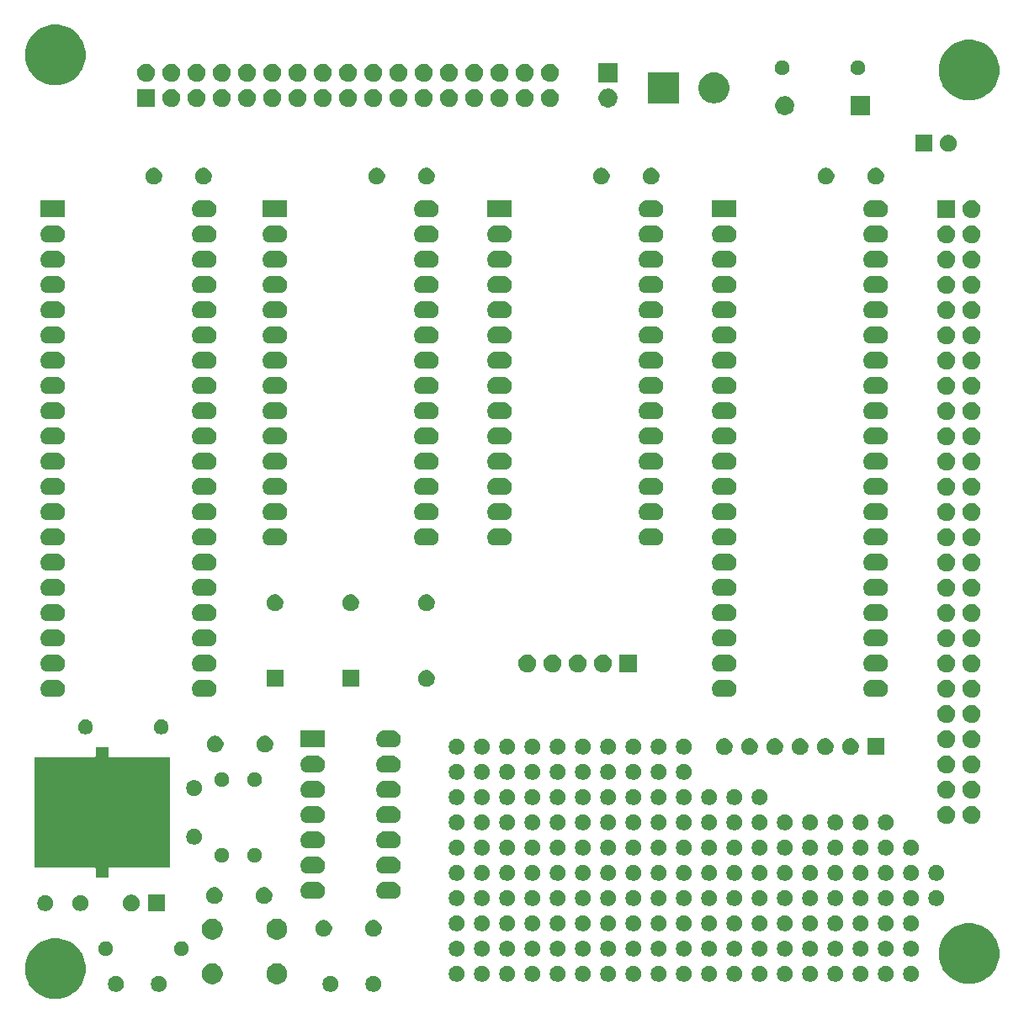
<source format=gts>
G04 #@! TF.GenerationSoftware,KiCad,Pcbnew,(5.1.5)-3*
G04 #@! TF.CreationDate,2020-12-26T21:56:58-08:00*
G04 #@! TF.ProjectId,mgh80,6d676838-302e-46b6-9963-61645f706362,rev?*
G04 #@! TF.SameCoordinates,Original*
G04 #@! TF.FileFunction,Soldermask,Top*
G04 #@! TF.FilePolarity,Negative*
%FSLAX46Y46*%
G04 Gerber Fmt 4.6, Leading zero omitted, Abs format (unit mm)*
G04 Created by KiCad (PCBNEW (5.1.5)-3) date 2020-12-26 21:56:58*
%MOMM*%
%LPD*%
G04 APERTURE LIST*
%ADD10C,0.100000*%
G04 APERTURE END LIST*
D10*
G36*
X89027943Y-134226248D02*
G01*
X89583189Y-134456238D01*
X89824372Y-134617392D01*
X90082899Y-134790134D01*
X90507866Y-135215101D01*
X90605782Y-135361643D01*
X90841762Y-135714811D01*
X91071752Y-136270057D01*
X91189000Y-136859501D01*
X91189000Y-137460499D01*
X91071752Y-138049943D01*
X90841762Y-138605189D01*
X90774021Y-138706570D01*
X90507866Y-139104899D01*
X90082899Y-139529866D01*
X89942573Y-139623629D01*
X89583189Y-139863762D01*
X89027943Y-140093752D01*
X88438499Y-140211000D01*
X87837501Y-140211000D01*
X87248057Y-140093752D01*
X86692811Y-139863762D01*
X86333427Y-139623629D01*
X86193101Y-139529866D01*
X85768134Y-139104899D01*
X85501979Y-138706570D01*
X85434238Y-138605189D01*
X85204248Y-138049943D01*
X85087000Y-137460499D01*
X85087000Y-136859501D01*
X85204248Y-136270057D01*
X85434238Y-135714811D01*
X85670218Y-135361643D01*
X85768134Y-135215101D01*
X86193101Y-134790134D01*
X86451628Y-134617392D01*
X86692811Y-134456238D01*
X87248057Y-134226248D01*
X87837501Y-134109000D01*
X88438499Y-134109000D01*
X89027943Y-134226248D01*
G37*
G36*
X98785642Y-137912781D02*
G01*
X98931414Y-137973162D01*
X98931416Y-137973163D01*
X99062608Y-138060822D01*
X99174178Y-138172392D01*
X99261837Y-138303584D01*
X99261838Y-138303586D01*
X99322219Y-138449358D01*
X99353000Y-138604107D01*
X99353000Y-138761893D01*
X99322219Y-138916642D01*
X99302346Y-138964619D01*
X99261837Y-139062416D01*
X99174178Y-139193608D01*
X99062608Y-139305178D01*
X98931416Y-139392837D01*
X98931415Y-139392838D01*
X98931414Y-139392838D01*
X98785642Y-139453219D01*
X98630893Y-139484000D01*
X98473107Y-139484000D01*
X98318358Y-139453219D01*
X98172586Y-139392838D01*
X98172585Y-139392838D01*
X98172584Y-139392837D01*
X98041392Y-139305178D01*
X97929822Y-139193608D01*
X97842163Y-139062416D01*
X97801654Y-138964619D01*
X97781781Y-138916642D01*
X97751000Y-138761893D01*
X97751000Y-138604107D01*
X97781781Y-138449358D01*
X97842162Y-138303586D01*
X97842163Y-138303584D01*
X97929822Y-138172392D01*
X98041392Y-138060822D01*
X98172584Y-137973163D01*
X98172586Y-137973162D01*
X98318358Y-137912781D01*
X98473107Y-137882000D01*
X98630893Y-137882000D01*
X98785642Y-137912781D01*
G37*
G36*
X94472642Y-137912781D02*
G01*
X94618414Y-137973162D01*
X94618416Y-137973163D01*
X94749608Y-138060822D01*
X94861178Y-138172392D01*
X94948837Y-138303584D01*
X94948838Y-138303586D01*
X95009219Y-138449358D01*
X95040000Y-138604107D01*
X95040000Y-138761893D01*
X95009219Y-138916642D01*
X94989346Y-138964619D01*
X94948837Y-139062416D01*
X94861178Y-139193608D01*
X94749608Y-139305178D01*
X94618416Y-139392837D01*
X94618415Y-139392838D01*
X94618414Y-139392838D01*
X94472642Y-139453219D01*
X94317893Y-139484000D01*
X94160107Y-139484000D01*
X94005358Y-139453219D01*
X93859586Y-139392838D01*
X93859585Y-139392838D01*
X93859584Y-139392837D01*
X93728392Y-139305178D01*
X93616822Y-139193608D01*
X93529163Y-139062416D01*
X93488654Y-138964619D01*
X93468781Y-138916642D01*
X93438000Y-138761893D01*
X93438000Y-138604107D01*
X93468781Y-138449358D01*
X93529162Y-138303586D01*
X93529163Y-138303584D01*
X93616822Y-138172392D01*
X93728392Y-138060822D01*
X93859584Y-137973163D01*
X93859586Y-137973162D01*
X94005358Y-137912781D01*
X94160107Y-137882000D01*
X94317893Y-137882000D01*
X94472642Y-137912781D01*
G37*
G36*
X116058642Y-137908781D02*
G01*
X116204414Y-137969162D01*
X116204416Y-137969163D01*
X116335608Y-138056822D01*
X116447178Y-138168392D01*
X116528552Y-138290178D01*
X116534838Y-138299586D01*
X116595219Y-138445358D01*
X116626000Y-138600107D01*
X116626000Y-138757893D01*
X116595219Y-138912642D01*
X116543092Y-139038486D01*
X116534837Y-139058416D01*
X116447178Y-139189608D01*
X116335608Y-139301178D01*
X116204416Y-139388837D01*
X116204415Y-139388838D01*
X116204414Y-139388838D01*
X116058642Y-139449219D01*
X115903893Y-139480000D01*
X115746107Y-139480000D01*
X115591358Y-139449219D01*
X115445586Y-139388838D01*
X115445585Y-139388838D01*
X115445584Y-139388837D01*
X115314392Y-139301178D01*
X115202822Y-139189608D01*
X115115163Y-139058416D01*
X115106908Y-139038486D01*
X115054781Y-138912642D01*
X115024000Y-138757893D01*
X115024000Y-138600107D01*
X115054781Y-138445358D01*
X115115162Y-138299586D01*
X115121448Y-138290178D01*
X115202822Y-138168392D01*
X115314392Y-138056822D01*
X115445584Y-137969163D01*
X115445586Y-137969162D01*
X115591358Y-137908781D01*
X115746107Y-137878000D01*
X115903893Y-137878000D01*
X116058642Y-137908781D01*
G37*
G36*
X120375642Y-137908781D02*
G01*
X120521414Y-137969162D01*
X120521416Y-137969163D01*
X120652608Y-138056822D01*
X120764178Y-138168392D01*
X120845552Y-138290178D01*
X120851838Y-138299586D01*
X120912219Y-138445358D01*
X120943000Y-138600107D01*
X120943000Y-138757893D01*
X120912219Y-138912642D01*
X120860092Y-139038486D01*
X120851837Y-139058416D01*
X120764178Y-139189608D01*
X120652608Y-139301178D01*
X120521416Y-139388837D01*
X120521415Y-139388838D01*
X120521414Y-139388838D01*
X120375642Y-139449219D01*
X120220893Y-139480000D01*
X120063107Y-139480000D01*
X119908358Y-139449219D01*
X119762586Y-139388838D01*
X119762585Y-139388838D01*
X119762584Y-139388837D01*
X119631392Y-139301178D01*
X119519822Y-139189608D01*
X119432163Y-139058416D01*
X119423908Y-139038486D01*
X119371781Y-138912642D01*
X119341000Y-138757893D01*
X119341000Y-138600107D01*
X119371781Y-138445358D01*
X119432162Y-138299586D01*
X119438448Y-138290178D01*
X119519822Y-138168392D01*
X119631392Y-138056822D01*
X119762584Y-137969163D01*
X119762586Y-137969162D01*
X119908358Y-137908781D01*
X120063107Y-137878000D01*
X120220893Y-137878000D01*
X120375642Y-137908781D01*
G37*
G36*
X104244564Y-136657389D02*
G01*
X104435833Y-136736615D01*
X104435835Y-136736616D01*
X104607973Y-136851635D01*
X104754365Y-136998027D01*
X104869385Y-137170167D01*
X104948611Y-137361436D01*
X104989000Y-137564484D01*
X104989000Y-137771516D01*
X104948611Y-137974564D01*
X104869385Y-138165833D01*
X104869384Y-138165835D01*
X104754365Y-138337973D01*
X104607973Y-138484365D01*
X104435835Y-138599384D01*
X104435834Y-138599385D01*
X104435833Y-138599385D01*
X104244564Y-138678611D01*
X104041516Y-138719000D01*
X103834484Y-138719000D01*
X103631436Y-138678611D01*
X103440167Y-138599385D01*
X103440166Y-138599385D01*
X103440165Y-138599384D01*
X103268027Y-138484365D01*
X103121635Y-138337973D01*
X103006616Y-138165835D01*
X103006615Y-138165833D01*
X102927389Y-137974564D01*
X102887000Y-137771516D01*
X102887000Y-137564484D01*
X102927389Y-137361436D01*
X103006615Y-137170167D01*
X103121635Y-136998027D01*
X103268027Y-136851635D01*
X103440165Y-136736616D01*
X103440167Y-136736615D01*
X103631436Y-136657389D01*
X103834484Y-136617000D01*
X104041516Y-136617000D01*
X104244564Y-136657389D01*
G37*
G36*
X110744564Y-136657389D02*
G01*
X110935833Y-136736615D01*
X110935835Y-136736616D01*
X111107973Y-136851635D01*
X111254365Y-136998027D01*
X111369385Y-137170167D01*
X111448611Y-137361436D01*
X111489000Y-137564484D01*
X111489000Y-137771516D01*
X111448611Y-137974564D01*
X111369385Y-138165833D01*
X111369384Y-138165835D01*
X111254365Y-138337973D01*
X111107973Y-138484365D01*
X110935835Y-138599384D01*
X110935834Y-138599385D01*
X110935833Y-138599385D01*
X110744564Y-138678611D01*
X110541516Y-138719000D01*
X110334484Y-138719000D01*
X110131436Y-138678611D01*
X109940167Y-138599385D01*
X109940166Y-138599385D01*
X109940165Y-138599384D01*
X109768027Y-138484365D01*
X109621635Y-138337973D01*
X109506616Y-138165835D01*
X109506615Y-138165833D01*
X109427389Y-137974564D01*
X109387000Y-137771516D01*
X109387000Y-137564484D01*
X109427389Y-137361436D01*
X109506615Y-137170167D01*
X109621635Y-136998027D01*
X109768027Y-136851635D01*
X109940165Y-136736616D01*
X109940167Y-136736615D01*
X110131436Y-136657389D01*
X110334484Y-136617000D01*
X110541516Y-136617000D01*
X110744564Y-136657389D01*
G37*
G36*
X180975943Y-132702248D02*
G01*
X181531189Y-132932238D01*
X181729109Y-133064484D01*
X182030899Y-133266134D01*
X182455866Y-133691101D01*
X182605001Y-133914297D01*
X182789762Y-134190811D01*
X183019752Y-134746057D01*
X183137000Y-135335501D01*
X183137000Y-135936499D01*
X183019752Y-136525943D01*
X182789762Y-137081189D01*
X182722021Y-137182570D01*
X182455866Y-137580899D01*
X182030899Y-138005866D01*
X181890573Y-138099629D01*
X181531189Y-138339762D01*
X180975943Y-138569752D01*
X180386499Y-138687000D01*
X179785501Y-138687000D01*
X179196057Y-138569752D01*
X178640811Y-138339762D01*
X178281427Y-138099629D01*
X178141101Y-138005866D01*
X177716134Y-137580899D01*
X177449979Y-137182570D01*
X177382238Y-137081189D01*
X177152248Y-136525943D01*
X177035000Y-135936499D01*
X177035000Y-135335501D01*
X177152248Y-134746057D01*
X177382238Y-134190811D01*
X177566999Y-133914297D01*
X177716134Y-133691101D01*
X178141101Y-133266134D01*
X178442891Y-133064484D01*
X178640811Y-132932238D01*
X179196057Y-132702248D01*
X179785501Y-132585000D01*
X180386499Y-132585000D01*
X180975943Y-132702248D01*
G37*
G36*
X151617642Y-136897781D02*
G01*
X151734948Y-136946371D01*
X151763416Y-136958163D01*
X151894608Y-137045822D01*
X152006178Y-137157392D01*
X152093837Y-137288584D01*
X152093838Y-137288586D01*
X152154219Y-137434358D01*
X152185000Y-137589107D01*
X152185000Y-137746893D01*
X152154219Y-137901642D01*
X152124013Y-137974565D01*
X152093837Y-138047416D01*
X152006178Y-138178608D01*
X151894608Y-138290178D01*
X151763416Y-138377837D01*
X151763415Y-138377838D01*
X151763414Y-138377838D01*
X151617642Y-138438219D01*
X151462893Y-138469000D01*
X151305107Y-138469000D01*
X151150358Y-138438219D01*
X151004586Y-138377838D01*
X151004585Y-138377838D01*
X151004584Y-138377837D01*
X150873392Y-138290178D01*
X150761822Y-138178608D01*
X150674163Y-138047416D01*
X150643987Y-137974565D01*
X150613781Y-137901642D01*
X150583000Y-137746893D01*
X150583000Y-137589107D01*
X150613781Y-137434358D01*
X150674162Y-137288586D01*
X150674163Y-137288584D01*
X150761822Y-137157392D01*
X150873392Y-137045822D01*
X151004584Y-136958163D01*
X151033052Y-136946371D01*
X151150358Y-136897781D01*
X151305107Y-136867000D01*
X151462893Y-136867000D01*
X151617642Y-136897781D01*
G37*
G36*
X128757642Y-136897781D02*
G01*
X128874948Y-136946371D01*
X128903416Y-136958163D01*
X129034608Y-137045822D01*
X129146178Y-137157392D01*
X129233837Y-137288584D01*
X129233838Y-137288586D01*
X129294219Y-137434358D01*
X129325000Y-137589107D01*
X129325000Y-137746893D01*
X129294219Y-137901642D01*
X129264013Y-137974565D01*
X129233837Y-138047416D01*
X129146178Y-138178608D01*
X129034608Y-138290178D01*
X128903416Y-138377837D01*
X128903415Y-138377838D01*
X128903414Y-138377838D01*
X128757642Y-138438219D01*
X128602893Y-138469000D01*
X128445107Y-138469000D01*
X128290358Y-138438219D01*
X128144586Y-138377838D01*
X128144585Y-138377838D01*
X128144584Y-138377837D01*
X128013392Y-138290178D01*
X127901822Y-138178608D01*
X127814163Y-138047416D01*
X127783987Y-137974565D01*
X127753781Y-137901642D01*
X127723000Y-137746893D01*
X127723000Y-137589107D01*
X127753781Y-137434358D01*
X127814162Y-137288586D01*
X127814163Y-137288584D01*
X127901822Y-137157392D01*
X128013392Y-137045822D01*
X128144584Y-136958163D01*
X128173052Y-136946371D01*
X128290358Y-136897781D01*
X128445107Y-136867000D01*
X128602893Y-136867000D01*
X128757642Y-136897781D01*
G37*
G36*
X131297642Y-136897781D02*
G01*
X131414948Y-136946371D01*
X131443416Y-136958163D01*
X131574608Y-137045822D01*
X131686178Y-137157392D01*
X131773837Y-137288584D01*
X131773838Y-137288586D01*
X131834219Y-137434358D01*
X131865000Y-137589107D01*
X131865000Y-137746893D01*
X131834219Y-137901642D01*
X131804013Y-137974565D01*
X131773837Y-138047416D01*
X131686178Y-138178608D01*
X131574608Y-138290178D01*
X131443416Y-138377837D01*
X131443415Y-138377838D01*
X131443414Y-138377838D01*
X131297642Y-138438219D01*
X131142893Y-138469000D01*
X130985107Y-138469000D01*
X130830358Y-138438219D01*
X130684586Y-138377838D01*
X130684585Y-138377838D01*
X130684584Y-138377837D01*
X130553392Y-138290178D01*
X130441822Y-138178608D01*
X130354163Y-138047416D01*
X130323987Y-137974565D01*
X130293781Y-137901642D01*
X130263000Y-137746893D01*
X130263000Y-137589107D01*
X130293781Y-137434358D01*
X130354162Y-137288586D01*
X130354163Y-137288584D01*
X130441822Y-137157392D01*
X130553392Y-137045822D01*
X130684584Y-136958163D01*
X130713052Y-136946371D01*
X130830358Y-136897781D01*
X130985107Y-136867000D01*
X131142893Y-136867000D01*
X131297642Y-136897781D01*
G37*
G36*
X133837642Y-136897781D02*
G01*
X133954948Y-136946371D01*
X133983416Y-136958163D01*
X134114608Y-137045822D01*
X134226178Y-137157392D01*
X134313837Y-137288584D01*
X134313838Y-137288586D01*
X134374219Y-137434358D01*
X134405000Y-137589107D01*
X134405000Y-137746893D01*
X134374219Y-137901642D01*
X134344013Y-137974565D01*
X134313837Y-138047416D01*
X134226178Y-138178608D01*
X134114608Y-138290178D01*
X133983416Y-138377837D01*
X133983415Y-138377838D01*
X133983414Y-138377838D01*
X133837642Y-138438219D01*
X133682893Y-138469000D01*
X133525107Y-138469000D01*
X133370358Y-138438219D01*
X133224586Y-138377838D01*
X133224585Y-138377838D01*
X133224584Y-138377837D01*
X133093392Y-138290178D01*
X132981822Y-138178608D01*
X132894163Y-138047416D01*
X132863987Y-137974565D01*
X132833781Y-137901642D01*
X132803000Y-137746893D01*
X132803000Y-137589107D01*
X132833781Y-137434358D01*
X132894162Y-137288586D01*
X132894163Y-137288584D01*
X132981822Y-137157392D01*
X133093392Y-137045822D01*
X133224584Y-136958163D01*
X133253052Y-136946371D01*
X133370358Y-136897781D01*
X133525107Y-136867000D01*
X133682893Y-136867000D01*
X133837642Y-136897781D01*
G37*
G36*
X138917642Y-136897781D02*
G01*
X139034948Y-136946371D01*
X139063416Y-136958163D01*
X139194608Y-137045822D01*
X139306178Y-137157392D01*
X139393837Y-137288584D01*
X139393838Y-137288586D01*
X139454219Y-137434358D01*
X139485000Y-137589107D01*
X139485000Y-137746893D01*
X139454219Y-137901642D01*
X139424013Y-137974565D01*
X139393837Y-138047416D01*
X139306178Y-138178608D01*
X139194608Y-138290178D01*
X139063416Y-138377837D01*
X139063415Y-138377838D01*
X139063414Y-138377838D01*
X138917642Y-138438219D01*
X138762893Y-138469000D01*
X138605107Y-138469000D01*
X138450358Y-138438219D01*
X138304586Y-138377838D01*
X138304585Y-138377838D01*
X138304584Y-138377837D01*
X138173392Y-138290178D01*
X138061822Y-138178608D01*
X137974163Y-138047416D01*
X137943987Y-137974565D01*
X137913781Y-137901642D01*
X137883000Y-137746893D01*
X137883000Y-137589107D01*
X137913781Y-137434358D01*
X137974162Y-137288586D01*
X137974163Y-137288584D01*
X138061822Y-137157392D01*
X138173392Y-137045822D01*
X138304584Y-136958163D01*
X138333052Y-136946371D01*
X138450358Y-136897781D01*
X138605107Y-136867000D01*
X138762893Y-136867000D01*
X138917642Y-136897781D01*
G37*
G36*
X141457642Y-136897781D02*
G01*
X141574948Y-136946371D01*
X141603416Y-136958163D01*
X141734608Y-137045822D01*
X141846178Y-137157392D01*
X141933837Y-137288584D01*
X141933838Y-137288586D01*
X141994219Y-137434358D01*
X142025000Y-137589107D01*
X142025000Y-137746893D01*
X141994219Y-137901642D01*
X141964013Y-137974565D01*
X141933837Y-138047416D01*
X141846178Y-138178608D01*
X141734608Y-138290178D01*
X141603416Y-138377837D01*
X141603415Y-138377838D01*
X141603414Y-138377838D01*
X141457642Y-138438219D01*
X141302893Y-138469000D01*
X141145107Y-138469000D01*
X140990358Y-138438219D01*
X140844586Y-138377838D01*
X140844585Y-138377838D01*
X140844584Y-138377837D01*
X140713392Y-138290178D01*
X140601822Y-138178608D01*
X140514163Y-138047416D01*
X140483987Y-137974565D01*
X140453781Y-137901642D01*
X140423000Y-137746893D01*
X140423000Y-137589107D01*
X140453781Y-137434358D01*
X140514162Y-137288586D01*
X140514163Y-137288584D01*
X140601822Y-137157392D01*
X140713392Y-137045822D01*
X140844584Y-136958163D01*
X140873052Y-136946371D01*
X140990358Y-136897781D01*
X141145107Y-136867000D01*
X141302893Y-136867000D01*
X141457642Y-136897781D01*
G37*
G36*
X143997642Y-136897781D02*
G01*
X144114948Y-136946371D01*
X144143416Y-136958163D01*
X144274608Y-137045822D01*
X144386178Y-137157392D01*
X144473837Y-137288584D01*
X144473838Y-137288586D01*
X144534219Y-137434358D01*
X144565000Y-137589107D01*
X144565000Y-137746893D01*
X144534219Y-137901642D01*
X144504013Y-137974565D01*
X144473837Y-138047416D01*
X144386178Y-138178608D01*
X144274608Y-138290178D01*
X144143416Y-138377837D01*
X144143415Y-138377838D01*
X144143414Y-138377838D01*
X143997642Y-138438219D01*
X143842893Y-138469000D01*
X143685107Y-138469000D01*
X143530358Y-138438219D01*
X143384586Y-138377838D01*
X143384585Y-138377838D01*
X143384584Y-138377837D01*
X143253392Y-138290178D01*
X143141822Y-138178608D01*
X143054163Y-138047416D01*
X143023987Y-137974565D01*
X142993781Y-137901642D01*
X142963000Y-137746893D01*
X142963000Y-137589107D01*
X142993781Y-137434358D01*
X143054162Y-137288586D01*
X143054163Y-137288584D01*
X143141822Y-137157392D01*
X143253392Y-137045822D01*
X143384584Y-136958163D01*
X143413052Y-136946371D01*
X143530358Y-136897781D01*
X143685107Y-136867000D01*
X143842893Y-136867000D01*
X143997642Y-136897781D01*
G37*
G36*
X146537642Y-136897781D02*
G01*
X146654948Y-136946371D01*
X146683416Y-136958163D01*
X146814608Y-137045822D01*
X146926178Y-137157392D01*
X147013837Y-137288584D01*
X147013838Y-137288586D01*
X147074219Y-137434358D01*
X147105000Y-137589107D01*
X147105000Y-137746893D01*
X147074219Y-137901642D01*
X147044013Y-137974565D01*
X147013837Y-138047416D01*
X146926178Y-138178608D01*
X146814608Y-138290178D01*
X146683416Y-138377837D01*
X146683415Y-138377838D01*
X146683414Y-138377838D01*
X146537642Y-138438219D01*
X146382893Y-138469000D01*
X146225107Y-138469000D01*
X146070358Y-138438219D01*
X145924586Y-138377838D01*
X145924585Y-138377838D01*
X145924584Y-138377837D01*
X145793392Y-138290178D01*
X145681822Y-138178608D01*
X145594163Y-138047416D01*
X145563987Y-137974565D01*
X145533781Y-137901642D01*
X145503000Y-137746893D01*
X145503000Y-137589107D01*
X145533781Y-137434358D01*
X145594162Y-137288586D01*
X145594163Y-137288584D01*
X145681822Y-137157392D01*
X145793392Y-137045822D01*
X145924584Y-136958163D01*
X145953052Y-136946371D01*
X146070358Y-136897781D01*
X146225107Y-136867000D01*
X146382893Y-136867000D01*
X146537642Y-136897781D01*
G37*
G36*
X149077642Y-136897781D02*
G01*
X149194948Y-136946371D01*
X149223416Y-136958163D01*
X149354608Y-137045822D01*
X149466178Y-137157392D01*
X149553837Y-137288584D01*
X149553838Y-137288586D01*
X149614219Y-137434358D01*
X149645000Y-137589107D01*
X149645000Y-137746893D01*
X149614219Y-137901642D01*
X149584013Y-137974565D01*
X149553837Y-138047416D01*
X149466178Y-138178608D01*
X149354608Y-138290178D01*
X149223416Y-138377837D01*
X149223415Y-138377838D01*
X149223414Y-138377838D01*
X149077642Y-138438219D01*
X148922893Y-138469000D01*
X148765107Y-138469000D01*
X148610358Y-138438219D01*
X148464586Y-138377838D01*
X148464585Y-138377838D01*
X148464584Y-138377837D01*
X148333392Y-138290178D01*
X148221822Y-138178608D01*
X148134163Y-138047416D01*
X148103987Y-137974565D01*
X148073781Y-137901642D01*
X148043000Y-137746893D01*
X148043000Y-137589107D01*
X148073781Y-137434358D01*
X148134162Y-137288586D01*
X148134163Y-137288584D01*
X148221822Y-137157392D01*
X148333392Y-137045822D01*
X148464584Y-136958163D01*
X148493052Y-136946371D01*
X148610358Y-136897781D01*
X148765107Y-136867000D01*
X148922893Y-136867000D01*
X149077642Y-136897781D01*
G37*
G36*
X154157642Y-136897781D02*
G01*
X154274948Y-136946371D01*
X154303416Y-136958163D01*
X154434608Y-137045822D01*
X154546178Y-137157392D01*
X154633837Y-137288584D01*
X154633838Y-137288586D01*
X154694219Y-137434358D01*
X154725000Y-137589107D01*
X154725000Y-137746893D01*
X154694219Y-137901642D01*
X154664013Y-137974565D01*
X154633837Y-138047416D01*
X154546178Y-138178608D01*
X154434608Y-138290178D01*
X154303416Y-138377837D01*
X154303415Y-138377838D01*
X154303414Y-138377838D01*
X154157642Y-138438219D01*
X154002893Y-138469000D01*
X153845107Y-138469000D01*
X153690358Y-138438219D01*
X153544586Y-138377838D01*
X153544585Y-138377838D01*
X153544584Y-138377837D01*
X153413392Y-138290178D01*
X153301822Y-138178608D01*
X153214163Y-138047416D01*
X153183987Y-137974565D01*
X153153781Y-137901642D01*
X153123000Y-137746893D01*
X153123000Y-137589107D01*
X153153781Y-137434358D01*
X153214162Y-137288586D01*
X153214163Y-137288584D01*
X153301822Y-137157392D01*
X153413392Y-137045822D01*
X153544584Y-136958163D01*
X153573052Y-136946371D01*
X153690358Y-136897781D01*
X153845107Y-136867000D01*
X154002893Y-136867000D01*
X154157642Y-136897781D01*
G37*
G36*
X156697642Y-136897781D02*
G01*
X156814948Y-136946371D01*
X156843416Y-136958163D01*
X156974608Y-137045822D01*
X157086178Y-137157392D01*
X157173837Y-137288584D01*
X157173838Y-137288586D01*
X157234219Y-137434358D01*
X157265000Y-137589107D01*
X157265000Y-137746893D01*
X157234219Y-137901642D01*
X157204013Y-137974565D01*
X157173837Y-138047416D01*
X157086178Y-138178608D01*
X156974608Y-138290178D01*
X156843416Y-138377837D01*
X156843415Y-138377838D01*
X156843414Y-138377838D01*
X156697642Y-138438219D01*
X156542893Y-138469000D01*
X156385107Y-138469000D01*
X156230358Y-138438219D01*
X156084586Y-138377838D01*
X156084585Y-138377838D01*
X156084584Y-138377837D01*
X155953392Y-138290178D01*
X155841822Y-138178608D01*
X155754163Y-138047416D01*
X155723987Y-137974565D01*
X155693781Y-137901642D01*
X155663000Y-137746893D01*
X155663000Y-137589107D01*
X155693781Y-137434358D01*
X155754162Y-137288586D01*
X155754163Y-137288584D01*
X155841822Y-137157392D01*
X155953392Y-137045822D01*
X156084584Y-136958163D01*
X156113052Y-136946371D01*
X156230358Y-136897781D01*
X156385107Y-136867000D01*
X156542893Y-136867000D01*
X156697642Y-136897781D01*
G37*
G36*
X159237642Y-136897781D02*
G01*
X159354948Y-136946371D01*
X159383416Y-136958163D01*
X159514608Y-137045822D01*
X159626178Y-137157392D01*
X159713837Y-137288584D01*
X159713838Y-137288586D01*
X159774219Y-137434358D01*
X159805000Y-137589107D01*
X159805000Y-137746893D01*
X159774219Y-137901642D01*
X159744013Y-137974565D01*
X159713837Y-138047416D01*
X159626178Y-138178608D01*
X159514608Y-138290178D01*
X159383416Y-138377837D01*
X159383415Y-138377838D01*
X159383414Y-138377838D01*
X159237642Y-138438219D01*
X159082893Y-138469000D01*
X158925107Y-138469000D01*
X158770358Y-138438219D01*
X158624586Y-138377838D01*
X158624585Y-138377838D01*
X158624584Y-138377837D01*
X158493392Y-138290178D01*
X158381822Y-138178608D01*
X158294163Y-138047416D01*
X158263987Y-137974565D01*
X158233781Y-137901642D01*
X158203000Y-137746893D01*
X158203000Y-137589107D01*
X158233781Y-137434358D01*
X158294162Y-137288586D01*
X158294163Y-137288584D01*
X158381822Y-137157392D01*
X158493392Y-137045822D01*
X158624584Y-136958163D01*
X158653052Y-136946371D01*
X158770358Y-136897781D01*
X158925107Y-136867000D01*
X159082893Y-136867000D01*
X159237642Y-136897781D01*
G37*
G36*
X161777642Y-136897781D02*
G01*
X161894948Y-136946371D01*
X161923416Y-136958163D01*
X162054608Y-137045822D01*
X162166178Y-137157392D01*
X162253837Y-137288584D01*
X162253838Y-137288586D01*
X162314219Y-137434358D01*
X162345000Y-137589107D01*
X162345000Y-137746893D01*
X162314219Y-137901642D01*
X162284013Y-137974565D01*
X162253837Y-138047416D01*
X162166178Y-138178608D01*
X162054608Y-138290178D01*
X161923416Y-138377837D01*
X161923415Y-138377838D01*
X161923414Y-138377838D01*
X161777642Y-138438219D01*
X161622893Y-138469000D01*
X161465107Y-138469000D01*
X161310358Y-138438219D01*
X161164586Y-138377838D01*
X161164585Y-138377838D01*
X161164584Y-138377837D01*
X161033392Y-138290178D01*
X160921822Y-138178608D01*
X160834163Y-138047416D01*
X160803987Y-137974565D01*
X160773781Y-137901642D01*
X160743000Y-137746893D01*
X160743000Y-137589107D01*
X160773781Y-137434358D01*
X160834162Y-137288586D01*
X160834163Y-137288584D01*
X160921822Y-137157392D01*
X161033392Y-137045822D01*
X161164584Y-136958163D01*
X161193052Y-136946371D01*
X161310358Y-136897781D01*
X161465107Y-136867000D01*
X161622893Y-136867000D01*
X161777642Y-136897781D01*
G37*
G36*
X164317642Y-136897781D02*
G01*
X164434948Y-136946371D01*
X164463416Y-136958163D01*
X164594608Y-137045822D01*
X164706178Y-137157392D01*
X164793837Y-137288584D01*
X164793838Y-137288586D01*
X164854219Y-137434358D01*
X164885000Y-137589107D01*
X164885000Y-137746893D01*
X164854219Y-137901642D01*
X164824013Y-137974565D01*
X164793837Y-138047416D01*
X164706178Y-138178608D01*
X164594608Y-138290178D01*
X164463416Y-138377837D01*
X164463415Y-138377838D01*
X164463414Y-138377838D01*
X164317642Y-138438219D01*
X164162893Y-138469000D01*
X164005107Y-138469000D01*
X163850358Y-138438219D01*
X163704586Y-138377838D01*
X163704585Y-138377838D01*
X163704584Y-138377837D01*
X163573392Y-138290178D01*
X163461822Y-138178608D01*
X163374163Y-138047416D01*
X163343987Y-137974565D01*
X163313781Y-137901642D01*
X163283000Y-137746893D01*
X163283000Y-137589107D01*
X163313781Y-137434358D01*
X163374162Y-137288586D01*
X163374163Y-137288584D01*
X163461822Y-137157392D01*
X163573392Y-137045822D01*
X163704584Y-136958163D01*
X163733052Y-136946371D01*
X163850358Y-136897781D01*
X164005107Y-136867000D01*
X164162893Y-136867000D01*
X164317642Y-136897781D01*
G37*
G36*
X166857642Y-136897781D02*
G01*
X166974948Y-136946371D01*
X167003416Y-136958163D01*
X167134608Y-137045822D01*
X167246178Y-137157392D01*
X167333837Y-137288584D01*
X167333838Y-137288586D01*
X167394219Y-137434358D01*
X167425000Y-137589107D01*
X167425000Y-137746893D01*
X167394219Y-137901642D01*
X167364013Y-137974565D01*
X167333837Y-138047416D01*
X167246178Y-138178608D01*
X167134608Y-138290178D01*
X167003416Y-138377837D01*
X167003415Y-138377838D01*
X167003414Y-138377838D01*
X166857642Y-138438219D01*
X166702893Y-138469000D01*
X166545107Y-138469000D01*
X166390358Y-138438219D01*
X166244586Y-138377838D01*
X166244585Y-138377838D01*
X166244584Y-138377837D01*
X166113392Y-138290178D01*
X166001822Y-138178608D01*
X165914163Y-138047416D01*
X165883987Y-137974565D01*
X165853781Y-137901642D01*
X165823000Y-137746893D01*
X165823000Y-137589107D01*
X165853781Y-137434358D01*
X165914162Y-137288586D01*
X165914163Y-137288584D01*
X166001822Y-137157392D01*
X166113392Y-137045822D01*
X166244584Y-136958163D01*
X166273052Y-136946371D01*
X166390358Y-136897781D01*
X166545107Y-136867000D01*
X166702893Y-136867000D01*
X166857642Y-136897781D01*
G37*
G36*
X169397642Y-136897781D02*
G01*
X169514948Y-136946371D01*
X169543416Y-136958163D01*
X169674608Y-137045822D01*
X169786178Y-137157392D01*
X169873837Y-137288584D01*
X169873838Y-137288586D01*
X169934219Y-137434358D01*
X169965000Y-137589107D01*
X169965000Y-137746893D01*
X169934219Y-137901642D01*
X169904013Y-137974565D01*
X169873837Y-138047416D01*
X169786178Y-138178608D01*
X169674608Y-138290178D01*
X169543416Y-138377837D01*
X169543415Y-138377838D01*
X169543414Y-138377838D01*
X169397642Y-138438219D01*
X169242893Y-138469000D01*
X169085107Y-138469000D01*
X168930358Y-138438219D01*
X168784586Y-138377838D01*
X168784585Y-138377838D01*
X168784584Y-138377837D01*
X168653392Y-138290178D01*
X168541822Y-138178608D01*
X168454163Y-138047416D01*
X168423987Y-137974565D01*
X168393781Y-137901642D01*
X168363000Y-137746893D01*
X168363000Y-137589107D01*
X168393781Y-137434358D01*
X168454162Y-137288586D01*
X168454163Y-137288584D01*
X168541822Y-137157392D01*
X168653392Y-137045822D01*
X168784584Y-136958163D01*
X168813052Y-136946371D01*
X168930358Y-136897781D01*
X169085107Y-136867000D01*
X169242893Y-136867000D01*
X169397642Y-136897781D01*
G37*
G36*
X171937642Y-136897781D02*
G01*
X172054948Y-136946371D01*
X172083416Y-136958163D01*
X172214608Y-137045822D01*
X172326178Y-137157392D01*
X172413837Y-137288584D01*
X172413838Y-137288586D01*
X172474219Y-137434358D01*
X172505000Y-137589107D01*
X172505000Y-137746893D01*
X172474219Y-137901642D01*
X172444013Y-137974565D01*
X172413837Y-138047416D01*
X172326178Y-138178608D01*
X172214608Y-138290178D01*
X172083416Y-138377837D01*
X172083415Y-138377838D01*
X172083414Y-138377838D01*
X171937642Y-138438219D01*
X171782893Y-138469000D01*
X171625107Y-138469000D01*
X171470358Y-138438219D01*
X171324586Y-138377838D01*
X171324585Y-138377838D01*
X171324584Y-138377837D01*
X171193392Y-138290178D01*
X171081822Y-138178608D01*
X170994163Y-138047416D01*
X170963987Y-137974565D01*
X170933781Y-137901642D01*
X170903000Y-137746893D01*
X170903000Y-137589107D01*
X170933781Y-137434358D01*
X170994162Y-137288586D01*
X170994163Y-137288584D01*
X171081822Y-137157392D01*
X171193392Y-137045822D01*
X171324584Y-136958163D01*
X171353052Y-136946371D01*
X171470358Y-136897781D01*
X171625107Y-136867000D01*
X171782893Y-136867000D01*
X171937642Y-136897781D01*
G37*
G36*
X174477642Y-136897781D02*
G01*
X174594948Y-136946371D01*
X174623416Y-136958163D01*
X174754608Y-137045822D01*
X174866178Y-137157392D01*
X174953837Y-137288584D01*
X174953838Y-137288586D01*
X175014219Y-137434358D01*
X175045000Y-137589107D01*
X175045000Y-137746893D01*
X175014219Y-137901642D01*
X174984013Y-137974565D01*
X174953837Y-138047416D01*
X174866178Y-138178608D01*
X174754608Y-138290178D01*
X174623416Y-138377837D01*
X174623415Y-138377838D01*
X174623414Y-138377838D01*
X174477642Y-138438219D01*
X174322893Y-138469000D01*
X174165107Y-138469000D01*
X174010358Y-138438219D01*
X173864586Y-138377838D01*
X173864585Y-138377838D01*
X173864584Y-138377837D01*
X173733392Y-138290178D01*
X173621822Y-138178608D01*
X173534163Y-138047416D01*
X173503987Y-137974565D01*
X173473781Y-137901642D01*
X173443000Y-137746893D01*
X173443000Y-137589107D01*
X173473781Y-137434358D01*
X173534162Y-137288586D01*
X173534163Y-137288584D01*
X173621822Y-137157392D01*
X173733392Y-137045822D01*
X173864584Y-136958163D01*
X173893052Y-136946371D01*
X174010358Y-136897781D01*
X174165107Y-136867000D01*
X174322893Y-136867000D01*
X174477642Y-136897781D01*
G37*
G36*
X136377642Y-136897781D02*
G01*
X136494948Y-136946371D01*
X136523416Y-136958163D01*
X136654608Y-137045822D01*
X136766178Y-137157392D01*
X136853837Y-137288584D01*
X136853838Y-137288586D01*
X136914219Y-137434358D01*
X136945000Y-137589107D01*
X136945000Y-137746893D01*
X136914219Y-137901642D01*
X136884013Y-137974565D01*
X136853837Y-138047416D01*
X136766178Y-138178608D01*
X136654608Y-138290178D01*
X136523416Y-138377837D01*
X136523415Y-138377838D01*
X136523414Y-138377838D01*
X136377642Y-138438219D01*
X136222893Y-138469000D01*
X136065107Y-138469000D01*
X135910358Y-138438219D01*
X135764586Y-138377838D01*
X135764585Y-138377838D01*
X135764584Y-138377837D01*
X135633392Y-138290178D01*
X135521822Y-138178608D01*
X135434163Y-138047416D01*
X135403987Y-137974565D01*
X135373781Y-137901642D01*
X135343000Y-137746893D01*
X135343000Y-137589107D01*
X135373781Y-137434358D01*
X135434162Y-137288586D01*
X135434163Y-137288584D01*
X135521822Y-137157392D01*
X135633392Y-137045822D01*
X135764584Y-136958163D01*
X135793052Y-136946371D01*
X135910358Y-136897781D01*
X136065107Y-136867000D01*
X136222893Y-136867000D01*
X136377642Y-136897781D01*
G37*
G36*
X151617642Y-134357781D02*
G01*
X151708278Y-134395324D01*
X151763416Y-134418163D01*
X151894608Y-134505822D01*
X152006178Y-134617392D01*
X152093837Y-134748584D01*
X152093838Y-134748586D01*
X152154219Y-134894358D01*
X152185000Y-135049107D01*
X152185000Y-135206893D01*
X152154219Y-135361642D01*
X152093838Y-135507414D01*
X152093837Y-135507416D01*
X152006178Y-135638608D01*
X151894608Y-135750178D01*
X151763416Y-135837837D01*
X151763415Y-135837838D01*
X151763414Y-135837838D01*
X151617642Y-135898219D01*
X151462893Y-135929000D01*
X151305107Y-135929000D01*
X151150358Y-135898219D01*
X151004586Y-135837838D01*
X151004585Y-135837838D01*
X151004584Y-135837837D01*
X150873392Y-135750178D01*
X150761822Y-135638608D01*
X150674163Y-135507416D01*
X150674162Y-135507414D01*
X150613781Y-135361642D01*
X150583000Y-135206893D01*
X150583000Y-135049107D01*
X150613781Y-134894358D01*
X150674162Y-134748586D01*
X150674163Y-134748584D01*
X150761822Y-134617392D01*
X150873392Y-134505822D01*
X151004584Y-134418163D01*
X151059722Y-134395324D01*
X151150358Y-134357781D01*
X151305107Y-134327000D01*
X151462893Y-134327000D01*
X151617642Y-134357781D01*
G37*
G36*
X154157642Y-134357781D02*
G01*
X154248278Y-134395324D01*
X154303416Y-134418163D01*
X154434608Y-134505822D01*
X154546178Y-134617392D01*
X154633837Y-134748584D01*
X154633838Y-134748586D01*
X154694219Y-134894358D01*
X154725000Y-135049107D01*
X154725000Y-135206893D01*
X154694219Y-135361642D01*
X154633838Y-135507414D01*
X154633837Y-135507416D01*
X154546178Y-135638608D01*
X154434608Y-135750178D01*
X154303416Y-135837837D01*
X154303415Y-135837838D01*
X154303414Y-135837838D01*
X154157642Y-135898219D01*
X154002893Y-135929000D01*
X153845107Y-135929000D01*
X153690358Y-135898219D01*
X153544586Y-135837838D01*
X153544585Y-135837838D01*
X153544584Y-135837837D01*
X153413392Y-135750178D01*
X153301822Y-135638608D01*
X153214163Y-135507416D01*
X153214162Y-135507414D01*
X153153781Y-135361642D01*
X153123000Y-135206893D01*
X153123000Y-135049107D01*
X153153781Y-134894358D01*
X153214162Y-134748586D01*
X153214163Y-134748584D01*
X153301822Y-134617392D01*
X153413392Y-134505822D01*
X153544584Y-134418163D01*
X153599722Y-134395324D01*
X153690358Y-134357781D01*
X153845107Y-134327000D01*
X154002893Y-134327000D01*
X154157642Y-134357781D01*
G37*
G36*
X156697642Y-134357781D02*
G01*
X156788278Y-134395324D01*
X156843416Y-134418163D01*
X156974608Y-134505822D01*
X157086178Y-134617392D01*
X157173837Y-134748584D01*
X157173838Y-134748586D01*
X157234219Y-134894358D01*
X157265000Y-135049107D01*
X157265000Y-135206893D01*
X157234219Y-135361642D01*
X157173838Y-135507414D01*
X157173837Y-135507416D01*
X157086178Y-135638608D01*
X156974608Y-135750178D01*
X156843416Y-135837837D01*
X156843415Y-135837838D01*
X156843414Y-135837838D01*
X156697642Y-135898219D01*
X156542893Y-135929000D01*
X156385107Y-135929000D01*
X156230358Y-135898219D01*
X156084586Y-135837838D01*
X156084585Y-135837838D01*
X156084584Y-135837837D01*
X155953392Y-135750178D01*
X155841822Y-135638608D01*
X155754163Y-135507416D01*
X155754162Y-135507414D01*
X155693781Y-135361642D01*
X155663000Y-135206893D01*
X155663000Y-135049107D01*
X155693781Y-134894358D01*
X155754162Y-134748586D01*
X155754163Y-134748584D01*
X155841822Y-134617392D01*
X155953392Y-134505822D01*
X156084584Y-134418163D01*
X156139722Y-134395324D01*
X156230358Y-134357781D01*
X156385107Y-134327000D01*
X156542893Y-134327000D01*
X156697642Y-134357781D01*
G37*
G36*
X159237642Y-134357781D02*
G01*
X159328278Y-134395324D01*
X159383416Y-134418163D01*
X159514608Y-134505822D01*
X159626178Y-134617392D01*
X159713837Y-134748584D01*
X159713838Y-134748586D01*
X159774219Y-134894358D01*
X159805000Y-135049107D01*
X159805000Y-135206893D01*
X159774219Y-135361642D01*
X159713838Y-135507414D01*
X159713837Y-135507416D01*
X159626178Y-135638608D01*
X159514608Y-135750178D01*
X159383416Y-135837837D01*
X159383415Y-135837838D01*
X159383414Y-135837838D01*
X159237642Y-135898219D01*
X159082893Y-135929000D01*
X158925107Y-135929000D01*
X158770358Y-135898219D01*
X158624586Y-135837838D01*
X158624585Y-135837838D01*
X158624584Y-135837837D01*
X158493392Y-135750178D01*
X158381822Y-135638608D01*
X158294163Y-135507416D01*
X158294162Y-135507414D01*
X158233781Y-135361642D01*
X158203000Y-135206893D01*
X158203000Y-135049107D01*
X158233781Y-134894358D01*
X158294162Y-134748586D01*
X158294163Y-134748584D01*
X158381822Y-134617392D01*
X158493392Y-134505822D01*
X158624584Y-134418163D01*
X158679722Y-134395324D01*
X158770358Y-134357781D01*
X158925107Y-134327000D01*
X159082893Y-134327000D01*
X159237642Y-134357781D01*
G37*
G36*
X161777642Y-134357781D02*
G01*
X161868278Y-134395324D01*
X161923416Y-134418163D01*
X162054608Y-134505822D01*
X162166178Y-134617392D01*
X162253837Y-134748584D01*
X162253838Y-134748586D01*
X162314219Y-134894358D01*
X162345000Y-135049107D01*
X162345000Y-135206893D01*
X162314219Y-135361642D01*
X162253838Y-135507414D01*
X162253837Y-135507416D01*
X162166178Y-135638608D01*
X162054608Y-135750178D01*
X161923416Y-135837837D01*
X161923415Y-135837838D01*
X161923414Y-135837838D01*
X161777642Y-135898219D01*
X161622893Y-135929000D01*
X161465107Y-135929000D01*
X161310358Y-135898219D01*
X161164586Y-135837838D01*
X161164585Y-135837838D01*
X161164584Y-135837837D01*
X161033392Y-135750178D01*
X160921822Y-135638608D01*
X160834163Y-135507416D01*
X160834162Y-135507414D01*
X160773781Y-135361642D01*
X160743000Y-135206893D01*
X160743000Y-135049107D01*
X160773781Y-134894358D01*
X160834162Y-134748586D01*
X160834163Y-134748584D01*
X160921822Y-134617392D01*
X161033392Y-134505822D01*
X161164584Y-134418163D01*
X161219722Y-134395324D01*
X161310358Y-134357781D01*
X161465107Y-134327000D01*
X161622893Y-134327000D01*
X161777642Y-134357781D01*
G37*
G36*
X164317642Y-134357781D02*
G01*
X164408278Y-134395324D01*
X164463416Y-134418163D01*
X164594608Y-134505822D01*
X164706178Y-134617392D01*
X164793837Y-134748584D01*
X164793838Y-134748586D01*
X164854219Y-134894358D01*
X164885000Y-135049107D01*
X164885000Y-135206893D01*
X164854219Y-135361642D01*
X164793838Y-135507414D01*
X164793837Y-135507416D01*
X164706178Y-135638608D01*
X164594608Y-135750178D01*
X164463416Y-135837837D01*
X164463415Y-135837838D01*
X164463414Y-135837838D01*
X164317642Y-135898219D01*
X164162893Y-135929000D01*
X164005107Y-135929000D01*
X163850358Y-135898219D01*
X163704586Y-135837838D01*
X163704585Y-135837838D01*
X163704584Y-135837837D01*
X163573392Y-135750178D01*
X163461822Y-135638608D01*
X163374163Y-135507416D01*
X163374162Y-135507414D01*
X163313781Y-135361642D01*
X163283000Y-135206893D01*
X163283000Y-135049107D01*
X163313781Y-134894358D01*
X163374162Y-134748586D01*
X163374163Y-134748584D01*
X163461822Y-134617392D01*
X163573392Y-134505822D01*
X163704584Y-134418163D01*
X163759722Y-134395324D01*
X163850358Y-134357781D01*
X164005107Y-134327000D01*
X164162893Y-134327000D01*
X164317642Y-134357781D01*
G37*
G36*
X166857642Y-134357781D02*
G01*
X166948278Y-134395324D01*
X167003416Y-134418163D01*
X167134608Y-134505822D01*
X167246178Y-134617392D01*
X167333837Y-134748584D01*
X167333838Y-134748586D01*
X167394219Y-134894358D01*
X167425000Y-135049107D01*
X167425000Y-135206893D01*
X167394219Y-135361642D01*
X167333838Y-135507414D01*
X167333837Y-135507416D01*
X167246178Y-135638608D01*
X167134608Y-135750178D01*
X167003416Y-135837837D01*
X167003415Y-135837838D01*
X167003414Y-135837838D01*
X166857642Y-135898219D01*
X166702893Y-135929000D01*
X166545107Y-135929000D01*
X166390358Y-135898219D01*
X166244586Y-135837838D01*
X166244585Y-135837838D01*
X166244584Y-135837837D01*
X166113392Y-135750178D01*
X166001822Y-135638608D01*
X165914163Y-135507416D01*
X165914162Y-135507414D01*
X165853781Y-135361642D01*
X165823000Y-135206893D01*
X165823000Y-135049107D01*
X165853781Y-134894358D01*
X165914162Y-134748586D01*
X165914163Y-134748584D01*
X166001822Y-134617392D01*
X166113392Y-134505822D01*
X166244584Y-134418163D01*
X166299722Y-134395324D01*
X166390358Y-134357781D01*
X166545107Y-134327000D01*
X166702893Y-134327000D01*
X166857642Y-134357781D01*
G37*
G36*
X169397642Y-134357781D02*
G01*
X169488278Y-134395324D01*
X169543416Y-134418163D01*
X169674608Y-134505822D01*
X169786178Y-134617392D01*
X169873837Y-134748584D01*
X169873838Y-134748586D01*
X169934219Y-134894358D01*
X169965000Y-135049107D01*
X169965000Y-135206893D01*
X169934219Y-135361642D01*
X169873838Y-135507414D01*
X169873837Y-135507416D01*
X169786178Y-135638608D01*
X169674608Y-135750178D01*
X169543416Y-135837837D01*
X169543415Y-135837838D01*
X169543414Y-135837838D01*
X169397642Y-135898219D01*
X169242893Y-135929000D01*
X169085107Y-135929000D01*
X168930358Y-135898219D01*
X168784586Y-135837838D01*
X168784585Y-135837838D01*
X168784584Y-135837837D01*
X168653392Y-135750178D01*
X168541822Y-135638608D01*
X168454163Y-135507416D01*
X168454162Y-135507414D01*
X168393781Y-135361642D01*
X168363000Y-135206893D01*
X168363000Y-135049107D01*
X168393781Y-134894358D01*
X168454162Y-134748586D01*
X168454163Y-134748584D01*
X168541822Y-134617392D01*
X168653392Y-134505822D01*
X168784584Y-134418163D01*
X168839722Y-134395324D01*
X168930358Y-134357781D01*
X169085107Y-134327000D01*
X169242893Y-134327000D01*
X169397642Y-134357781D01*
G37*
G36*
X171937642Y-134357781D02*
G01*
X172028278Y-134395324D01*
X172083416Y-134418163D01*
X172214608Y-134505822D01*
X172326178Y-134617392D01*
X172413837Y-134748584D01*
X172413838Y-134748586D01*
X172474219Y-134894358D01*
X172505000Y-135049107D01*
X172505000Y-135206893D01*
X172474219Y-135361642D01*
X172413838Y-135507414D01*
X172413837Y-135507416D01*
X172326178Y-135638608D01*
X172214608Y-135750178D01*
X172083416Y-135837837D01*
X172083415Y-135837838D01*
X172083414Y-135837838D01*
X171937642Y-135898219D01*
X171782893Y-135929000D01*
X171625107Y-135929000D01*
X171470358Y-135898219D01*
X171324586Y-135837838D01*
X171324585Y-135837838D01*
X171324584Y-135837837D01*
X171193392Y-135750178D01*
X171081822Y-135638608D01*
X170994163Y-135507416D01*
X170994162Y-135507414D01*
X170933781Y-135361642D01*
X170903000Y-135206893D01*
X170903000Y-135049107D01*
X170933781Y-134894358D01*
X170994162Y-134748586D01*
X170994163Y-134748584D01*
X171081822Y-134617392D01*
X171193392Y-134505822D01*
X171324584Y-134418163D01*
X171379722Y-134395324D01*
X171470358Y-134357781D01*
X171625107Y-134327000D01*
X171782893Y-134327000D01*
X171937642Y-134357781D01*
G37*
G36*
X136377642Y-134357781D02*
G01*
X136468278Y-134395324D01*
X136523416Y-134418163D01*
X136654608Y-134505822D01*
X136766178Y-134617392D01*
X136853837Y-134748584D01*
X136853838Y-134748586D01*
X136914219Y-134894358D01*
X136945000Y-135049107D01*
X136945000Y-135206893D01*
X136914219Y-135361642D01*
X136853838Y-135507414D01*
X136853837Y-135507416D01*
X136766178Y-135638608D01*
X136654608Y-135750178D01*
X136523416Y-135837837D01*
X136523415Y-135837838D01*
X136523414Y-135837838D01*
X136377642Y-135898219D01*
X136222893Y-135929000D01*
X136065107Y-135929000D01*
X135910358Y-135898219D01*
X135764586Y-135837838D01*
X135764585Y-135837838D01*
X135764584Y-135837837D01*
X135633392Y-135750178D01*
X135521822Y-135638608D01*
X135434163Y-135507416D01*
X135434162Y-135507414D01*
X135373781Y-135361642D01*
X135343000Y-135206893D01*
X135343000Y-135049107D01*
X135373781Y-134894358D01*
X135434162Y-134748586D01*
X135434163Y-134748584D01*
X135521822Y-134617392D01*
X135633392Y-134505822D01*
X135764584Y-134418163D01*
X135819722Y-134395324D01*
X135910358Y-134357781D01*
X136065107Y-134327000D01*
X136222893Y-134327000D01*
X136377642Y-134357781D01*
G37*
G36*
X146537642Y-134357781D02*
G01*
X146628278Y-134395324D01*
X146683416Y-134418163D01*
X146814608Y-134505822D01*
X146926178Y-134617392D01*
X147013837Y-134748584D01*
X147013838Y-134748586D01*
X147074219Y-134894358D01*
X147105000Y-135049107D01*
X147105000Y-135206893D01*
X147074219Y-135361642D01*
X147013838Y-135507414D01*
X147013837Y-135507416D01*
X146926178Y-135638608D01*
X146814608Y-135750178D01*
X146683416Y-135837837D01*
X146683415Y-135837838D01*
X146683414Y-135837838D01*
X146537642Y-135898219D01*
X146382893Y-135929000D01*
X146225107Y-135929000D01*
X146070358Y-135898219D01*
X145924586Y-135837838D01*
X145924585Y-135837838D01*
X145924584Y-135837837D01*
X145793392Y-135750178D01*
X145681822Y-135638608D01*
X145594163Y-135507416D01*
X145594162Y-135507414D01*
X145533781Y-135361642D01*
X145503000Y-135206893D01*
X145503000Y-135049107D01*
X145533781Y-134894358D01*
X145594162Y-134748586D01*
X145594163Y-134748584D01*
X145681822Y-134617392D01*
X145793392Y-134505822D01*
X145924584Y-134418163D01*
X145979722Y-134395324D01*
X146070358Y-134357781D01*
X146225107Y-134327000D01*
X146382893Y-134327000D01*
X146537642Y-134357781D01*
G37*
G36*
X143997642Y-134357781D02*
G01*
X144088278Y-134395324D01*
X144143416Y-134418163D01*
X144274608Y-134505822D01*
X144386178Y-134617392D01*
X144473837Y-134748584D01*
X144473838Y-134748586D01*
X144534219Y-134894358D01*
X144565000Y-135049107D01*
X144565000Y-135206893D01*
X144534219Y-135361642D01*
X144473838Y-135507414D01*
X144473837Y-135507416D01*
X144386178Y-135638608D01*
X144274608Y-135750178D01*
X144143416Y-135837837D01*
X144143415Y-135837838D01*
X144143414Y-135837838D01*
X143997642Y-135898219D01*
X143842893Y-135929000D01*
X143685107Y-135929000D01*
X143530358Y-135898219D01*
X143384586Y-135837838D01*
X143384585Y-135837838D01*
X143384584Y-135837837D01*
X143253392Y-135750178D01*
X143141822Y-135638608D01*
X143054163Y-135507416D01*
X143054162Y-135507414D01*
X142993781Y-135361642D01*
X142963000Y-135206893D01*
X142963000Y-135049107D01*
X142993781Y-134894358D01*
X143054162Y-134748586D01*
X143054163Y-134748584D01*
X143141822Y-134617392D01*
X143253392Y-134505822D01*
X143384584Y-134418163D01*
X143439722Y-134395324D01*
X143530358Y-134357781D01*
X143685107Y-134327000D01*
X143842893Y-134327000D01*
X143997642Y-134357781D01*
G37*
G36*
X141457642Y-134357781D02*
G01*
X141548278Y-134395324D01*
X141603416Y-134418163D01*
X141734608Y-134505822D01*
X141846178Y-134617392D01*
X141933837Y-134748584D01*
X141933838Y-134748586D01*
X141994219Y-134894358D01*
X142025000Y-135049107D01*
X142025000Y-135206893D01*
X141994219Y-135361642D01*
X141933838Y-135507414D01*
X141933837Y-135507416D01*
X141846178Y-135638608D01*
X141734608Y-135750178D01*
X141603416Y-135837837D01*
X141603415Y-135837838D01*
X141603414Y-135837838D01*
X141457642Y-135898219D01*
X141302893Y-135929000D01*
X141145107Y-135929000D01*
X140990358Y-135898219D01*
X140844586Y-135837838D01*
X140844585Y-135837838D01*
X140844584Y-135837837D01*
X140713392Y-135750178D01*
X140601822Y-135638608D01*
X140514163Y-135507416D01*
X140514162Y-135507414D01*
X140453781Y-135361642D01*
X140423000Y-135206893D01*
X140423000Y-135049107D01*
X140453781Y-134894358D01*
X140514162Y-134748586D01*
X140514163Y-134748584D01*
X140601822Y-134617392D01*
X140713392Y-134505822D01*
X140844584Y-134418163D01*
X140899722Y-134395324D01*
X140990358Y-134357781D01*
X141145107Y-134327000D01*
X141302893Y-134327000D01*
X141457642Y-134357781D01*
G37*
G36*
X174477642Y-134357781D02*
G01*
X174568278Y-134395324D01*
X174623416Y-134418163D01*
X174754608Y-134505822D01*
X174866178Y-134617392D01*
X174953837Y-134748584D01*
X174953838Y-134748586D01*
X175014219Y-134894358D01*
X175045000Y-135049107D01*
X175045000Y-135206893D01*
X175014219Y-135361642D01*
X174953838Y-135507414D01*
X174953837Y-135507416D01*
X174866178Y-135638608D01*
X174754608Y-135750178D01*
X174623416Y-135837837D01*
X174623415Y-135837838D01*
X174623414Y-135837838D01*
X174477642Y-135898219D01*
X174322893Y-135929000D01*
X174165107Y-135929000D01*
X174010358Y-135898219D01*
X173864586Y-135837838D01*
X173864585Y-135837838D01*
X173864584Y-135837837D01*
X173733392Y-135750178D01*
X173621822Y-135638608D01*
X173534163Y-135507416D01*
X173534162Y-135507414D01*
X173473781Y-135361642D01*
X173443000Y-135206893D01*
X173443000Y-135049107D01*
X173473781Y-134894358D01*
X173534162Y-134748586D01*
X173534163Y-134748584D01*
X173621822Y-134617392D01*
X173733392Y-134505822D01*
X173864584Y-134418163D01*
X173919722Y-134395324D01*
X174010358Y-134357781D01*
X174165107Y-134327000D01*
X174322893Y-134327000D01*
X174477642Y-134357781D01*
G37*
G36*
X128757642Y-134357781D02*
G01*
X128848278Y-134395324D01*
X128903416Y-134418163D01*
X129034608Y-134505822D01*
X129146178Y-134617392D01*
X129233837Y-134748584D01*
X129233838Y-134748586D01*
X129294219Y-134894358D01*
X129325000Y-135049107D01*
X129325000Y-135206893D01*
X129294219Y-135361642D01*
X129233838Y-135507414D01*
X129233837Y-135507416D01*
X129146178Y-135638608D01*
X129034608Y-135750178D01*
X128903416Y-135837837D01*
X128903415Y-135837838D01*
X128903414Y-135837838D01*
X128757642Y-135898219D01*
X128602893Y-135929000D01*
X128445107Y-135929000D01*
X128290358Y-135898219D01*
X128144586Y-135837838D01*
X128144585Y-135837838D01*
X128144584Y-135837837D01*
X128013392Y-135750178D01*
X127901822Y-135638608D01*
X127814163Y-135507416D01*
X127814162Y-135507414D01*
X127753781Y-135361642D01*
X127723000Y-135206893D01*
X127723000Y-135049107D01*
X127753781Y-134894358D01*
X127814162Y-134748586D01*
X127814163Y-134748584D01*
X127901822Y-134617392D01*
X128013392Y-134505822D01*
X128144584Y-134418163D01*
X128199722Y-134395324D01*
X128290358Y-134357781D01*
X128445107Y-134327000D01*
X128602893Y-134327000D01*
X128757642Y-134357781D01*
G37*
G36*
X133837642Y-134357781D02*
G01*
X133928278Y-134395324D01*
X133983416Y-134418163D01*
X134114608Y-134505822D01*
X134226178Y-134617392D01*
X134313837Y-134748584D01*
X134313838Y-134748586D01*
X134374219Y-134894358D01*
X134405000Y-135049107D01*
X134405000Y-135206893D01*
X134374219Y-135361642D01*
X134313838Y-135507414D01*
X134313837Y-135507416D01*
X134226178Y-135638608D01*
X134114608Y-135750178D01*
X133983416Y-135837837D01*
X133983415Y-135837838D01*
X133983414Y-135837838D01*
X133837642Y-135898219D01*
X133682893Y-135929000D01*
X133525107Y-135929000D01*
X133370358Y-135898219D01*
X133224586Y-135837838D01*
X133224585Y-135837838D01*
X133224584Y-135837837D01*
X133093392Y-135750178D01*
X132981822Y-135638608D01*
X132894163Y-135507416D01*
X132894162Y-135507414D01*
X132833781Y-135361642D01*
X132803000Y-135206893D01*
X132803000Y-135049107D01*
X132833781Y-134894358D01*
X132894162Y-134748586D01*
X132894163Y-134748584D01*
X132981822Y-134617392D01*
X133093392Y-134505822D01*
X133224584Y-134418163D01*
X133279722Y-134395324D01*
X133370358Y-134357781D01*
X133525107Y-134327000D01*
X133682893Y-134327000D01*
X133837642Y-134357781D01*
G37*
G36*
X131297642Y-134357781D02*
G01*
X131388278Y-134395324D01*
X131443416Y-134418163D01*
X131574608Y-134505822D01*
X131686178Y-134617392D01*
X131773837Y-134748584D01*
X131773838Y-134748586D01*
X131834219Y-134894358D01*
X131865000Y-135049107D01*
X131865000Y-135206893D01*
X131834219Y-135361642D01*
X131773838Y-135507414D01*
X131773837Y-135507416D01*
X131686178Y-135638608D01*
X131574608Y-135750178D01*
X131443416Y-135837837D01*
X131443415Y-135837838D01*
X131443414Y-135837838D01*
X131297642Y-135898219D01*
X131142893Y-135929000D01*
X130985107Y-135929000D01*
X130830358Y-135898219D01*
X130684586Y-135837838D01*
X130684585Y-135837838D01*
X130684584Y-135837837D01*
X130553392Y-135750178D01*
X130441822Y-135638608D01*
X130354163Y-135507416D01*
X130354162Y-135507414D01*
X130293781Y-135361642D01*
X130263000Y-135206893D01*
X130263000Y-135049107D01*
X130293781Y-134894358D01*
X130354162Y-134748586D01*
X130354163Y-134748584D01*
X130441822Y-134617392D01*
X130553392Y-134505822D01*
X130684584Y-134418163D01*
X130739722Y-134395324D01*
X130830358Y-134357781D01*
X130985107Y-134327000D01*
X131142893Y-134327000D01*
X131297642Y-134357781D01*
G37*
G36*
X138917642Y-134357781D02*
G01*
X139008278Y-134395324D01*
X139063416Y-134418163D01*
X139194608Y-134505822D01*
X139306178Y-134617392D01*
X139393837Y-134748584D01*
X139393838Y-134748586D01*
X139454219Y-134894358D01*
X139485000Y-135049107D01*
X139485000Y-135206893D01*
X139454219Y-135361642D01*
X139393838Y-135507414D01*
X139393837Y-135507416D01*
X139306178Y-135638608D01*
X139194608Y-135750178D01*
X139063416Y-135837837D01*
X139063415Y-135837838D01*
X139063414Y-135837838D01*
X138917642Y-135898219D01*
X138762893Y-135929000D01*
X138605107Y-135929000D01*
X138450358Y-135898219D01*
X138304586Y-135837838D01*
X138304585Y-135837838D01*
X138304584Y-135837837D01*
X138173392Y-135750178D01*
X138061822Y-135638608D01*
X137974163Y-135507416D01*
X137974162Y-135507414D01*
X137913781Y-135361642D01*
X137883000Y-135206893D01*
X137883000Y-135049107D01*
X137913781Y-134894358D01*
X137974162Y-134748586D01*
X137974163Y-134748584D01*
X138061822Y-134617392D01*
X138173392Y-134505822D01*
X138304584Y-134418163D01*
X138359722Y-134395324D01*
X138450358Y-134357781D01*
X138605107Y-134327000D01*
X138762893Y-134327000D01*
X138917642Y-134357781D01*
G37*
G36*
X149077642Y-134357781D02*
G01*
X149168278Y-134395324D01*
X149223416Y-134418163D01*
X149354608Y-134505822D01*
X149466178Y-134617392D01*
X149553837Y-134748584D01*
X149553838Y-134748586D01*
X149614219Y-134894358D01*
X149645000Y-135049107D01*
X149645000Y-135206893D01*
X149614219Y-135361642D01*
X149553838Y-135507414D01*
X149553837Y-135507416D01*
X149466178Y-135638608D01*
X149354608Y-135750178D01*
X149223416Y-135837837D01*
X149223415Y-135837838D01*
X149223414Y-135837838D01*
X149077642Y-135898219D01*
X148922893Y-135929000D01*
X148765107Y-135929000D01*
X148610358Y-135898219D01*
X148464586Y-135837838D01*
X148464585Y-135837838D01*
X148464584Y-135837837D01*
X148333392Y-135750178D01*
X148221822Y-135638608D01*
X148134163Y-135507416D01*
X148134162Y-135507414D01*
X148073781Y-135361642D01*
X148043000Y-135206893D01*
X148043000Y-135049107D01*
X148073781Y-134894358D01*
X148134162Y-134748586D01*
X148134163Y-134748584D01*
X148221822Y-134617392D01*
X148333392Y-134505822D01*
X148464584Y-134418163D01*
X148519722Y-134395324D01*
X148610358Y-134357781D01*
X148765107Y-134327000D01*
X148922893Y-134327000D01*
X149077642Y-134357781D01*
G37*
G36*
X93437059Y-134405860D02*
G01*
X93558685Y-134456239D01*
X93573732Y-134462472D01*
X93696735Y-134544660D01*
X93801340Y-134649265D01*
X93866014Y-134746057D01*
X93883529Y-134772270D01*
X93940140Y-134908941D01*
X93969000Y-135054032D01*
X93969000Y-135201968D01*
X93940140Y-135347059D01*
X93883528Y-135483732D01*
X93801340Y-135606735D01*
X93696735Y-135711340D01*
X93573732Y-135793528D01*
X93573731Y-135793529D01*
X93573730Y-135793529D01*
X93437059Y-135850140D01*
X93291968Y-135879000D01*
X93144032Y-135879000D01*
X92998941Y-135850140D01*
X92862270Y-135793529D01*
X92862269Y-135793529D01*
X92862268Y-135793528D01*
X92739265Y-135711340D01*
X92634660Y-135606735D01*
X92552472Y-135483732D01*
X92495860Y-135347059D01*
X92467000Y-135201968D01*
X92467000Y-135054032D01*
X92495860Y-134908941D01*
X92552471Y-134772270D01*
X92569986Y-134746057D01*
X92634660Y-134649265D01*
X92739265Y-134544660D01*
X92862268Y-134462472D01*
X92877316Y-134456239D01*
X92998941Y-134405860D01*
X93144032Y-134377000D01*
X93291968Y-134377000D01*
X93437059Y-134405860D01*
G37*
G36*
X101057059Y-134405860D02*
G01*
X101178685Y-134456239D01*
X101193732Y-134462472D01*
X101316735Y-134544660D01*
X101421340Y-134649265D01*
X101486014Y-134746057D01*
X101503529Y-134772270D01*
X101560140Y-134908941D01*
X101589000Y-135054032D01*
X101589000Y-135201968D01*
X101560140Y-135347059D01*
X101503528Y-135483732D01*
X101421340Y-135606735D01*
X101316735Y-135711340D01*
X101193732Y-135793528D01*
X101193731Y-135793529D01*
X101193730Y-135793529D01*
X101057059Y-135850140D01*
X100911968Y-135879000D01*
X100764032Y-135879000D01*
X100618941Y-135850140D01*
X100482270Y-135793529D01*
X100482269Y-135793529D01*
X100482268Y-135793528D01*
X100359265Y-135711340D01*
X100254660Y-135606735D01*
X100172472Y-135483732D01*
X100115860Y-135347059D01*
X100087000Y-135201968D01*
X100087000Y-135054032D01*
X100115860Y-134908941D01*
X100172471Y-134772270D01*
X100189986Y-134746057D01*
X100254660Y-134649265D01*
X100359265Y-134544660D01*
X100482268Y-134462472D01*
X100497316Y-134456239D01*
X100618941Y-134405860D01*
X100764032Y-134377000D01*
X100911968Y-134377000D01*
X101057059Y-134405860D01*
G37*
G36*
X110744564Y-132157389D02*
G01*
X110935833Y-132236615D01*
X110935835Y-132236616D01*
X111107973Y-132351635D01*
X111254365Y-132498027D01*
X111367198Y-132666893D01*
X111369385Y-132670167D01*
X111448611Y-132861436D01*
X111489000Y-133064484D01*
X111489000Y-133271516D01*
X111448611Y-133474564D01*
X111377874Y-133645339D01*
X111369384Y-133665835D01*
X111254365Y-133837973D01*
X111107973Y-133984365D01*
X110935835Y-134099384D01*
X110935834Y-134099385D01*
X110935833Y-134099385D01*
X110744564Y-134178611D01*
X110541516Y-134219000D01*
X110334484Y-134219000D01*
X110131436Y-134178611D01*
X109940167Y-134099385D01*
X109940166Y-134099385D01*
X109940165Y-134099384D01*
X109768027Y-133984365D01*
X109621635Y-133837973D01*
X109506616Y-133665835D01*
X109498126Y-133645339D01*
X109427389Y-133474564D01*
X109387000Y-133271516D01*
X109387000Y-133064484D01*
X109427389Y-132861436D01*
X109506615Y-132670167D01*
X109508803Y-132666893D01*
X109621635Y-132498027D01*
X109768027Y-132351635D01*
X109940165Y-132236616D01*
X109940167Y-132236615D01*
X110131436Y-132157389D01*
X110334484Y-132117000D01*
X110541516Y-132117000D01*
X110744564Y-132157389D01*
G37*
G36*
X104244564Y-132157389D02*
G01*
X104435833Y-132236615D01*
X104435835Y-132236616D01*
X104607973Y-132351635D01*
X104754365Y-132498027D01*
X104867198Y-132666893D01*
X104869385Y-132670167D01*
X104948611Y-132861436D01*
X104989000Y-133064484D01*
X104989000Y-133271516D01*
X104948611Y-133474564D01*
X104877874Y-133645339D01*
X104869384Y-133665835D01*
X104754365Y-133837973D01*
X104607973Y-133984365D01*
X104435835Y-134099384D01*
X104435834Y-134099385D01*
X104435833Y-134099385D01*
X104244564Y-134178611D01*
X104041516Y-134219000D01*
X103834484Y-134219000D01*
X103631436Y-134178611D01*
X103440167Y-134099385D01*
X103440166Y-134099385D01*
X103440165Y-134099384D01*
X103268027Y-133984365D01*
X103121635Y-133837973D01*
X103006616Y-133665835D01*
X102998126Y-133645339D01*
X102927389Y-133474564D01*
X102887000Y-133271516D01*
X102887000Y-133064484D01*
X102927389Y-132861436D01*
X103006615Y-132670167D01*
X103008803Y-132666893D01*
X103121635Y-132498027D01*
X103268027Y-132351635D01*
X103440165Y-132236616D01*
X103440167Y-132236615D01*
X103631436Y-132157389D01*
X103834484Y-132117000D01*
X104041516Y-132117000D01*
X104244564Y-132157389D01*
G37*
G36*
X115390228Y-132277703D02*
G01*
X115545100Y-132341853D01*
X115684481Y-132434985D01*
X115803015Y-132553519D01*
X115896147Y-132692900D01*
X115960297Y-132847772D01*
X115993000Y-133012184D01*
X115993000Y-133179816D01*
X115960297Y-133344228D01*
X115896147Y-133499100D01*
X115803015Y-133638481D01*
X115684481Y-133757015D01*
X115545100Y-133850147D01*
X115390228Y-133914297D01*
X115225816Y-133947000D01*
X115058184Y-133947000D01*
X114893772Y-133914297D01*
X114738900Y-133850147D01*
X114599519Y-133757015D01*
X114480985Y-133638481D01*
X114387853Y-133499100D01*
X114323703Y-133344228D01*
X114291000Y-133179816D01*
X114291000Y-133012184D01*
X114323703Y-132847772D01*
X114387853Y-132692900D01*
X114480985Y-132553519D01*
X114599519Y-132434985D01*
X114738900Y-132341853D01*
X114893772Y-132277703D01*
X115058184Y-132245000D01*
X115225816Y-132245000D01*
X115390228Y-132277703D01*
G37*
G36*
X120390228Y-132277703D02*
G01*
X120545100Y-132341853D01*
X120684481Y-132434985D01*
X120803015Y-132553519D01*
X120896147Y-132692900D01*
X120960297Y-132847772D01*
X120993000Y-133012184D01*
X120993000Y-133179816D01*
X120960297Y-133344228D01*
X120896147Y-133499100D01*
X120803015Y-133638481D01*
X120684481Y-133757015D01*
X120545100Y-133850147D01*
X120390228Y-133914297D01*
X120225816Y-133947000D01*
X120058184Y-133947000D01*
X119893772Y-133914297D01*
X119738900Y-133850147D01*
X119599519Y-133757015D01*
X119480985Y-133638481D01*
X119387853Y-133499100D01*
X119323703Y-133344228D01*
X119291000Y-133179816D01*
X119291000Y-133012184D01*
X119323703Y-132847772D01*
X119387853Y-132692900D01*
X119480985Y-132553519D01*
X119599519Y-132434985D01*
X119738900Y-132341853D01*
X119893772Y-132277703D01*
X120058184Y-132245000D01*
X120225816Y-132245000D01*
X120390228Y-132277703D01*
G37*
G36*
X128757642Y-131817781D02*
G01*
X128903414Y-131878162D01*
X128903416Y-131878163D01*
X129034608Y-131965822D01*
X129146178Y-132077392D01*
X129233837Y-132208584D01*
X129233838Y-132208586D01*
X129294219Y-132354358D01*
X129325000Y-132509107D01*
X129325000Y-132666893D01*
X129294219Y-132821642D01*
X129248408Y-132932238D01*
X129233837Y-132967416D01*
X129146178Y-133098608D01*
X129034608Y-133210178D01*
X128903416Y-133297837D01*
X128903415Y-133297838D01*
X128903414Y-133297838D01*
X128757642Y-133358219D01*
X128602893Y-133389000D01*
X128445107Y-133389000D01*
X128290358Y-133358219D01*
X128144586Y-133297838D01*
X128144585Y-133297838D01*
X128144584Y-133297837D01*
X128013392Y-133210178D01*
X127901822Y-133098608D01*
X127814163Y-132967416D01*
X127799592Y-132932238D01*
X127753781Y-132821642D01*
X127723000Y-132666893D01*
X127723000Y-132509107D01*
X127753781Y-132354358D01*
X127814162Y-132208586D01*
X127814163Y-132208584D01*
X127901822Y-132077392D01*
X128013392Y-131965822D01*
X128144584Y-131878163D01*
X128144586Y-131878162D01*
X128290358Y-131817781D01*
X128445107Y-131787000D01*
X128602893Y-131787000D01*
X128757642Y-131817781D01*
G37*
G36*
X171937642Y-131817781D02*
G01*
X172083414Y-131878162D01*
X172083416Y-131878163D01*
X172214608Y-131965822D01*
X172326178Y-132077392D01*
X172413837Y-132208584D01*
X172413838Y-132208586D01*
X172474219Y-132354358D01*
X172505000Y-132509107D01*
X172505000Y-132666893D01*
X172474219Y-132821642D01*
X172428408Y-132932238D01*
X172413837Y-132967416D01*
X172326178Y-133098608D01*
X172214608Y-133210178D01*
X172083416Y-133297837D01*
X172083415Y-133297838D01*
X172083414Y-133297838D01*
X171937642Y-133358219D01*
X171782893Y-133389000D01*
X171625107Y-133389000D01*
X171470358Y-133358219D01*
X171324586Y-133297838D01*
X171324585Y-133297838D01*
X171324584Y-133297837D01*
X171193392Y-133210178D01*
X171081822Y-133098608D01*
X170994163Y-132967416D01*
X170979592Y-132932238D01*
X170933781Y-132821642D01*
X170903000Y-132666893D01*
X170903000Y-132509107D01*
X170933781Y-132354358D01*
X170994162Y-132208586D01*
X170994163Y-132208584D01*
X171081822Y-132077392D01*
X171193392Y-131965822D01*
X171324584Y-131878163D01*
X171324586Y-131878162D01*
X171470358Y-131817781D01*
X171625107Y-131787000D01*
X171782893Y-131787000D01*
X171937642Y-131817781D01*
G37*
G36*
X174477642Y-131817781D02*
G01*
X174623414Y-131878162D01*
X174623416Y-131878163D01*
X174754608Y-131965822D01*
X174866178Y-132077392D01*
X174953837Y-132208584D01*
X174953838Y-132208586D01*
X175014219Y-132354358D01*
X175045000Y-132509107D01*
X175045000Y-132666893D01*
X175014219Y-132821642D01*
X174968408Y-132932238D01*
X174953837Y-132967416D01*
X174866178Y-133098608D01*
X174754608Y-133210178D01*
X174623416Y-133297837D01*
X174623415Y-133297838D01*
X174623414Y-133297838D01*
X174477642Y-133358219D01*
X174322893Y-133389000D01*
X174165107Y-133389000D01*
X174010358Y-133358219D01*
X173864586Y-133297838D01*
X173864585Y-133297838D01*
X173864584Y-133297837D01*
X173733392Y-133210178D01*
X173621822Y-133098608D01*
X173534163Y-132967416D01*
X173519592Y-132932238D01*
X173473781Y-132821642D01*
X173443000Y-132666893D01*
X173443000Y-132509107D01*
X173473781Y-132354358D01*
X173534162Y-132208586D01*
X173534163Y-132208584D01*
X173621822Y-132077392D01*
X173733392Y-131965822D01*
X173864584Y-131878163D01*
X173864586Y-131878162D01*
X174010358Y-131817781D01*
X174165107Y-131787000D01*
X174322893Y-131787000D01*
X174477642Y-131817781D01*
G37*
G36*
X146537642Y-131817781D02*
G01*
X146683414Y-131878162D01*
X146683416Y-131878163D01*
X146814608Y-131965822D01*
X146926178Y-132077392D01*
X147013837Y-132208584D01*
X147013838Y-132208586D01*
X147074219Y-132354358D01*
X147105000Y-132509107D01*
X147105000Y-132666893D01*
X147074219Y-132821642D01*
X147028408Y-132932238D01*
X147013837Y-132967416D01*
X146926178Y-133098608D01*
X146814608Y-133210178D01*
X146683416Y-133297837D01*
X146683415Y-133297838D01*
X146683414Y-133297838D01*
X146537642Y-133358219D01*
X146382893Y-133389000D01*
X146225107Y-133389000D01*
X146070358Y-133358219D01*
X145924586Y-133297838D01*
X145924585Y-133297838D01*
X145924584Y-133297837D01*
X145793392Y-133210178D01*
X145681822Y-133098608D01*
X145594163Y-132967416D01*
X145579592Y-132932238D01*
X145533781Y-132821642D01*
X145503000Y-132666893D01*
X145503000Y-132509107D01*
X145533781Y-132354358D01*
X145594162Y-132208586D01*
X145594163Y-132208584D01*
X145681822Y-132077392D01*
X145793392Y-131965822D01*
X145924584Y-131878163D01*
X145924586Y-131878162D01*
X146070358Y-131817781D01*
X146225107Y-131787000D01*
X146382893Y-131787000D01*
X146537642Y-131817781D01*
G37*
G36*
X143997642Y-131817781D02*
G01*
X144143414Y-131878162D01*
X144143416Y-131878163D01*
X144274608Y-131965822D01*
X144386178Y-132077392D01*
X144473837Y-132208584D01*
X144473838Y-132208586D01*
X144534219Y-132354358D01*
X144565000Y-132509107D01*
X144565000Y-132666893D01*
X144534219Y-132821642D01*
X144488408Y-132932238D01*
X144473837Y-132967416D01*
X144386178Y-133098608D01*
X144274608Y-133210178D01*
X144143416Y-133297837D01*
X144143415Y-133297838D01*
X144143414Y-133297838D01*
X143997642Y-133358219D01*
X143842893Y-133389000D01*
X143685107Y-133389000D01*
X143530358Y-133358219D01*
X143384586Y-133297838D01*
X143384585Y-133297838D01*
X143384584Y-133297837D01*
X143253392Y-133210178D01*
X143141822Y-133098608D01*
X143054163Y-132967416D01*
X143039592Y-132932238D01*
X142993781Y-132821642D01*
X142963000Y-132666893D01*
X142963000Y-132509107D01*
X142993781Y-132354358D01*
X143054162Y-132208586D01*
X143054163Y-132208584D01*
X143141822Y-132077392D01*
X143253392Y-131965822D01*
X143384584Y-131878163D01*
X143384586Y-131878162D01*
X143530358Y-131817781D01*
X143685107Y-131787000D01*
X143842893Y-131787000D01*
X143997642Y-131817781D01*
G37*
G36*
X151617642Y-131817781D02*
G01*
X151763414Y-131878162D01*
X151763416Y-131878163D01*
X151894608Y-131965822D01*
X152006178Y-132077392D01*
X152093837Y-132208584D01*
X152093838Y-132208586D01*
X152154219Y-132354358D01*
X152185000Y-132509107D01*
X152185000Y-132666893D01*
X152154219Y-132821642D01*
X152108408Y-132932238D01*
X152093837Y-132967416D01*
X152006178Y-133098608D01*
X151894608Y-133210178D01*
X151763416Y-133297837D01*
X151763415Y-133297838D01*
X151763414Y-133297838D01*
X151617642Y-133358219D01*
X151462893Y-133389000D01*
X151305107Y-133389000D01*
X151150358Y-133358219D01*
X151004586Y-133297838D01*
X151004585Y-133297838D01*
X151004584Y-133297837D01*
X150873392Y-133210178D01*
X150761822Y-133098608D01*
X150674163Y-132967416D01*
X150659592Y-132932238D01*
X150613781Y-132821642D01*
X150583000Y-132666893D01*
X150583000Y-132509107D01*
X150613781Y-132354358D01*
X150674162Y-132208586D01*
X150674163Y-132208584D01*
X150761822Y-132077392D01*
X150873392Y-131965822D01*
X151004584Y-131878163D01*
X151004586Y-131878162D01*
X151150358Y-131817781D01*
X151305107Y-131787000D01*
X151462893Y-131787000D01*
X151617642Y-131817781D01*
G37*
G36*
X154157642Y-131817781D02*
G01*
X154303414Y-131878162D01*
X154303416Y-131878163D01*
X154434608Y-131965822D01*
X154546178Y-132077392D01*
X154633837Y-132208584D01*
X154633838Y-132208586D01*
X154694219Y-132354358D01*
X154725000Y-132509107D01*
X154725000Y-132666893D01*
X154694219Y-132821642D01*
X154648408Y-132932238D01*
X154633837Y-132967416D01*
X154546178Y-133098608D01*
X154434608Y-133210178D01*
X154303416Y-133297837D01*
X154303415Y-133297838D01*
X154303414Y-133297838D01*
X154157642Y-133358219D01*
X154002893Y-133389000D01*
X153845107Y-133389000D01*
X153690358Y-133358219D01*
X153544586Y-133297838D01*
X153544585Y-133297838D01*
X153544584Y-133297837D01*
X153413392Y-133210178D01*
X153301822Y-133098608D01*
X153214163Y-132967416D01*
X153199592Y-132932238D01*
X153153781Y-132821642D01*
X153123000Y-132666893D01*
X153123000Y-132509107D01*
X153153781Y-132354358D01*
X153214162Y-132208586D01*
X153214163Y-132208584D01*
X153301822Y-132077392D01*
X153413392Y-131965822D01*
X153544584Y-131878163D01*
X153544586Y-131878162D01*
X153690358Y-131817781D01*
X153845107Y-131787000D01*
X154002893Y-131787000D01*
X154157642Y-131817781D01*
G37*
G36*
X156697642Y-131817781D02*
G01*
X156843414Y-131878162D01*
X156843416Y-131878163D01*
X156974608Y-131965822D01*
X157086178Y-132077392D01*
X157173837Y-132208584D01*
X157173838Y-132208586D01*
X157234219Y-132354358D01*
X157265000Y-132509107D01*
X157265000Y-132666893D01*
X157234219Y-132821642D01*
X157188408Y-132932238D01*
X157173837Y-132967416D01*
X157086178Y-133098608D01*
X156974608Y-133210178D01*
X156843416Y-133297837D01*
X156843415Y-133297838D01*
X156843414Y-133297838D01*
X156697642Y-133358219D01*
X156542893Y-133389000D01*
X156385107Y-133389000D01*
X156230358Y-133358219D01*
X156084586Y-133297838D01*
X156084585Y-133297838D01*
X156084584Y-133297837D01*
X155953392Y-133210178D01*
X155841822Y-133098608D01*
X155754163Y-132967416D01*
X155739592Y-132932238D01*
X155693781Y-132821642D01*
X155663000Y-132666893D01*
X155663000Y-132509107D01*
X155693781Y-132354358D01*
X155754162Y-132208586D01*
X155754163Y-132208584D01*
X155841822Y-132077392D01*
X155953392Y-131965822D01*
X156084584Y-131878163D01*
X156084586Y-131878162D01*
X156230358Y-131817781D01*
X156385107Y-131787000D01*
X156542893Y-131787000D01*
X156697642Y-131817781D01*
G37*
G36*
X141457642Y-131817781D02*
G01*
X141603414Y-131878162D01*
X141603416Y-131878163D01*
X141734608Y-131965822D01*
X141846178Y-132077392D01*
X141933837Y-132208584D01*
X141933838Y-132208586D01*
X141994219Y-132354358D01*
X142025000Y-132509107D01*
X142025000Y-132666893D01*
X141994219Y-132821642D01*
X141948408Y-132932238D01*
X141933837Y-132967416D01*
X141846178Y-133098608D01*
X141734608Y-133210178D01*
X141603416Y-133297837D01*
X141603415Y-133297838D01*
X141603414Y-133297838D01*
X141457642Y-133358219D01*
X141302893Y-133389000D01*
X141145107Y-133389000D01*
X140990358Y-133358219D01*
X140844586Y-133297838D01*
X140844585Y-133297838D01*
X140844584Y-133297837D01*
X140713392Y-133210178D01*
X140601822Y-133098608D01*
X140514163Y-132967416D01*
X140499592Y-132932238D01*
X140453781Y-132821642D01*
X140423000Y-132666893D01*
X140423000Y-132509107D01*
X140453781Y-132354358D01*
X140514162Y-132208586D01*
X140514163Y-132208584D01*
X140601822Y-132077392D01*
X140713392Y-131965822D01*
X140844584Y-131878163D01*
X140844586Y-131878162D01*
X140990358Y-131817781D01*
X141145107Y-131787000D01*
X141302893Y-131787000D01*
X141457642Y-131817781D01*
G37*
G36*
X138917642Y-131817781D02*
G01*
X139063414Y-131878162D01*
X139063416Y-131878163D01*
X139194608Y-131965822D01*
X139306178Y-132077392D01*
X139393837Y-132208584D01*
X139393838Y-132208586D01*
X139454219Y-132354358D01*
X139485000Y-132509107D01*
X139485000Y-132666893D01*
X139454219Y-132821642D01*
X139408408Y-132932238D01*
X139393837Y-132967416D01*
X139306178Y-133098608D01*
X139194608Y-133210178D01*
X139063416Y-133297837D01*
X139063415Y-133297838D01*
X139063414Y-133297838D01*
X138917642Y-133358219D01*
X138762893Y-133389000D01*
X138605107Y-133389000D01*
X138450358Y-133358219D01*
X138304586Y-133297838D01*
X138304585Y-133297838D01*
X138304584Y-133297837D01*
X138173392Y-133210178D01*
X138061822Y-133098608D01*
X137974163Y-132967416D01*
X137959592Y-132932238D01*
X137913781Y-132821642D01*
X137883000Y-132666893D01*
X137883000Y-132509107D01*
X137913781Y-132354358D01*
X137974162Y-132208586D01*
X137974163Y-132208584D01*
X138061822Y-132077392D01*
X138173392Y-131965822D01*
X138304584Y-131878163D01*
X138304586Y-131878162D01*
X138450358Y-131817781D01*
X138605107Y-131787000D01*
X138762893Y-131787000D01*
X138917642Y-131817781D01*
G37*
G36*
X161777642Y-131817781D02*
G01*
X161923414Y-131878162D01*
X161923416Y-131878163D01*
X162054608Y-131965822D01*
X162166178Y-132077392D01*
X162253837Y-132208584D01*
X162253838Y-132208586D01*
X162314219Y-132354358D01*
X162345000Y-132509107D01*
X162345000Y-132666893D01*
X162314219Y-132821642D01*
X162268408Y-132932238D01*
X162253837Y-132967416D01*
X162166178Y-133098608D01*
X162054608Y-133210178D01*
X161923416Y-133297837D01*
X161923415Y-133297838D01*
X161923414Y-133297838D01*
X161777642Y-133358219D01*
X161622893Y-133389000D01*
X161465107Y-133389000D01*
X161310358Y-133358219D01*
X161164586Y-133297838D01*
X161164585Y-133297838D01*
X161164584Y-133297837D01*
X161033392Y-133210178D01*
X160921822Y-133098608D01*
X160834163Y-132967416D01*
X160819592Y-132932238D01*
X160773781Y-132821642D01*
X160743000Y-132666893D01*
X160743000Y-132509107D01*
X160773781Y-132354358D01*
X160834162Y-132208586D01*
X160834163Y-132208584D01*
X160921822Y-132077392D01*
X161033392Y-131965822D01*
X161164584Y-131878163D01*
X161164586Y-131878162D01*
X161310358Y-131817781D01*
X161465107Y-131787000D01*
X161622893Y-131787000D01*
X161777642Y-131817781D01*
G37*
G36*
X159237642Y-131817781D02*
G01*
X159383414Y-131878162D01*
X159383416Y-131878163D01*
X159514608Y-131965822D01*
X159626178Y-132077392D01*
X159713837Y-132208584D01*
X159713838Y-132208586D01*
X159774219Y-132354358D01*
X159805000Y-132509107D01*
X159805000Y-132666893D01*
X159774219Y-132821642D01*
X159728408Y-132932238D01*
X159713837Y-132967416D01*
X159626178Y-133098608D01*
X159514608Y-133210178D01*
X159383416Y-133297837D01*
X159383415Y-133297838D01*
X159383414Y-133297838D01*
X159237642Y-133358219D01*
X159082893Y-133389000D01*
X158925107Y-133389000D01*
X158770358Y-133358219D01*
X158624586Y-133297838D01*
X158624585Y-133297838D01*
X158624584Y-133297837D01*
X158493392Y-133210178D01*
X158381822Y-133098608D01*
X158294163Y-132967416D01*
X158279592Y-132932238D01*
X158233781Y-132821642D01*
X158203000Y-132666893D01*
X158203000Y-132509107D01*
X158233781Y-132354358D01*
X158294162Y-132208586D01*
X158294163Y-132208584D01*
X158381822Y-132077392D01*
X158493392Y-131965822D01*
X158624584Y-131878163D01*
X158624586Y-131878162D01*
X158770358Y-131817781D01*
X158925107Y-131787000D01*
X159082893Y-131787000D01*
X159237642Y-131817781D01*
G37*
G36*
X149077642Y-131817781D02*
G01*
X149223414Y-131878162D01*
X149223416Y-131878163D01*
X149354608Y-131965822D01*
X149466178Y-132077392D01*
X149553837Y-132208584D01*
X149553838Y-132208586D01*
X149614219Y-132354358D01*
X149645000Y-132509107D01*
X149645000Y-132666893D01*
X149614219Y-132821642D01*
X149568408Y-132932238D01*
X149553837Y-132967416D01*
X149466178Y-133098608D01*
X149354608Y-133210178D01*
X149223416Y-133297837D01*
X149223415Y-133297838D01*
X149223414Y-133297838D01*
X149077642Y-133358219D01*
X148922893Y-133389000D01*
X148765107Y-133389000D01*
X148610358Y-133358219D01*
X148464586Y-133297838D01*
X148464585Y-133297838D01*
X148464584Y-133297837D01*
X148333392Y-133210178D01*
X148221822Y-133098608D01*
X148134163Y-132967416D01*
X148119592Y-132932238D01*
X148073781Y-132821642D01*
X148043000Y-132666893D01*
X148043000Y-132509107D01*
X148073781Y-132354358D01*
X148134162Y-132208586D01*
X148134163Y-132208584D01*
X148221822Y-132077392D01*
X148333392Y-131965822D01*
X148464584Y-131878163D01*
X148464586Y-131878162D01*
X148610358Y-131817781D01*
X148765107Y-131787000D01*
X148922893Y-131787000D01*
X149077642Y-131817781D01*
G37*
G36*
X131297642Y-131817781D02*
G01*
X131443414Y-131878162D01*
X131443416Y-131878163D01*
X131574608Y-131965822D01*
X131686178Y-132077392D01*
X131773837Y-132208584D01*
X131773838Y-132208586D01*
X131834219Y-132354358D01*
X131865000Y-132509107D01*
X131865000Y-132666893D01*
X131834219Y-132821642D01*
X131788408Y-132932238D01*
X131773837Y-132967416D01*
X131686178Y-133098608D01*
X131574608Y-133210178D01*
X131443416Y-133297837D01*
X131443415Y-133297838D01*
X131443414Y-133297838D01*
X131297642Y-133358219D01*
X131142893Y-133389000D01*
X130985107Y-133389000D01*
X130830358Y-133358219D01*
X130684586Y-133297838D01*
X130684585Y-133297838D01*
X130684584Y-133297837D01*
X130553392Y-133210178D01*
X130441822Y-133098608D01*
X130354163Y-132967416D01*
X130339592Y-132932238D01*
X130293781Y-132821642D01*
X130263000Y-132666893D01*
X130263000Y-132509107D01*
X130293781Y-132354358D01*
X130354162Y-132208586D01*
X130354163Y-132208584D01*
X130441822Y-132077392D01*
X130553392Y-131965822D01*
X130684584Y-131878163D01*
X130684586Y-131878162D01*
X130830358Y-131817781D01*
X130985107Y-131787000D01*
X131142893Y-131787000D01*
X131297642Y-131817781D01*
G37*
G36*
X133837642Y-131817781D02*
G01*
X133983414Y-131878162D01*
X133983416Y-131878163D01*
X134114608Y-131965822D01*
X134226178Y-132077392D01*
X134313837Y-132208584D01*
X134313838Y-132208586D01*
X134374219Y-132354358D01*
X134405000Y-132509107D01*
X134405000Y-132666893D01*
X134374219Y-132821642D01*
X134328408Y-132932238D01*
X134313837Y-132967416D01*
X134226178Y-133098608D01*
X134114608Y-133210178D01*
X133983416Y-133297837D01*
X133983415Y-133297838D01*
X133983414Y-133297838D01*
X133837642Y-133358219D01*
X133682893Y-133389000D01*
X133525107Y-133389000D01*
X133370358Y-133358219D01*
X133224586Y-133297838D01*
X133224585Y-133297838D01*
X133224584Y-133297837D01*
X133093392Y-133210178D01*
X132981822Y-133098608D01*
X132894163Y-132967416D01*
X132879592Y-132932238D01*
X132833781Y-132821642D01*
X132803000Y-132666893D01*
X132803000Y-132509107D01*
X132833781Y-132354358D01*
X132894162Y-132208586D01*
X132894163Y-132208584D01*
X132981822Y-132077392D01*
X133093392Y-131965822D01*
X133224584Y-131878163D01*
X133224586Y-131878162D01*
X133370358Y-131817781D01*
X133525107Y-131787000D01*
X133682893Y-131787000D01*
X133837642Y-131817781D01*
G37*
G36*
X169397642Y-131817781D02*
G01*
X169543414Y-131878162D01*
X169543416Y-131878163D01*
X169674608Y-131965822D01*
X169786178Y-132077392D01*
X169873837Y-132208584D01*
X169873838Y-132208586D01*
X169934219Y-132354358D01*
X169965000Y-132509107D01*
X169965000Y-132666893D01*
X169934219Y-132821642D01*
X169888408Y-132932238D01*
X169873837Y-132967416D01*
X169786178Y-133098608D01*
X169674608Y-133210178D01*
X169543416Y-133297837D01*
X169543415Y-133297838D01*
X169543414Y-133297838D01*
X169397642Y-133358219D01*
X169242893Y-133389000D01*
X169085107Y-133389000D01*
X168930358Y-133358219D01*
X168784586Y-133297838D01*
X168784585Y-133297838D01*
X168784584Y-133297837D01*
X168653392Y-133210178D01*
X168541822Y-133098608D01*
X168454163Y-132967416D01*
X168439592Y-132932238D01*
X168393781Y-132821642D01*
X168363000Y-132666893D01*
X168363000Y-132509107D01*
X168393781Y-132354358D01*
X168454162Y-132208586D01*
X168454163Y-132208584D01*
X168541822Y-132077392D01*
X168653392Y-131965822D01*
X168784584Y-131878163D01*
X168784586Y-131878162D01*
X168930358Y-131817781D01*
X169085107Y-131787000D01*
X169242893Y-131787000D01*
X169397642Y-131817781D01*
G37*
G36*
X166857642Y-131817781D02*
G01*
X167003414Y-131878162D01*
X167003416Y-131878163D01*
X167134608Y-131965822D01*
X167246178Y-132077392D01*
X167333837Y-132208584D01*
X167333838Y-132208586D01*
X167394219Y-132354358D01*
X167425000Y-132509107D01*
X167425000Y-132666893D01*
X167394219Y-132821642D01*
X167348408Y-132932238D01*
X167333837Y-132967416D01*
X167246178Y-133098608D01*
X167134608Y-133210178D01*
X167003416Y-133297837D01*
X167003415Y-133297838D01*
X167003414Y-133297838D01*
X166857642Y-133358219D01*
X166702893Y-133389000D01*
X166545107Y-133389000D01*
X166390358Y-133358219D01*
X166244586Y-133297838D01*
X166244585Y-133297838D01*
X166244584Y-133297837D01*
X166113392Y-133210178D01*
X166001822Y-133098608D01*
X165914163Y-132967416D01*
X165899592Y-132932238D01*
X165853781Y-132821642D01*
X165823000Y-132666893D01*
X165823000Y-132509107D01*
X165853781Y-132354358D01*
X165914162Y-132208586D01*
X165914163Y-132208584D01*
X166001822Y-132077392D01*
X166113392Y-131965822D01*
X166244584Y-131878163D01*
X166244586Y-131878162D01*
X166390358Y-131817781D01*
X166545107Y-131787000D01*
X166702893Y-131787000D01*
X166857642Y-131817781D01*
G37*
G36*
X164317642Y-131817781D02*
G01*
X164463414Y-131878162D01*
X164463416Y-131878163D01*
X164594608Y-131965822D01*
X164706178Y-132077392D01*
X164793837Y-132208584D01*
X164793838Y-132208586D01*
X164854219Y-132354358D01*
X164885000Y-132509107D01*
X164885000Y-132666893D01*
X164854219Y-132821642D01*
X164808408Y-132932238D01*
X164793837Y-132967416D01*
X164706178Y-133098608D01*
X164594608Y-133210178D01*
X164463416Y-133297837D01*
X164463415Y-133297838D01*
X164463414Y-133297838D01*
X164317642Y-133358219D01*
X164162893Y-133389000D01*
X164005107Y-133389000D01*
X163850358Y-133358219D01*
X163704586Y-133297838D01*
X163704585Y-133297838D01*
X163704584Y-133297837D01*
X163573392Y-133210178D01*
X163461822Y-133098608D01*
X163374163Y-132967416D01*
X163359592Y-132932238D01*
X163313781Y-132821642D01*
X163283000Y-132666893D01*
X163283000Y-132509107D01*
X163313781Y-132354358D01*
X163374162Y-132208586D01*
X163374163Y-132208584D01*
X163461822Y-132077392D01*
X163573392Y-131965822D01*
X163704584Y-131878163D01*
X163704586Y-131878162D01*
X163850358Y-131817781D01*
X164005107Y-131787000D01*
X164162893Y-131787000D01*
X164317642Y-131817781D01*
G37*
G36*
X136377642Y-131817781D02*
G01*
X136523414Y-131878162D01*
X136523416Y-131878163D01*
X136654608Y-131965822D01*
X136766178Y-132077392D01*
X136853837Y-132208584D01*
X136853838Y-132208586D01*
X136914219Y-132354358D01*
X136945000Y-132509107D01*
X136945000Y-132666893D01*
X136914219Y-132821642D01*
X136868408Y-132932238D01*
X136853837Y-132967416D01*
X136766178Y-133098608D01*
X136654608Y-133210178D01*
X136523416Y-133297837D01*
X136523415Y-133297838D01*
X136523414Y-133297838D01*
X136377642Y-133358219D01*
X136222893Y-133389000D01*
X136065107Y-133389000D01*
X135910358Y-133358219D01*
X135764586Y-133297838D01*
X135764585Y-133297838D01*
X135764584Y-133297837D01*
X135633392Y-133210178D01*
X135521822Y-133098608D01*
X135434163Y-132967416D01*
X135419592Y-132932238D01*
X135373781Y-132821642D01*
X135343000Y-132666893D01*
X135343000Y-132509107D01*
X135373781Y-132354358D01*
X135434162Y-132208586D01*
X135434163Y-132208584D01*
X135521822Y-132077392D01*
X135633392Y-131965822D01*
X135764584Y-131878163D01*
X135764586Y-131878162D01*
X135910358Y-131817781D01*
X136065107Y-131787000D01*
X136222893Y-131787000D01*
X136377642Y-131817781D01*
G37*
G36*
X99149000Y-131407000D02*
G01*
X97447000Y-131407000D01*
X97447000Y-129705000D01*
X99149000Y-129705000D01*
X99149000Y-131407000D01*
G37*
G36*
X96046228Y-129737703D02*
G01*
X96201100Y-129801853D01*
X96340481Y-129894985D01*
X96459015Y-130013519D01*
X96552147Y-130152900D01*
X96616297Y-130307772D01*
X96649000Y-130472184D01*
X96649000Y-130639816D01*
X96616297Y-130804228D01*
X96552147Y-130959100D01*
X96459015Y-131098481D01*
X96340481Y-131217015D01*
X96201100Y-131310147D01*
X96046228Y-131374297D01*
X95881816Y-131407000D01*
X95714184Y-131407000D01*
X95549772Y-131374297D01*
X95394900Y-131310147D01*
X95255519Y-131217015D01*
X95136985Y-131098481D01*
X95043853Y-130959100D01*
X94979703Y-130804228D01*
X94947000Y-130639816D01*
X94947000Y-130472184D01*
X94979703Y-130307772D01*
X95043853Y-130152900D01*
X95136985Y-130013519D01*
X95255519Y-129894985D01*
X95394900Y-129801853D01*
X95549772Y-129737703D01*
X95714184Y-129705000D01*
X95881816Y-129705000D01*
X96046228Y-129737703D01*
G37*
G36*
X87355642Y-129785781D02*
G01*
X87501414Y-129846162D01*
X87501416Y-129846163D01*
X87632608Y-129933822D01*
X87744178Y-130045392D01*
X87805388Y-130137000D01*
X87831838Y-130176586D01*
X87892219Y-130322358D01*
X87923000Y-130477107D01*
X87923000Y-130634893D01*
X87892219Y-130789642D01*
X87867632Y-130849000D01*
X87831837Y-130935416D01*
X87744178Y-131066608D01*
X87632608Y-131178178D01*
X87501416Y-131265837D01*
X87501415Y-131265838D01*
X87501414Y-131265838D01*
X87355642Y-131326219D01*
X87200893Y-131357000D01*
X87043107Y-131357000D01*
X86888358Y-131326219D01*
X86742586Y-131265838D01*
X86742585Y-131265838D01*
X86742584Y-131265837D01*
X86611392Y-131178178D01*
X86499822Y-131066608D01*
X86412163Y-130935416D01*
X86376368Y-130849000D01*
X86351781Y-130789642D01*
X86321000Y-130634893D01*
X86321000Y-130477107D01*
X86351781Y-130322358D01*
X86412162Y-130176586D01*
X86438612Y-130137000D01*
X86499822Y-130045392D01*
X86611392Y-129933822D01*
X86742584Y-129846163D01*
X86742586Y-129846162D01*
X86888358Y-129785781D01*
X87043107Y-129755000D01*
X87200893Y-129755000D01*
X87355642Y-129785781D01*
G37*
G36*
X90905642Y-129785781D02*
G01*
X91051414Y-129846162D01*
X91051416Y-129846163D01*
X91182608Y-129933822D01*
X91294178Y-130045392D01*
X91355388Y-130137000D01*
X91381838Y-130176586D01*
X91442219Y-130322358D01*
X91473000Y-130477107D01*
X91473000Y-130634893D01*
X91442219Y-130789642D01*
X91417632Y-130849000D01*
X91381837Y-130935416D01*
X91294178Y-131066608D01*
X91182608Y-131178178D01*
X91051416Y-131265837D01*
X91051415Y-131265838D01*
X91051414Y-131265838D01*
X90905642Y-131326219D01*
X90750893Y-131357000D01*
X90593107Y-131357000D01*
X90438358Y-131326219D01*
X90292586Y-131265838D01*
X90292585Y-131265838D01*
X90292584Y-131265837D01*
X90161392Y-131178178D01*
X90049822Y-131066608D01*
X89962163Y-130935416D01*
X89926368Y-130849000D01*
X89901781Y-130789642D01*
X89871000Y-130634893D01*
X89871000Y-130477107D01*
X89901781Y-130322358D01*
X89962162Y-130176586D01*
X89988612Y-130137000D01*
X90049822Y-130045392D01*
X90161392Y-129933822D01*
X90292584Y-129846163D01*
X90292586Y-129846162D01*
X90438358Y-129785781D01*
X90593107Y-129755000D01*
X90750893Y-129755000D01*
X90905642Y-129785781D01*
G37*
G36*
X154157642Y-129277781D02*
G01*
X154303414Y-129338162D01*
X154303416Y-129338163D01*
X154434608Y-129425822D01*
X154546178Y-129537392D01*
X154633837Y-129668584D01*
X154633838Y-129668586D01*
X154694219Y-129814358D01*
X154725000Y-129969107D01*
X154725000Y-130126893D01*
X154694219Y-130281642D01*
X154633838Y-130427414D01*
X154633837Y-130427416D01*
X154546178Y-130558608D01*
X154434608Y-130670178D01*
X154303416Y-130757837D01*
X154303415Y-130757838D01*
X154303414Y-130757838D01*
X154157642Y-130818219D01*
X154002893Y-130849000D01*
X153845107Y-130849000D01*
X153690358Y-130818219D01*
X153544586Y-130757838D01*
X153544585Y-130757838D01*
X153544584Y-130757837D01*
X153413392Y-130670178D01*
X153301822Y-130558608D01*
X153214163Y-130427416D01*
X153214162Y-130427414D01*
X153153781Y-130281642D01*
X153123000Y-130126893D01*
X153123000Y-129969107D01*
X153153781Y-129814358D01*
X153214162Y-129668586D01*
X153214163Y-129668584D01*
X153301822Y-129537392D01*
X153413392Y-129425822D01*
X153544584Y-129338163D01*
X153544586Y-129338162D01*
X153690358Y-129277781D01*
X153845107Y-129247000D01*
X154002893Y-129247000D01*
X154157642Y-129277781D01*
G37*
G36*
X156697642Y-129277781D02*
G01*
X156843414Y-129338162D01*
X156843416Y-129338163D01*
X156974608Y-129425822D01*
X157086178Y-129537392D01*
X157173837Y-129668584D01*
X157173838Y-129668586D01*
X157234219Y-129814358D01*
X157265000Y-129969107D01*
X157265000Y-130126893D01*
X157234219Y-130281642D01*
X157173838Y-130427414D01*
X157173837Y-130427416D01*
X157086178Y-130558608D01*
X156974608Y-130670178D01*
X156843416Y-130757837D01*
X156843415Y-130757838D01*
X156843414Y-130757838D01*
X156697642Y-130818219D01*
X156542893Y-130849000D01*
X156385107Y-130849000D01*
X156230358Y-130818219D01*
X156084586Y-130757838D01*
X156084585Y-130757838D01*
X156084584Y-130757837D01*
X155953392Y-130670178D01*
X155841822Y-130558608D01*
X155754163Y-130427416D01*
X155754162Y-130427414D01*
X155693781Y-130281642D01*
X155663000Y-130126893D01*
X155663000Y-129969107D01*
X155693781Y-129814358D01*
X155754162Y-129668586D01*
X155754163Y-129668584D01*
X155841822Y-129537392D01*
X155953392Y-129425822D01*
X156084584Y-129338163D01*
X156084586Y-129338162D01*
X156230358Y-129277781D01*
X156385107Y-129247000D01*
X156542893Y-129247000D01*
X156697642Y-129277781D01*
G37*
G36*
X159237642Y-129277781D02*
G01*
X159383414Y-129338162D01*
X159383416Y-129338163D01*
X159514608Y-129425822D01*
X159626178Y-129537392D01*
X159713837Y-129668584D01*
X159713838Y-129668586D01*
X159774219Y-129814358D01*
X159805000Y-129969107D01*
X159805000Y-130126893D01*
X159774219Y-130281642D01*
X159713838Y-130427414D01*
X159713837Y-130427416D01*
X159626178Y-130558608D01*
X159514608Y-130670178D01*
X159383416Y-130757837D01*
X159383415Y-130757838D01*
X159383414Y-130757838D01*
X159237642Y-130818219D01*
X159082893Y-130849000D01*
X158925107Y-130849000D01*
X158770358Y-130818219D01*
X158624586Y-130757838D01*
X158624585Y-130757838D01*
X158624584Y-130757837D01*
X158493392Y-130670178D01*
X158381822Y-130558608D01*
X158294163Y-130427416D01*
X158294162Y-130427414D01*
X158233781Y-130281642D01*
X158203000Y-130126893D01*
X158203000Y-129969107D01*
X158233781Y-129814358D01*
X158294162Y-129668586D01*
X158294163Y-129668584D01*
X158381822Y-129537392D01*
X158493392Y-129425822D01*
X158624584Y-129338163D01*
X158624586Y-129338162D01*
X158770358Y-129277781D01*
X158925107Y-129247000D01*
X159082893Y-129247000D01*
X159237642Y-129277781D01*
G37*
G36*
X161777642Y-129277781D02*
G01*
X161923414Y-129338162D01*
X161923416Y-129338163D01*
X162054608Y-129425822D01*
X162166178Y-129537392D01*
X162253837Y-129668584D01*
X162253838Y-129668586D01*
X162314219Y-129814358D01*
X162345000Y-129969107D01*
X162345000Y-130126893D01*
X162314219Y-130281642D01*
X162253838Y-130427414D01*
X162253837Y-130427416D01*
X162166178Y-130558608D01*
X162054608Y-130670178D01*
X161923416Y-130757837D01*
X161923415Y-130757838D01*
X161923414Y-130757838D01*
X161777642Y-130818219D01*
X161622893Y-130849000D01*
X161465107Y-130849000D01*
X161310358Y-130818219D01*
X161164586Y-130757838D01*
X161164585Y-130757838D01*
X161164584Y-130757837D01*
X161033392Y-130670178D01*
X160921822Y-130558608D01*
X160834163Y-130427416D01*
X160834162Y-130427414D01*
X160773781Y-130281642D01*
X160743000Y-130126893D01*
X160743000Y-129969107D01*
X160773781Y-129814358D01*
X160834162Y-129668586D01*
X160834163Y-129668584D01*
X160921822Y-129537392D01*
X161033392Y-129425822D01*
X161164584Y-129338163D01*
X161164586Y-129338162D01*
X161310358Y-129277781D01*
X161465107Y-129247000D01*
X161622893Y-129247000D01*
X161777642Y-129277781D01*
G37*
G36*
X164317642Y-129277781D02*
G01*
X164463414Y-129338162D01*
X164463416Y-129338163D01*
X164594608Y-129425822D01*
X164706178Y-129537392D01*
X164793837Y-129668584D01*
X164793838Y-129668586D01*
X164854219Y-129814358D01*
X164885000Y-129969107D01*
X164885000Y-130126893D01*
X164854219Y-130281642D01*
X164793838Y-130427414D01*
X164793837Y-130427416D01*
X164706178Y-130558608D01*
X164594608Y-130670178D01*
X164463416Y-130757837D01*
X164463415Y-130757838D01*
X164463414Y-130757838D01*
X164317642Y-130818219D01*
X164162893Y-130849000D01*
X164005107Y-130849000D01*
X163850358Y-130818219D01*
X163704586Y-130757838D01*
X163704585Y-130757838D01*
X163704584Y-130757837D01*
X163573392Y-130670178D01*
X163461822Y-130558608D01*
X163374163Y-130427416D01*
X163374162Y-130427414D01*
X163313781Y-130281642D01*
X163283000Y-130126893D01*
X163283000Y-129969107D01*
X163313781Y-129814358D01*
X163374162Y-129668586D01*
X163374163Y-129668584D01*
X163461822Y-129537392D01*
X163573392Y-129425822D01*
X163704584Y-129338163D01*
X163704586Y-129338162D01*
X163850358Y-129277781D01*
X164005107Y-129247000D01*
X164162893Y-129247000D01*
X164317642Y-129277781D01*
G37*
G36*
X166857642Y-129277781D02*
G01*
X167003414Y-129338162D01*
X167003416Y-129338163D01*
X167134608Y-129425822D01*
X167246178Y-129537392D01*
X167333837Y-129668584D01*
X167333838Y-129668586D01*
X167394219Y-129814358D01*
X167425000Y-129969107D01*
X167425000Y-130126893D01*
X167394219Y-130281642D01*
X167333838Y-130427414D01*
X167333837Y-130427416D01*
X167246178Y-130558608D01*
X167134608Y-130670178D01*
X167003416Y-130757837D01*
X167003415Y-130757838D01*
X167003414Y-130757838D01*
X166857642Y-130818219D01*
X166702893Y-130849000D01*
X166545107Y-130849000D01*
X166390358Y-130818219D01*
X166244586Y-130757838D01*
X166244585Y-130757838D01*
X166244584Y-130757837D01*
X166113392Y-130670178D01*
X166001822Y-130558608D01*
X165914163Y-130427416D01*
X165914162Y-130427414D01*
X165853781Y-130281642D01*
X165823000Y-130126893D01*
X165823000Y-129969107D01*
X165853781Y-129814358D01*
X165914162Y-129668586D01*
X165914163Y-129668584D01*
X166001822Y-129537392D01*
X166113392Y-129425822D01*
X166244584Y-129338163D01*
X166244586Y-129338162D01*
X166390358Y-129277781D01*
X166545107Y-129247000D01*
X166702893Y-129247000D01*
X166857642Y-129277781D01*
G37*
G36*
X169397642Y-129277781D02*
G01*
X169543414Y-129338162D01*
X169543416Y-129338163D01*
X169674608Y-129425822D01*
X169786178Y-129537392D01*
X169873837Y-129668584D01*
X169873838Y-129668586D01*
X169934219Y-129814358D01*
X169965000Y-129969107D01*
X169965000Y-130126893D01*
X169934219Y-130281642D01*
X169873838Y-130427414D01*
X169873837Y-130427416D01*
X169786178Y-130558608D01*
X169674608Y-130670178D01*
X169543416Y-130757837D01*
X169543415Y-130757838D01*
X169543414Y-130757838D01*
X169397642Y-130818219D01*
X169242893Y-130849000D01*
X169085107Y-130849000D01*
X168930358Y-130818219D01*
X168784586Y-130757838D01*
X168784585Y-130757838D01*
X168784584Y-130757837D01*
X168653392Y-130670178D01*
X168541822Y-130558608D01*
X168454163Y-130427416D01*
X168454162Y-130427414D01*
X168393781Y-130281642D01*
X168363000Y-130126893D01*
X168363000Y-129969107D01*
X168393781Y-129814358D01*
X168454162Y-129668586D01*
X168454163Y-129668584D01*
X168541822Y-129537392D01*
X168653392Y-129425822D01*
X168784584Y-129338163D01*
X168784586Y-129338162D01*
X168930358Y-129277781D01*
X169085107Y-129247000D01*
X169242893Y-129247000D01*
X169397642Y-129277781D01*
G37*
G36*
X171937642Y-129277781D02*
G01*
X172083414Y-129338162D01*
X172083416Y-129338163D01*
X172214608Y-129425822D01*
X172326178Y-129537392D01*
X172413837Y-129668584D01*
X172413838Y-129668586D01*
X172474219Y-129814358D01*
X172505000Y-129969107D01*
X172505000Y-130126893D01*
X172474219Y-130281642D01*
X172413838Y-130427414D01*
X172413837Y-130427416D01*
X172326178Y-130558608D01*
X172214608Y-130670178D01*
X172083416Y-130757837D01*
X172083415Y-130757838D01*
X172083414Y-130757838D01*
X171937642Y-130818219D01*
X171782893Y-130849000D01*
X171625107Y-130849000D01*
X171470358Y-130818219D01*
X171324586Y-130757838D01*
X171324585Y-130757838D01*
X171324584Y-130757837D01*
X171193392Y-130670178D01*
X171081822Y-130558608D01*
X170994163Y-130427416D01*
X170994162Y-130427414D01*
X170933781Y-130281642D01*
X170903000Y-130126893D01*
X170903000Y-129969107D01*
X170933781Y-129814358D01*
X170994162Y-129668586D01*
X170994163Y-129668584D01*
X171081822Y-129537392D01*
X171193392Y-129425822D01*
X171324584Y-129338163D01*
X171324586Y-129338162D01*
X171470358Y-129277781D01*
X171625107Y-129247000D01*
X171782893Y-129247000D01*
X171937642Y-129277781D01*
G37*
G36*
X174477642Y-129277781D02*
G01*
X174623414Y-129338162D01*
X174623416Y-129338163D01*
X174754608Y-129425822D01*
X174866178Y-129537392D01*
X174953837Y-129668584D01*
X174953838Y-129668586D01*
X175014219Y-129814358D01*
X175045000Y-129969107D01*
X175045000Y-130126893D01*
X175014219Y-130281642D01*
X174953838Y-130427414D01*
X174953837Y-130427416D01*
X174866178Y-130558608D01*
X174754608Y-130670178D01*
X174623416Y-130757837D01*
X174623415Y-130757838D01*
X174623414Y-130757838D01*
X174477642Y-130818219D01*
X174322893Y-130849000D01*
X174165107Y-130849000D01*
X174010358Y-130818219D01*
X173864586Y-130757838D01*
X173864585Y-130757838D01*
X173864584Y-130757837D01*
X173733392Y-130670178D01*
X173621822Y-130558608D01*
X173534163Y-130427416D01*
X173534162Y-130427414D01*
X173473781Y-130281642D01*
X173443000Y-130126893D01*
X173443000Y-129969107D01*
X173473781Y-129814358D01*
X173534162Y-129668586D01*
X173534163Y-129668584D01*
X173621822Y-129537392D01*
X173733392Y-129425822D01*
X173864584Y-129338163D01*
X173864586Y-129338162D01*
X174010358Y-129277781D01*
X174165107Y-129247000D01*
X174322893Y-129247000D01*
X174477642Y-129277781D01*
G37*
G36*
X177017642Y-129277781D02*
G01*
X177163414Y-129338162D01*
X177163416Y-129338163D01*
X177294608Y-129425822D01*
X177406178Y-129537392D01*
X177493837Y-129668584D01*
X177493838Y-129668586D01*
X177554219Y-129814358D01*
X177585000Y-129969107D01*
X177585000Y-130126893D01*
X177554219Y-130281642D01*
X177493838Y-130427414D01*
X177493837Y-130427416D01*
X177406178Y-130558608D01*
X177294608Y-130670178D01*
X177163416Y-130757837D01*
X177163415Y-130757838D01*
X177163414Y-130757838D01*
X177017642Y-130818219D01*
X176862893Y-130849000D01*
X176705107Y-130849000D01*
X176550358Y-130818219D01*
X176404586Y-130757838D01*
X176404585Y-130757838D01*
X176404584Y-130757837D01*
X176273392Y-130670178D01*
X176161822Y-130558608D01*
X176074163Y-130427416D01*
X176074162Y-130427414D01*
X176013781Y-130281642D01*
X175983000Y-130126893D01*
X175983000Y-129969107D01*
X176013781Y-129814358D01*
X176074162Y-129668586D01*
X176074163Y-129668584D01*
X176161822Y-129537392D01*
X176273392Y-129425822D01*
X176404584Y-129338163D01*
X176404586Y-129338162D01*
X176550358Y-129277781D01*
X176705107Y-129247000D01*
X176862893Y-129247000D01*
X177017642Y-129277781D01*
G37*
G36*
X133837642Y-129277781D02*
G01*
X133983414Y-129338162D01*
X133983416Y-129338163D01*
X134114608Y-129425822D01*
X134226178Y-129537392D01*
X134313837Y-129668584D01*
X134313838Y-129668586D01*
X134374219Y-129814358D01*
X134405000Y-129969107D01*
X134405000Y-130126893D01*
X134374219Y-130281642D01*
X134313838Y-130427414D01*
X134313837Y-130427416D01*
X134226178Y-130558608D01*
X134114608Y-130670178D01*
X133983416Y-130757837D01*
X133983415Y-130757838D01*
X133983414Y-130757838D01*
X133837642Y-130818219D01*
X133682893Y-130849000D01*
X133525107Y-130849000D01*
X133370358Y-130818219D01*
X133224586Y-130757838D01*
X133224585Y-130757838D01*
X133224584Y-130757837D01*
X133093392Y-130670178D01*
X132981822Y-130558608D01*
X132894163Y-130427416D01*
X132894162Y-130427414D01*
X132833781Y-130281642D01*
X132803000Y-130126893D01*
X132803000Y-129969107D01*
X132833781Y-129814358D01*
X132894162Y-129668586D01*
X132894163Y-129668584D01*
X132981822Y-129537392D01*
X133093392Y-129425822D01*
X133224584Y-129338163D01*
X133224586Y-129338162D01*
X133370358Y-129277781D01*
X133525107Y-129247000D01*
X133682893Y-129247000D01*
X133837642Y-129277781D01*
G37*
G36*
X136377642Y-129277781D02*
G01*
X136523414Y-129338162D01*
X136523416Y-129338163D01*
X136654608Y-129425822D01*
X136766178Y-129537392D01*
X136853837Y-129668584D01*
X136853838Y-129668586D01*
X136914219Y-129814358D01*
X136945000Y-129969107D01*
X136945000Y-130126893D01*
X136914219Y-130281642D01*
X136853838Y-130427414D01*
X136853837Y-130427416D01*
X136766178Y-130558608D01*
X136654608Y-130670178D01*
X136523416Y-130757837D01*
X136523415Y-130757838D01*
X136523414Y-130757838D01*
X136377642Y-130818219D01*
X136222893Y-130849000D01*
X136065107Y-130849000D01*
X135910358Y-130818219D01*
X135764586Y-130757838D01*
X135764585Y-130757838D01*
X135764584Y-130757837D01*
X135633392Y-130670178D01*
X135521822Y-130558608D01*
X135434163Y-130427416D01*
X135434162Y-130427414D01*
X135373781Y-130281642D01*
X135343000Y-130126893D01*
X135343000Y-129969107D01*
X135373781Y-129814358D01*
X135434162Y-129668586D01*
X135434163Y-129668584D01*
X135521822Y-129537392D01*
X135633392Y-129425822D01*
X135764584Y-129338163D01*
X135764586Y-129338162D01*
X135910358Y-129277781D01*
X136065107Y-129247000D01*
X136222893Y-129247000D01*
X136377642Y-129277781D01*
G37*
G36*
X138917642Y-129277781D02*
G01*
X139063414Y-129338162D01*
X139063416Y-129338163D01*
X139194608Y-129425822D01*
X139306178Y-129537392D01*
X139393837Y-129668584D01*
X139393838Y-129668586D01*
X139454219Y-129814358D01*
X139485000Y-129969107D01*
X139485000Y-130126893D01*
X139454219Y-130281642D01*
X139393838Y-130427414D01*
X139393837Y-130427416D01*
X139306178Y-130558608D01*
X139194608Y-130670178D01*
X139063416Y-130757837D01*
X139063415Y-130757838D01*
X139063414Y-130757838D01*
X138917642Y-130818219D01*
X138762893Y-130849000D01*
X138605107Y-130849000D01*
X138450358Y-130818219D01*
X138304586Y-130757838D01*
X138304585Y-130757838D01*
X138304584Y-130757837D01*
X138173392Y-130670178D01*
X138061822Y-130558608D01*
X137974163Y-130427416D01*
X137974162Y-130427414D01*
X137913781Y-130281642D01*
X137883000Y-130126893D01*
X137883000Y-129969107D01*
X137913781Y-129814358D01*
X137974162Y-129668586D01*
X137974163Y-129668584D01*
X138061822Y-129537392D01*
X138173392Y-129425822D01*
X138304584Y-129338163D01*
X138304586Y-129338162D01*
X138450358Y-129277781D01*
X138605107Y-129247000D01*
X138762893Y-129247000D01*
X138917642Y-129277781D01*
G37*
G36*
X141457642Y-129277781D02*
G01*
X141603414Y-129338162D01*
X141603416Y-129338163D01*
X141734608Y-129425822D01*
X141846178Y-129537392D01*
X141933837Y-129668584D01*
X141933838Y-129668586D01*
X141994219Y-129814358D01*
X142025000Y-129969107D01*
X142025000Y-130126893D01*
X141994219Y-130281642D01*
X141933838Y-130427414D01*
X141933837Y-130427416D01*
X141846178Y-130558608D01*
X141734608Y-130670178D01*
X141603416Y-130757837D01*
X141603415Y-130757838D01*
X141603414Y-130757838D01*
X141457642Y-130818219D01*
X141302893Y-130849000D01*
X141145107Y-130849000D01*
X140990358Y-130818219D01*
X140844586Y-130757838D01*
X140844585Y-130757838D01*
X140844584Y-130757837D01*
X140713392Y-130670178D01*
X140601822Y-130558608D01*
X140514163Y-130427416D01*
X140514162Y-130427414D01*
X140453781Y-130281642D01*
X140423000Y-130126893D01*
X140423000Y-129969107D01*
X140453781Y-129814358D01*
X140514162Y-129668586D01*
X140514163Y-129668584D01*
X140601822Y-129537392D01*
X140713392Y-129425822D01*
X140844584Y-129338163D01*
X140844586Y-129338162D01*
X140990358Y-129277781D01*
X141145107Y-129247000D01*
X141302893Y-129247000D01*
X141457642Y-129277781D01*
G37*
G36*
X143997642Y-129277781D02*
G01*
X144143414Y-129338162D01*
X144143416Y-129338163D01*
X144274608Y-129425822D01*
X144386178Y-129537392D01*
X144473837Y-129668584D01*
X144473838Y-129668586D01*
X144534219Y-129814358D01*
X144565000Y-129969107D01*
X144565000Y-130126893D01*
X144534219Y-130281642D01*
X144473838Y-130427414D01*
X144473837Y-130427416D01*
X144386178Y-130558608D01*
X144274608Y-130670178D01*
X144143416Y-130757837D01*
X144143415Y-130757838D01*
X144143414Y-130757838D01*
X143997642Y-130818219D01*
X143842893Y-130849000D01*
X143685107Y-130849000D01*
X143530358Y-130818219D01*
X143384586Y-130757838D01*
X143384585Y-130757838D01*
X143384584Y-130757837D01*
X143253392Y-130670178D01*
X143141822Y-130558608D01*
X143054163Y-130427416D01*
X143054162Y-130427414D01*
X142993781Y-130281642D01*
X142963000Y-130126893D01*
X142963000Y-129969107D01*
X142993781Y-129814358D01*
X143054162Y-129668586D01*
X143054163Y-129668584D01*
X143141822Y-129537392D01*
X143253392Y-129425822D01*
X143384584Y-129338163D01*
X143384586Y-129338162D01*
X143530358Y-129277781D01*
X143685107Y-129247000D01*
X143842893Y-129247000D01*
X143997642Y-129277781D01*
G37*
G36*
X146537642Y-129277781D02*
G01*
X146683414Y-129338162D01*
X146683416Y-129338163D01*
X146814608Y-129425822D01*
X146926178Y-129537392D01*
X147013837Y-129668584D01*
X147013838Y-129668586D01*
X147074219Y-129814358D01*
X147105000Y-129969107D01*
X147105000Y-130126893D01*
X147074219Y-130281642D01*
X147013838Y-130427414D01*
X147013837Y-130427416D01*
X146926178Y-130558608D01*
X146814608Y-130670178D01*
X146683416Y-130757837D01*
X146683415Y-130757838D01*
X146683414Y-130757838D01*
X146537642Y-130818219D01*
X146382893Y-130849000D01*
X146225107Y-130849000D01*
X146070358Y-130818219D01*
X145924586Y-130757838D01*
X145924585Y-130757838D01*
X145924584Y-130757837D01*
X145793392Y-130670178D01*
X145681822Y-130558608D01*
X145594163Y-130427416D01*
X145594162Y-130427414D01*
X145533781Y-130281642D01*
X145503000Y-130126893D01*
X145503000Y-129969107D01*
X145533781Y-129814358D01*
X145594162Y-129668586D01*
X145594163Y-129668584D01*
X145681822Y-129537392D01*
X145793392Y-129425822D01*
X145924584Y-129338163D01*
X145924586Y-129338162D01*
X146070358Y-129277781D01*
X146225107Y-129247000D01*
X146382893Y-129247000D01*
X146537642Y-129277781D01*
G37*
G36*
X149077642Y-129277781D02*
G01*
X149223414Y-129338162D01*
X149223416Y-129338163D01*
X149354608Y-129425822D01*
X149466178Y-129537392D01*
X149553837Y-129668584D01*
X149553838Y-129668586D01*
X149614219Y-129814358D01*
X149645000Y-129969107D01*
X149645000Y-130126893D01*
X149614219Y-130281642D01*
X149553838Y-130427414D01*
X149553837Y-130427416D01*
X149466178Y-130558608D01*
X149354608Y-130670178D01*
X149223416Y-130757837D01*
X149223415Y-130757838D01*
X149223414Y-130757838D01*
X149077642Y-130818219D01*
X148922893Y-130849000D01*
X148765107Y-130849000D01*
X148610358Y-130818219D01*
X148464586Y-130757838D01*
X148464585Y-130757838D01*
X148464584Y-130757837D01*
X148333392Y-130670178D01*
X148221822Y-130558608D01*
X148134163Y-130427416D01*
X148134162Y-130427414D01*
X148073781Y-130281642D01*
X148043000Y-130126893D01*
X148043000Y-129969107D01*
X148073781Y-129814358D01*
X148134162Y-129668586D01*
X148134163Y-129668584D01*
X148221822Y-129537392D01*
X148333392Y-129425822D01*
X148464584Y-129338163D01*
X148464586Y-129338162D01*
X148610358Y-129277781D01*
X148765107Y-129247000D01*
X148922893Y-129247000D01*
X149077642Y-129277781D01*
G37*
G36*
X128757642Y-129277781D02*
G01*
X128903414Y-129338162D01*
X128903416Y-129338163D01*
X129034608Y-129425822D01*
X129146178Y-129537392D01*
X129233837Y-129668584D01*
X129233838Y-129668586D01*
X129294219Y-129814358D01*
X129325000Y-129969107D01*
X129325000Y-130126893D01*
X129294219Y-130281642D01*
X129233838Y-130427414D01*
X129233837Y-130427416D01*
X129146178Y-130558608D01*
X129034608Y-130670178D01*
X128903416Y-130757837D01*
X128903415Y-130757838D01*
X128903414Y-130757838D01*
X128757642Y-130818219D01*
X128602893Y-130849000D01*
X128445107Y-130849000D01*
X128290358Y-130818219D01*
X128144586Y-130757838D01*
X128144585Y-130757838D01*
X128144584Y-130757837D01*
X128013392Y-130670178D01*
X127901822Y-130558608D01*
X127814163Y-130427416D01*
X127814162Y-130427414D01*
X127753781Y-130281642D01*
X127723000Y-130126893D01*
X127723000Y-129969107D01*
X127753781Y-129814358D01*
X127814162Y-129668586D01*
X127814163Y-129668584D01*
X127901822Y-129537392D01*
X128013392Y-129425822D01*
X128144584Y-129338163D01*
X128144586Y-129338162D01*
X128290358Y-129277781D01*
X128445107Y-129247000D01*
X128602893Y-129247000D01*
X128757642Y-129277781D01*
G37*
G36*
X151617642Y-129277781D02*
G01*
X151763414Y-129338162D01*
X151763416Y-129338163D01*
X151894608Y-129425822D01*
X152006178Y-129537392D01*
X152093837Y-129668584D01*
X152093838Y-129668586D01*
X152154219Y-129814358D01*
X152185000Y-129969107D01*
X152185000Y-130126893D01*
X152154219Y-130281642D01*
X152093838Y-130427414D01*
X152093837Y-130427416D01*
X152006178Y-130558608D01*
X151894608Y-130670178D01*
X151763416Y-130757837D01*
X151763415Y-130757838D01*
X151763414Y-130757838D01*
X151617642Y-130818219D01*
X151462893Y-130849000D01*
X151305107Y-130849000D01*
X151150358Y-130818219D01*
X151004586Y-130757838D01*
X151004585Y-130757838D01*
X151004584Y-130757837D01*
X150873392Y-130670178D01*
X150761822Y-130558608D01*
X150674163Y-130427416D01*
X150674162Y-130427414D01*
X150613781Y-130281642D01*
X150583000Y-130126893D01*
X150583000Y-129969107D01*
X150613781Y-129814358D01*
X150674162Y-129668586D01*
X150674163Y-129668584D01*
X150761822Y-129537392D01*
X150873392Y-129425822D01*
X151004584Y-129338163D01*
X151004586Y-129338162D01*
X151150358Y-129277781D01*
X151305107Y-129247000D01*
X151462893Y-129247000D01*
X151617642Y-129277781D01*
G37*
G36*
X131297642Y-129277781D02*
G01*
X131443414Y-129338162D01*
X131443416Y-129338163D01*
X131574608Y-129425822D01*
X131686178Y-129537392D01*
X131773837Y-129668584D01*
X131773838Y-129668586D01*
X131834219Y-129814358D01*
X131865000Y-129969107D01*
X131865000Y-130126893D01*
X131834219Y-130281642D01*
X131773838Y-130427414D01*
X131773837Y-130427416D01*
X131686178Y-130558608D01*
X131574608Y-130670178D01*
X131443416Y-130757837D01*
X131443415Y-130757838D01*
X131443414Y-130757838D01*
X131297642Y-130818219D01*
X131142893Y-130849000D01*
X130985107Y-130849000D01*
X130830358Y-130818219D01*
X130684586Y-130757838D01*
X130684585Y-130757838D01*
X130684584Y-130757837D01*
X130553392Y-130670178D01*
X130441822Y-130558608D01*
X130354163Y-130427416D01*
X130354162Y-130427414D01*
X130293781Y-130281642D01*
X130263000Y-130126893D01*
X130263000Y-129969107D01*
X130293781Y-129814358D01*
X130354162Y-129668586D01*
X130354163Y-129668584D01*
X130441822Y-129537392D01*
X130553392Y-129425822D01*
X130684584Y-129338163D01*
X130684586Y-129338162D01*
X130830358Y-129277781D01*
X130985107Y-129247000D01*
X131142893Y-129247000D01*
X131297642Y-129277781D01*
G37*
G36*
X104388228Y-128975703D02*
G01*
X104543100Y-129039853D01*
X104682481Y-129132985D01*
X104801015Y-129251519D01*
X104894147Y-129390900D01*
X104958297Y-129545772D01*
X104991000Y-129710184D01*
X104991000Y-129877816D01*
X104958297Y-130042228D01*
X104894147Y-130197100D01*
X104801015Y-130336481D01*
X104682481Y-130455015D01*
X104543100Y-130548147D01*
X104388228Y-130612297D01*
X104223816Y-130645000D01*
X104056184Y-130645000D01*
X103891772Y-130612297D01*
X103736900Y-130548147D01*
X103597519Y-130455015D01*
X103478985Y-130336481D01*
X103385853Y-130197100D01*
X103321703Y-130042228D01*
X103289000Y-129877816D01*
X103289000Y-129710184D01*
X103321703Y-129545772D01*
X103385853Y-129390900D01*
X103478985Y-129251519D01*
X103597519Y-129132985D01*
X103736900Y-129039853D01*
X103891772Y-128975703D01*
X104056184Y-128943000D01*
X104223816Y-128943000D01*
X104388228Y-128975703D01*
G37*
G36*
X109388228Y-128975703D02*
G01*
X109543100Y-129039853D01*
X109682481Y-129132985D01*
X109801015Y-129251519D01*
X109894147Y-129390900D01*
X109958297Y-129545772D01*
X109991000Y-129710184D01*
X109991000Y-129877816D01*
X109958297Y-130042228D01*
X109894147Y-130197100D01*
X109801015Y-130336481D01*
X109682481Y-130455015D01*
X109543100Y-130548147D01*
X109388228Y-130612297D01*
X109223816Y-130645000D01*
X109056184Y-130645000D01*
X108891772Y-130612297D01*
X108736900Y-130548147D01*
X108597519Y-130455015D01*
X108478985Y-130336481D01*
X108385853Y-130197100D01*
X108321703Y-130042228D01*
X108289000Y-129877816D01*
X108289000Y-129710184D01*
X108321703Y-129545772D01*
X108385853Y-129390900D01*
X108478985Y-129251519D01*
X108597519Y-129132985D01*
X108736900Y-129039853D01*
X108891772Y-128975703D01*
X109056184Y-128943000D01*
X109223816Y-128943000D01*
X109388228Y-128975703D01*
G37*
G36*
X122232823Y-128447313D02*
G01*
X122393242Y-128495976D01*
X122525906Y-128566886D01*
X122541078Y-128574996D01*
X122670659Y-128681341D01*
X122777004Y-128810922D01*
X122777005Y-128810924D01*
X122856024Y-128958758D01*
X122904687Y-129119177D01*
X122921117Y-129286000D01*
X122904687Y-129452823D01*
X122856024Y-129613242D01*
X122826443Y-129668584D01*
X122777004Y-129761078D01*
X122670659Y-129890659D01*
X122541078Y-129997004D01*
X122541076Y-129997005D01*
X122393242Y-130076024D01*
X122232823Y-130124687D01*
X122107804Y-130137000D01*
X121224196Y-130137000D01*
X121099177Y-130124687D01*
X120938758Y-130076024D01*
X120790924Y-129997005D01*
X120790922Y-129997004D01*
X120661341Y-129890659D01*
X120554996Y-129761078D01*
X120505557Y-129668584D01*
X120475976Y-129613242D01*
X120427313Y-129452823D01*
X120410883Y-129286000D01*
X120427313Y-129119177D01*
X120475976Y-128958758D01*
X120554995Y-128810924D01*
X120554996Y-128810922D01*
X120661341Y-128681341D01*
X120790922Y-128574996D01*
X120806094Y-128566886D01*
X120938758Y-128495976D01*
X121099177Y-128447313D01*
X121224196Y-128435000D01*
X122107804Y-128435000D01*
X122232823Y-128447313D01*
G37*
G36*
X114612823Y-128447313D02*
G01*
X114773242Y-128495976D01*
X114905906Y-128566886D01*
X114921078Y-128574996D01*
X115050659Y-128681341D01*
X115157004Y-128810922D01*
X115157005Y-128810924D01*
X115236024Y-128958758D01*
X115284687Y-129119177D01*
X115301117Y-129286000D01*
X115284687Y-129452823D01*
X115236024Y-129613242D01*
X115206443Y-129668584D01*
X115157004Y-129761078D01*
X115050659Y-129890659D01*
X114921078Y-129997004D01*
X114921076Y-129997005D01*
X114773242Y-130076024D01*
X114612823Y-130124687D01*
X114487804Y-130137000D01*
X113604196Y-130137000D01*
X113479177Y-130124687D01*
X113318758Y-130076024D01*
X113170924Y-129997005D01*
X113170922Y-129997004D01*
X113041341Y-129890659D01*
X112934996Y-129761078D01*
X112885557Y-129668584D01*
X112855976Y-129613242D01*
X112807313Y-129452823D01*
X112790883Y-129286000D01*
X112807313Y-129119177D01*
X112855976Y-128958758D01*
X112934995Y-128810924D01*
X112934996Y-128810922D01*
X113041341Y-128681341D01*
X113170922Y-128574996D01*
X113186094Y-128566886D01*
X113318758Y-128495976D01*
X113479177Y-128447313D01*
X113604196Y-128435000D01*
X114487804Y-128435000D01*
X114612823Y-128447313D01*
G37*
G36*
X128757642Y-126737781D02*
G01*
X128903414Y-126798162D01*
X128903416Y-126798163D01*
X129034608Y-126885822D01*
X129146178Y-126997392D01*
X129206719Y-127087999D01*
X129233838Y-127128586D01*
X129294219Y-127274358D01*
X129325000Y-127429107D01*
X129325000Y-127586893D01*
X129294219Y-127741642D01*
X129233838Y-127887414D01*
X129233837Y-127887416D01*
X129146178Y-128018608D01*
X129034608Y-128130178D01*
X128903416Y-128217837D01*
X128903415Y-128217838D01*
X128903414Y-128217838D01*
X128757642Y-128278219D01*
X128602893Y-128309000D01*
X128445107Y-128309000D01*
X128290358Y-128278219D01*
X128144586Y-128217838D01*
X128144585Y-128217838D01*
X128144584Y-128217837D01*
X128013392Y-128130178D01*
X127901822Y-128018608D01*
X127814163Y-127887416D01*
X127814162Y-127887414D01*
X127753781Y-127741642D01*
X127723000Y-127586893D01*
X127723000Y-127429107D01*
X127753781Y-127274358D01*
X127814162Y-127128586D01*
X127841281Y-127087999D01*
X127901822Y-126997392D01*
X128013392Y-126885822D01*
X128144584Y-126798163D01*
X128144586Y-126798162D01*
X128290358Y-126737781D01*
X128445107Y-126707000D01*
X128602893Y-126707000D01*
X128757642Y-126737781D01*
G37*
G36*
X174477642Y-126737781D02*
G01*
X174623414Y-126798162D01*
X174623416Y-126798163D01*
X174754608Y-126885822D01*
X174866178Y-126997392D01*
X174926719Y-127087999D01*
X174953838Y-127128586D01*
X175014219Y-127274358D01*
X175045000Y-127429107D01*
X175045000Y-127586893D01*
X175014219Y-127741642D01*
X174953838Y-127887414D01*
X174953837Y-127887416D01*
X174866178Y-128018608D01*
X174754608Y-128130178D01*
X174623416Y-128217837D01*
X174623415Y-128217838D01*
X174623414Y-128217838D01*
X174477642Y-128278219D01*
X174322893Y-128309000D01*
X174165107Y-128309000D01*
X174010358Y-128278219D01*
X173864586Y-128217838D01*
X173864585Y-128217838D01*
X173864584Y-128217837D01*
X173733392Y-128130178D01*
X173621822Y-128018608D01*
X173534163Y-127887416D01*
X173534162Y-127887414D01*
X173473781Y-127741642D01*
X173443000Y-127586893D01*
X173443000Y-127429107D01*
X173473781Y-127274358D01*
X173534162Y-127128586D01*
X173561281Y-127087999D01*
X173621822Y-126997392D01*
X173733392Y-126885822D01*
X173864584Y-126798163D01*
X173864586Y-126798162D01*
X174010358Y-126737781D01*
X174165107Y-126707000D01*
X174322893Y-126707000D01*
X174477642Y-126737781D01*
G37*
G36*
X166857642Y-126737781D02*
G01*
X167003414Y-126798162D01*
X167003416Y-126798163D01*
X167134608Y-126885822D01*
X167246178Y-126997392D01*
X167306719Y-127087999D01*
X167333838Y-127128586D01*
X167394219Y-127274358D01*
X167425000Y-127429107D01*
X167425000Y-127586893D01*
X167394219Y-127741642D01*
X167333838Y-127887414D01*
X167333837Y-127887416D01*
X167246178Y-128018608D01*
X167134608Y-128130178D01*
X167003416Y-128217837D01*
X167003415Y-128217838D01*
X167003414Y-128217838D01*
X166857642Y-128278219D01*
X166702893Y-128309000D01*
X166545107Y-128309000D01*
X166390358Y-128278219D01*
X166244586Y-128217838D01*
X166244585Y-128217838D01*
X166244584Y-128217837D01*
X166113392Y-128130178D01*
X166001822Y-128018608D01*
X165914163Y-127887416D01*
X165914162Y-127887414D01*
X165853781Y-127741642D01*
X165823000Y-127586893D01*
X165823000Y-127429107D01*
X165853781Y-127274358D01*
X165914162Y-127128586D01*
X165941281Y-127087999D01*
X166001822Y-126997392D01*
X166113392Y-126885822D01*
X166244584Y-126798163D01*
X166244586Y-126798162D01*
X166390358Y-126737781D01*
X166545107Y-126707000D01*
X166702893Y-126707000D01*
X166857642Y-126737781D01*
G37*
G36*
X164317642Y-126737781D02*
G01*
X164463414Y-126798162D01*
X164463416Y-126798163D01*
X164594608Y-126885822D01*
X164706178Y-126997392D01*
X164766719Y-127087999D01*
X164793838Y-127128586D01*
X164854219Y-127274358D01*
X164885000Y-127429107D01*
X164885000Y-127586893D01*
X164854219Y-127741642D01*
X164793838Y-127887414D01*
X164793837Y-127887416D01*
X164706178Y-128018608D01*
X164594608Y-128130178D01*
X164463416Y-128217837D01*
X164463415Y-128217838D01*
X164463414Y-128217838D01*
X164317642Y-128278219D01*
X164162893Y-128309000D01*
X164005107Y-128309000D01*
X163850358Y-128278219D01*
X163704586Y-128217838D01*
X163704585Y-128217838D01*
X163704584Y-128217837D01*
X163573392Y-128130178D01*
X163461822Y-128018608D01*
X163374163Y-127887416D01*
X163374162Y-127887414D01*
X163313781Y-127741642D01*
X163283000Y-127586893D01*
X163283000Y-127429107D01*
X163313781Y-127274358D01*
X163374162Y-127128586D01*
X163401281Y-127087999D01*
X163461822Y-126997392D01*
X163573392Y-126885822D01*
X163704584Y-126798163D01*
X163704586Y-126798162D01*
X163850358Y-126737781D01*
X164005107Y-126707000D01*
X164162893Y-126707000D01*
X164317642Y-126737781D01*
G37*
G36*
X161777642Y-126737781D02*
G01*
X161923414Y-126798162D01*
X161923416Y-126798163D01*
X162054608Y-126885822D01*
X162166178Y-126997392D01*
X162226719Y-127087999D01*
X162253838Y-127128586D01*
X162314219Y-127274358D01*
X162345000Y-127429107D01*
X162345000Y-127586893D01*
X162314219Y-127741642D01*
X162253838Y-127887414D01*
X162253837Y-127887416D01*
X162166178Y-128018608D01*
X162054608Y-128130178D01*
X161923416Y-128217837D01*
X161923415Y-128217838D01*
X161923414Y-128217838D01*
X161777642Y-128278219D01*
X161622893Y-128309000D01*
X161465107Y-128309000D01*
X161310358Y-128278219D01*
X161164586Y-128217838D01*
X161164585Y-128217838D01*
X161164584Y-128217837D01*
X161033392Y-128130178D01*
X160921822Y-128018608D01*
X160834163Y-127887416D01*
X160834162Y-127887414D01*
X160773781Y-127741642D01*
X160743000Y-127586893D01*
X160743000Y-127429107D01*
X160773781Y-127274358D01*
X160834162Y-127128586D01*
X160861281Y-127087999D01*
X160921822Y-126997392D01*
X161033392Y-126885822D01*
X161164584Y-126798163D01*
X161164586Y-126798162D01*
X161310358Y-126737781D01*
X161465107Y-126707000D01*
X161622893Y-126707000D01*
X161777642Y-126737781D01*
G37*
G36*
X159237642Y-126737781D02*
G01*
X159383414Y-126798162D01*
X159383416Y-126798163D01*
X159514608Y-126885822D01*
X159626178Y-126997392D01*
X159686719Y-127087999D01*
X159713838Y-127128586D01*
X159774219Y-127274358D01*
X159805000Y-127429107D01*
X159805000Y-127586893D01*
X159774219Y-127741642D01*
X159713838Y-127887414D01*
X159713837Y-127887416D01*
X159626178Y-128018608D01*
X159514608Y-128130178D01*
X159383416Y-128217837D01*
X159383415Y-128217838D01*
X159383414Y-128217838D01*
X159237642Y-128278219D01*
X159082893Y-128309000D01*
X158925107Y-128309000D01*
X158770358Y-128278219D01*
X158624586Y-128217838D01*
X158624585Y-128217838D01*
X158624584Y-128217837D01*
X158493392Y-128130178D01*
X158381822Y-128018608D01*
X158294163Y-127887416D01*
X158294162Y-127887414D01*
X158233781Y-127741642D01*
X158203000Y-127586893D01*
X158203000Y-127429107D01*
X158233781Y-127274358D01*
X158294162Y-127128586D01*
X158321281Y-127087999D01*
X158381822Y-126997392D01*
X158493392Y-126885822D01*
X158624584Y-126798163D01*
X158624586Y-126798162D01*
X158770358Y-126737781D01*
X158925107Y-126707000D01*
X159082893Y-126707000D01*
X159237642Y-126737781D01*
G37*
G36*
X156697642Y-126737781D02*
G01*
X156843414Y-126798162D01*
X156843416Y-126798163D01*
X156974608Y-126885822D01*
X157086178Y-126997392D01*
X157146719Y-127087999D01*
X157173838Y-127128586D01*
X157234219Y-127274358D01*
X157265000Y-127429107D01*
X157265000Y-127586893D01*
X157234219Y-127741642D01*
X157173838Y-127887414D01*
X157173837Y-127887416D01*
X157086178Y-128018608D01*
X156974608Y-128130178D01*
X156843416Y-128217837D01*
X156843415Y-128217838D01*
X156843414Y-128217838D01*
X156697642Y-128278219D01*
X156542893Y-128309000D01*
X156385107Y-128309000D01*
X156230358Y-128278219D01*
X156084586Y-128217838D01*
X156084585Y-128217838D01*
X156084584Y-128217837D01*
X155953392Y-128130178D01*
X155841822Y-128018608D01*
X155754163Y-127887416D01*
X155754162Y-127887414D01*
X155693781Y-127741642D01*
X155663000Y-127586893D01*
X155663000Y-127429107D01*
X155693781Y-127274358D01*
X155754162Y-127128586D01*
X155781281Y-127087999D01*
X155841822Y-126997392D01*
X155953392Y-126885822D01*
X156084584Y-126798163D01*
X156084586Y-126798162D01*
X156230358Y-126737781D01*
X156385107Y-126707000D01*
X156542893Y-126707000D01*
X156697642Y-126737781D01*
G37*
G36*
X151617642Y-126737781D02*
G01*
X151763414Y-126798162D01*
X151763416Y-126798163D01*
X151894608Y-126885822D01*
X152006178Y-126997392D01*
X152066719Y-127087999D01*
X152093838Y-127128586D01*
X152154219Y-127274358D01*
X152185000Y-127429107D01*
X152185000Y-127586893D01*
X152154219Y-127741642D01*
X152093838Y-127887414D01*
X152093837Y-127887416D01*
X152006178Y-128018608D01*
X151894608Y-128130178D01*
X151763416Y-128217837D01*
X151763415Y-128217838D01*
X151763414Y-128217838D01*
X151617642Y-128278219D01*
X151462893Y-128309000D01*
X151305107Y-128309000D01*
X151150358Y-128278219D01*
X151004586Y-128217838D01*
X151004585Y-128217838D01*
X151004584Y-128217837D01*
X150873392Y-128130178D01*
X150761822Y-128018608D01*
X150674163Y-127887416D01*
X150674162Y-127887414D01*
X150613781Y-127741642D01*
X150583000Y-127586893D01*
X150583000Y-127429107D01*
X150613781Y-127274358D01*
X150674162Y-127128586D01*
X150701281Y-127087999D01*
X150761822Y-126997392D01*
X150873392Y-126885822D01*
X151004584Y-126798163D01*
X151004586Y-126798162D01*
X151150358Y-126737781D01*
X151305107Y-126707000D01*
X151462893Y-126707000D01*
X151617642Y-126737781D01*
G37*
G36*
X149077642Y-126737781D02*
G01*
X149223414Y-126798162D01*
X149223416Y-126798163D01*
X149354608Y-126885822D01*
X149466178Y-126997392D01*
X149526719Y-127087999D01*
X149553838Y-127128586D01*
X149614219Y-127274358D01*
X149645000Y-127429107D01*
X149645000Y-127586893D01*
X149614219Y-127741642D01*
X149553838Y-127887414D01*
X149553837Y-127887416D01*
X149466178Y-128018608D01*
X149354608Y-128130178D01*
X149223416Y-128217837D01*
X149223415Y-128217838D01*
X149223414Y-128217838D01*
X149077642Y-128278219D01*
X148922893Y-128309000D01*
X148765107Y-128309000D01*
X148610358Y-128278219D01*
X148464586Y-128217838D01*
X148464585Y-128217838D01*
X148464584Y-128217837D01*
X148333392Y-128130178D01*
X148221822Y-128018608D01*
X148134163Y-127887416D01*
X148134162Y-127887414D01*
X148073781Y-127741642D01*
X148043000Y-127586893D01*
X148043000Y-127429107D01*
X148073781Y-127274358D01*
X148134162Y-127128586D01*
X148161281Y-127087999D01*
X148221822Y-126997392D01*
X148333392Y-126885822D01*
X148464584Y-126798163D01*
X148464586Y-126798162D01*
X148610358Y-126737781D01*
X148765107Y-126707000D01*
X148922893Y-126707000D01*
X149077642Y-126737781D01*
G37*
G36*
X169397642Y-126737781D02*
G01*
X169543414Y-126798162D01*
X169543416Y-126798163D01*
X169674608Y-126885822D01*
X169786178Y-126997392D01*
X169846719Y-127087999D01*
X169873838Y-127128586D01*
X169934219Y-127274358D01*
X169965000Y-127429107D01*
X169965000Y-127586893D01*
X169934219Y-127741642D01*
X169873838Y-127887414D01*
X169873837Y-127887416D01*
X169786178Y-128018608D01*
X169674608Y-128130178D01*
X169543416Y-128217837D01*
X169543415Y-128217838D01*
X169543414Y-128217838D01*
X169397642Y-128278219D01*
X169242893Y-128309000D01*
X169085107Y-128309000D01*
X168930358Y-128278219D01*
X168784586Y-128217838D01*
X168784585Y-128217838D01*
X168784584Y-128217837D01*
X168653392Y-128130178D01*
X168541822Y-128018608D01*
X168454163Y-127887416D01*
X168454162Y-127887414D01*
X168393781Y-127741642D01*
X168363000Y-127586893D01*
X168363000Y-127429107D01*
X168393781Y-127274358D01*
X168454162Y-127128586D01*
X168481281Y-127087999D01*
X168541822Y-126997392D01*
X168653392Y-126885822D01*
X168784584Y-126798163D01*
X168784586Y-126798162D01*
X168930358Y-126737781D01*
X169085107Y-126707000D01*
X169242893Y-126707000D01*
X169397642Y-126737781D01*
G37*
G36*
X141457642Y-126737781D02*
G01*
X141603414Y-126798162D01*
X141603416Y-126798163D01*
X141734608Y-126885822D01*
X141846178Y-126997392D01*
X141906719Y-127087999D01*
X141933838Y-127128586D01*
X141994219Y-127274358D01*
X142025000Y-127429107D01*
X142025000Y-127586893D01*
X141994219Y-127741642D01*
X141933838Y-127887414D01*
X141933837Y-127887416D01*
X141846178Y-128018608D01*
X141734608Y-128130178D01*
X141603416Y-128217837D01*
X141603415Y-128217838D01*
X141603414Y-128217838D01*
X141457642Y-128278219D01*
X141302893Y-128309000D01*
X141145107Y-128309000D01*
X140990358Y-128278219D01*
X140844586Y-128217838D01*
X140844585Y-128217838D01*
X140844584Y-128217837D01*
X140713392Y-128130178D01*
X140601822Y-128018608D01*
X140514163Y-127887416D01*
X140514162Y-127887414D01*
X140453781Y-127741642D01*
X140423000Y-127586893D01*
X140423000Y-127429107D01*
X140453781Y-127274358D01*
X140514162Y-127128586D01*
X140541281Y-127087999D01*
X140601822Y-126997392D01*
X140713392Y-126885822D01*
X140844584Y-126798163D01*
X140844586Y-126798162D01*
X140990358Y-126737781D01*
X141145107Y-126707000D01*
X141302893Y-126707000D01*
X141457642Y-126737781D01*
G37*
G36*
X138917642Y-126737781D02*
G01*
X139063414Y-126798162D01*
X139063416Y-126798163D01*
X139194608Y-126885822D01*
X139306178Y-126997392D01*
X139366719Y-127087999D01*
X139393838Y-127128586D01*
X139454219Y-127274358D01*
X139485000Y-127429107D01*
X139485000Y-127586893D01*
X139454219Y-127741642D01*
X139393838Y-127887414D01*
X139393837Y-127887416D01*
X139306178Y-128018608D01*
X139194608Y-128130178D01*
X139063416Y-128217837D01*
X139063415Y-128217838D01*
X139063414Y-128217838D01*
X138917642Y-128278219D01*
X138762893Y-128309000D01*
X138605107Y-128309000D01*
X138450358Y-128278219D01*
X138304586Y-128217838D01*
X138304585Y-128217838D01*
X138304584Y-128217837D01*
X138173392Y-128130178D01*
X138061822Y-128018608D01*
X137974163Y-127887416D01*
X137974162Y-127887414D01*
X137913781Y-127741642D01*
X137883000Y-127586893D01*
X137883000Y-127429107D01*
X137913781Y-127274358D01*
X137974162Y-127128586D01*
X138001281Y-127087999D01*
X138061822Y-126997392D01*
X138173392Y-126885822D01*
X138304584Y-126798163D01*
X138304586Y-126798162D01*
X138450358Y-126737781D01*
X138605107Y-126707000D01*
X138762893Y-126707000D01*
X138917642Y-126737781D01*
G37*
G36*
X136377642Y-126737781D02*
G01*
X136523414Y-126798162D01*
X136523416Y-126798163D01*
X136654608Y-126885822D01*
X136766178Y-126997392D01*
X136826719Y-127087999D01*
X136853838Y-127128586D01*
X136914219Y-127274358D01*
X136945000Y-127429107D01*
X136945000Y-127586893D01*
X136914219Y-127741642D01*
X136853838Y-127887414D01*
X136853837Y-127887416D01*
X136766178Y-128018608D01*
X136654608Y-128130178D01*
X136523416Y-128217837D01*
X136523415Y-128217838D01*
X136523414Y-128217838D01*
X136377642Y-128278219D01*
X136222893Y-128309000D01*
X136065107Y-128309000D01*
X135910358Y-128278219D01*
X135764586Y-128217838D01*
X135764585Y-128217838D01*
X135764584Y-128217837D01*
X135633392Y-128130178D01*
X135521822Y-128018608D01*
X135434163Y-127887416D01*
X135434162Y-127887414D01*
X135373781Y-127741642D01*
X135343000Y-127586893D01*
X135343000Y-127429107D01*
X135373781Y-127274358D01*
X135434162Y-127128586D01*
X135461281Y-127087999D01*
X135521822Y-126997392D01*
X135633392Y-126885822D01*
X135764584Y-126798163D01*
X135764586Y-126798162D01*
X135910358Y-126737781D01*
X136065107Y-126707000D01*
X136222893Y-126707000D01*
X136377642Y-126737781D01*
G37*
G36*
X133837642Y-126737781D02*
G01*
X133983414Y-126798162D01*
X133983416Y-126798163D01*
X134114608Y-126885822D01*
X134226178Y-126997392D01*
X134286719Y-127087999D01*
X134313838Y-127128586D01*
X134374219Y-127274358D01*
X134405000Y-127429107D01*
X134405000Y-127586893D01*
X134374219Y-127741642D01*
X134313838Y-127887414D01*
X134313837Y-127887416D01*
X134226178Y-128018608D01*
X134114608Y-128130178D01*
X133983416Y-128217837D01*
X133983415Y-128217838D01*
X133983414Y-128217838D01*
X133837642Y-128278219D01*
X133682893Y-128309000D01*
X133525107Y-128309000D01*
X133370358Y-128278219D01*
X133224586Y-128217838D01*
X133224585Y-128217838D01*
X133224584Y-128217837D01*
X133093392Y-128130178D01*
X132981822Y-128018608D01*
X132894163Y-127887416D01*
X132894162Y-127887414D01*
X132833781Y-127741642D01*
X132803000Y-127586893D01*
X132803000Y-127429107D01*
X132833781Y-127274358D01*
X132894162Y-127128586D01*
X132921281Y-127087999D01*
X132981822Y-126997392D01*
X133093392Y-126885822D01*
X133224584Y-126798163D01*
X133224586Y-126798162D01*
X133370358Y-126737781D01*
X133525107Y-126707000D01*
X133682893Y-126707000D01*
X133837642Y-126737781D01*
G37*
G36*
X177017642Y-126737781D02*
G01*
X177163414Y-126798162D01*
X177163416Y-126798163D01*
X177294608Y-126885822D01*
X177406178Y-126997392D01*
X177466719Y-127087999D01*
X177493838Y-127128586D01*
X177554219Y-127274358D01*
X177585000Y-127429107D01*
X177585000Y-127586893D01*
X177554219Y-127741642D01*
X177493838Y-127887414D01*
X177493837Y-127887416D01*
X177406178Y-128018608D01*
X177294608Y-128130178D01*
X177163416Y-128217837D01*
X177163415Y-128217838D01*
X177163414Y-128217838D01*
X177017642Y-128278219D01*
X176862893Y-128309000D01*
X176705107Y-128309000D01*
X176550358Y-128278219D01*
X176404586Y-128217838D01*
X176404585Y-128217838D01*
X176404584Y-128217837D01*
X176273392Y-128130178D01*
X176161822Y-128018608D01*
X176074163Y-127887416D01*
X176074162Y-127887414D01*
X176013781Y-127741642D01*
X175983000Y-127586893D01*
X175983000Y-127429107D01*
X176013781Y-127274358D01*
X176074162Y-127128586D01*
X176101281Y-127087999D01*
X176161822Y-126997392D01*
X176273392Y-126885822D01*
X176404584Y-126798163D01*
X176404586Y-126798162D01*
X176550358Y-126737781D01*
X176705107Y-126707000D01*
X176862893Y-126707000D01*
X177017642Y-126737781D01*
G37*
G36*
X154157642Y-126737781D02*
G01*
X154303414Y-126798162D01*
X154303416Y-126798163D01*
X154434608Y-126885822D01*
X154546178Y-126997392D01*
X154606719Y-127087999D01*
X154633838Y-127128586D01*
X154694219Y-127274358D01*
X154725000Y-127429107D01*
X154725000Y-127586893D01*
X154694219Y-127741642D01*
X154633838Y-127887414D01*
X154633837Y-127887416D01*
X154546178Y-128018608D01*
X154434608Y-128130178D01*
X154303416Y-128217837D01*
X154303415Y-128217838D01*
X154303414Y-128217838D01*
X154157642Y-128278219D01*
X154002893Y-128309000D01*
X153845107Y-128309000D01*
X153690358Y-128278219D01*
X153544586Y-128217838D01*
X153544585Y-128217838D01*
X153544584Y-128217837D01*
X153413392Y-128130178D01*
X153301822Y-128018608D01*
X153214163Y-127887416D01*
X153214162Y-127887414D01*
X153153781Y-127741642D01*
X153123000Y-127586893D01*
X153123000Y-127429107D01*
X153153781Y-127274358D01*
X153214162Y-127128586D01*
X153241281Y-127087999D01*
X153301822Y-126997392D01*
X153413392Y-126885822D01*
X153544584Y-126798163D01*
X153544586Y-126798162D01*
X153690358Y-126737781D01*
X153845107Y-126707000D01*
X154002893Y-126707000D01*
X154157642Y-126737781D01*
G37*
G36*
X146537642Y-126737781D02*
G01*
X146683414Y-126798162D01*
X146683416Y-126798163D01*
X146814608Y-126885822D01*
X146926178Y-126997392D01*
X146986719Y-127087999D01*
X147013838Y-127128586D01*
X147074219Y-127274358D01*
X147105000Y-127429107D01*
X147105000Y-127586893D01*
X147074219Y-127741642D01*
X147013838Y-127887414D01*
X147013837Y-127887416D01*
X146926178Y-128018608D01*
X146814608Y-128130178D01*
X146683416Y-128217837D01*
X146683415Y-128217838D01*
X146683414Y-128217838D01*
X146537642Y-128278219D01*
X146382893Y-128309000D01*
X146225107Y-128309000D01*
X146070358Y-128278219D01*
X145924586Y-128217838D01*
X145924585Y-128217838D01*
X145924584Y-128217837D01*
X145793392Y-128130178D01*
X145681822Y-128018608D01*
X145594163Y-127887416D01*
X145594162Y-127887414D01*
X145533781Y-127741642D01*
X145503000Y-127586893D01*
X145503000Y-127429107D01*
X145533781Y-127274358D01*
X145594162Y-127128586D01*
X145621281Y-127087999D01*
X145681822Y-126997392D01*
X145793392Y-126885822D01*
X145924584Y-126798163D01*
X145924586Y-126798162D01*
X146070358Y-126737781D01*
X146225107Y-126707000D01*
X146382893Y-126707000D01*
X146537642Y-126737781D01*
G37*
G36*
X131297642Y-126737781D02*
G01*
X131443414Y-126798162D01*
X131443416Y-126798163D01*
X131574608Y-126885822D01*
X131686178Y-126997392D01*
X131746719Y-127087999D01*
X131773838Y-127128586D01*
X131834219Y-127274358D01*
X131865000Y-127429107D01*
X131865000Y-127586893D01*
X131834219Y-127741642D01*
X131773838Y-127887414D01*
X131773837Y-127887416D01*
X131686178Y-128018608D01*
X131574608Y-128130178D01*
X131443416Y-128217837D01*
X131443415Y-128217838D01*
X131443414Y-128217838D01*
X131297642Y-128278219D01*
X131142893Y-128309000D01*
X130985107Y-128309000D01*
X130830358Y-128278219D01*
X130684586Y-128217838D01*
X130684585Y-128217838D01*
X130684584Y-128217837D01*
X130553392Y-128130178D01*
X130441822Y-128018608D01*
X130354163Y-127887416D01*
X130354162Y-127887414D01*
X130293781Y-127741642D01*
X130263000Y-127586893D01*
X130263000Y-127429107D01*
X130293781Y-127274358D01*
X130354162Y-127128586D01*
X130381281Y-127087999D01*
X130441822Y-126997392D01*
X130553392Y-126885822D01*
X130684584Y-126798163D01*
X130684586Y-126798162D01*
X130830358Y-126737781D01*
X130985107Y-126707000D01*
X131142893Y-126707000D01*
X131297642Y-126737781D01*
G37*
G36*
X171937642Y-126737781D02*
G01*
X172083414Y-126798162D01*
X172083416Y-126798163D01*
X172214608Y-126885822D01*
X172326178Y-126997392D01*
X172386719Y-127087999D01*
X172413838Y-127128586D01*
X172474219Y-127274358D01*
X172505000Y-127429107D01*
X172505000Y-127586893D01*
X172474219Y-127741642D01*
X172413838Y-127887414D01*
X172413837Y-127887416D01*
X172326178Y-128018608D01*
X172214608Y-128130178D01*
X172083416Y-128217837D01*
X172083415Y-128217838D01*
X172083414Y-128217838D01*
X171937642Y-128278219D01*
X171782893Y-128309000D01*
X171625107Y-128309000D01*
X171470358Y-128278219D01*
X171324586Y-128217838D01*
X171324585Y-128217838D01*
X171324584Y-128217837D01*
X171193392Y-128130178D01*
X171081822Y-128018608D01*
X170994163Y-127887416D01*
X170994162Y-127887414D01*
X170933781Y-127741642D01*
X170903000Y-127586893D01*
X170903000Y-127429107D01*
X170933781Y-127274358D01*
X170994162Y-127128586D01*
X171021281Y-127087999D01*
X171081822Y-126997392D01*
X171193392Y-126885822D01*
X171324584Y-126798163D01*
X171324586Y-126798162D01*
X171470358Y-126737781D01*
X171625107Y-126707000D01*
X171782893Y-126707000D01*
X171937642Y-126737781D01*
G37*
G36*
X143997642Y-126737781D02*
G01*
X144143414Y-126798162D01*
X144143416Y-126798163D01*
X144274608Y-126885822D01*
X144386178Y-126997392D01*
X144446719Y-127087999D01*
X144473838Y-127128586D01*
X144534219Y-127274358D01*
X144565000Y-127429107D01*
X144565000Y-127586893D01*
X144534219Y-127741642D01*
X144473838Y-127887414D01*
X144473837Y-127887416D01*
X144386178Y-128018608D01*
X144274608Y-128130178D01*
X144143416Y-128217837D01*
X144143415Y-128217838D01*
X144143414Y-128217838D01*
X143997642Y-128278219D01*
X143842893Y-128309000D01*
X143685107Y-128309000D01*
X143530358Y-128278219D01*
X143384586Y-128217838D01*
X143384585Y-128217838D01*
X143384584Y-128217837D01*
X143253392Y-128130178D01*
X143141822Y-128018608D01*
X143054163Y-127887416D01*
X143054162Y-127887414D01*
X142993781Y-127741642D01*
X142963000Y-127586893D01*
X142963000Y-127429107D01*
X142993781Y-127274358D01*
X143054162Y-127128586D01*
X143081281Y-127087999D01*
X143141822Y-126997392D01*
X143253392Y-126885822D01*
X143384584Y-126798163D01*
X143384586Y-126798162D01*
X143530358Y-126737781D01*
X143685107Y-126707000D01*
X143842893Y-126707000D01*
X143997642Y-126737781D01*
G37*
G36*
X93509000Y-115736001D02*
G01*
X93511402Y-115760387D01*
X93518515Y-115783836D01*
X93530066Y-115805447D01*
X93545611Y-115824389D01*
X93564553Y-115839934D01*
X93586164Y-115851485D01*
X93609613Y-115858598D01*
X93633999Y-115861000D01*
X99659000Y-115861000D01*
X99659000Y-126963000D01*
X93633999Y-126963000D01*
X93609613Y-126965402D01*
X93586164Y-126972515D01*
X93564553Y-126984066D01*
X93545611Y-126999611D01*
X93530066Y-127018553D01*
X93518515Y-127040164D01*
X93511402Y-127063613D01*
X93509000Y-127087999D01*
X93509000Y-127963000D01*
X92207000Y-127963000D01*
X92207000Y-127087999D01*
X92204598Y-127063613D01*
X92197485Y-127040164D01*
X92185934Y-127018553D01*
X92170389Y-126999611D01*
X92151447Y-126984066D01*
X92129836Y-126972515D01*
X92106387Y-126965402D01*
X92082001Y-126963000D01*
X86057000Y-126963000D01*
X86057000Y-115861000D01*
X92082001Y-115861000D01*
X92106387Y-115858598D01*
X92129836Y-115851485D01*
X92151447Y-115839934D01*
X92170389Y-115824389D01*
X92185934Y-115805447D01*
X92197485Y-115783836D01*
X92204598Y-115760387D01*
X92207000Y-115736001D01*
X92207000Y-114861000D01*
X93509000Y-114861000D01*
X93509000Y-115736001D01*
G37*
G36*
X122232823Y-125907313D02*
G01*
X122393242Y-125955976D01*
X122525906Y-126026886D01*
X122541078Y-126034996D01*
X122670659Y-126141341D01*
X122777004Y-126270922D01*
X122777005Y-126270924D01*
X122856024Y-126418758D01*
X122904687Y-126579177D01*
X122921117Y-126746000D01*
X122904687Y-126912823D01*
X122856024Y-127073242D01*
X122848136Y-127087999D01*
X122777004Y-127221078D01*
X122670659Y-127350659D01*
X122541078Y-127457004D01*
X122541076Y-127457005D01*
X122393242Y-127536024D01*
X122232823Y-127584687D01*
X122107804Y-127597000D01*
X121224196Y-127597000D01*
X121099177Y-127584687D01*
X120938758Y-127536024D01*
X120790924Y-127457005D01*
X120790922Y-127457004D01*
X120661341Y-127350659D01*
X120554996Y-127221078D01*
X120483864Y-127087999D01*
X120475976Y-127073242D01*
X120427313Y-126912823D01*
X120410883Y-126746000D01*
X120427313Y-126579177D01*
X120475976Y-126418758D01*
X120554995Y-126270924D01*
X120554996Y-126270922D01*
X120661341Y-126141341D01*
X120790922Y-126034996D01*
X120806094Y-126026886D01*
X120938758Y-125955976D01*
X121099177Y-125907313D01*
X121224196Y-125895000D01*
X122107804Y-125895000D01*
X122232823Y-125907313D01*
G37*
G36*
X114612823Y-125907313D02*
G01*
X114773242Y-125955976D01*
X114905906Y-126026886D01*
X114921078Y-126034996D01*
X115050659Y-126141341D01*
X115157004Y-126270922D01*
X115157005Y-126270924D01*
X115236024Y-126418758D01*
X115284687Y-126579177D01*
X115301117Y-126746000D01*
X115284687Y-126912823D01*
X115236024Y-127073242D01*
X115228136Y-127087999D01*
X115157004Y-127221078D01*
X115050659Y-127350659D01*
X114921078Y-127457004D01*
X114921076Y-127457005D01*
X114773242Y-127536024D01*
X114612823Y-127584687D01*
X114487804Y-127597000D01*
X113604196Y-127597000D01*
X113479177Y-127584687D01*
X113318758Y-127536024D01*
X113170924Y-127457005D01*
X113170922Y-127457004D01*
X113041341Y-127350659D01*
X112934996Y-127221078D01*
X112863864Y-127087999D01*
X112855976Y-127073242D01*
X112807313Y-126912823D01*
X112790883Y-126746000D01*
X112807313Y-126579177D01*
X112855976Y-126418758D01*
X112934995Y-126270924D01*
X112934996Y-126270922D01*
X113041341Y-126141341D01*
X113170922Y-126034996D01*
X113186094Y-126026886D01*
X113318758Y-125955976D01*
X113479177Y-125907313D01*
X113604196Y-125895000D01*
X114487804Y-125895000D01*
X114612823Y-125907313D01*
G37*
G36*
X105121059Y-125007860D02*
G01*
X105215291Y-125046892D01*
X105257732Y-125064472D01*
X105380735Y-125146660D01*
X105485340Y-125251265D01*
X105567528Y-125374268D01*
X105624140Y-125510941D01*
X105653000Y-125656033D01*
X105653000Y-125803967D01*
X105624140Y-125949059D01*
X105567528Y-126085732D01*
X105485340Y-126208735D01*
X105380735Y-126313340D01*
X105257732Y-126395528D01*
X105257731Y-126395529D01*
X105257730Y-126395529D01*
X105121059Y-126452140D01*
X104975968Y-126481000D01*
X104828032Y-126481000D01*
X104682941Y-126452140D01*
X104546270Y-126395529D01*
X104546269Y-126395529D01*
X104546268Y-126395528D01*
X104423265Y-126313340D01*
X104318660Y-126208735D01*
X104236472Y-126085732D01*
X104179860Y-125949059D01*
X104151000Y-125803967D01*
X104151000Y-125656033D01*
X104179860Y-125510941D01*
X104236472Y-125374268D01*
X104318660Y-125251265D01*
X104423265Y-125146660D01*
X104546268Y-125064472D01*
X104588710Y-125046892D01*
X104682941Y-125007860D01*
X104828032Y-124979000D01*
X104975968Y-124979000D01*
X105121059Y-125007860D01*
G37*
G36*
X108423059Y-125007860D02*
G01*
X108517291Y-125046892D01*
X108559732Y-125064472D01*
X108682735Y-125146660D01*
X108787340Y-125251265D01*
X108869528Y-125374268D01*
X108926140Y-125510941D01*
X108955000Y-125656033D01*
X108955000Y-125803967D01*
X108926140Y-125949059D01*
X108869528Y-126085732D01*
X108787340Y-126208735D01*
X108682735Y-126313340D01*
X108559732Y-126395528D01*
X108559731Y-126395529D01*
X108559730Y-126395529D01*
X108423059Y-126452140D01*
X108277968Y-126481000D01*
X108130032Y-126481000D01*
X107984941Y-126452140D01*
X107848270Y-126395529D01*
X107848269Y-126395529D01*
X107848268Y-126395528D01*
X107725265Y-126313340D01*
X107620660Y-126208735D01*
X107538472Y-126085732D01*
X107481860Y-125949059D01*
X107453000Y-125803967D01*
X107453000Y-125656033D01*
X107481860Y-125510941D01*
X107538472Y-125374268D01*
X107620660Y-125251265D01*
X107725265Y-125146660D01*
X107848268Y-125064472D01*
X107890710Y-125046892D01*
X107984941Y-125007860D01*
X108130032Y-124979000D01*
X108277968Y-124979000D01*
X108423059Y-125007860D01*
G37*
G36*
X174477642Y-124197781D02*
G01*
X174623414Y-124258162D01*
X174623416Y-124258163D01*
X174754608Y-124345822D01*
X174866178Y-124457392D01*
X174953837Y-124588584D01*
X174953838Y-124588586D01*
X175014219Y-124734358D01*
X175045000Y-124889107D01*
X175045000Y-125046893D01*
X175014219Y-125201642D01*
X174953838Y-125347414D01*
X174953837Y-125347416D01*
X174866178Y-125478608D01*
X174754608Y-125590178D01*
X174623416Y-125677837D01*
X174623415Y-125677838D01*
X174623414Y-125677838D01*
X174477642Y-125738219D01*
X174322893Y-125769000D01*
X174165107Y-125769000D01*
X174010358Y-125738219D01*
X173864586Y-125677838D01*
X173864585Y-125677838D01*
X173864584Y-125677837D01*
X173733392Y-125590178D01*
X173621822Y-125478608D01*
X173534163Y-125347416D01*
X173534162Y-125347414D01*
X173473781Y-125201642D01*
X173443000Y-125046893D01*
X173443000Y-124889107D01*
X173473781Y-124734358D01*
X173534162Y-124588586D01*
X173534163Y-124588584D01*
X173621822Y-124457392D01*
X173733392Y-124345822D01*
X173864584Y-124258163D01*
X173864586Y-124258162D01*
X174010358Y-124197781D01*
X174165107Y-124167000D01*
X174322893Y-124167000D01*
X174477642Y-124197781D01*
G37*
G36*
X136377642Y-124197781D02*
G01*
X136523414Y-124258162D01*
X136523416Y-124258163D01*
X136654608Y-124345822D01*
X136766178Y-124457392D01*
X136853837Y-124588584D01*
X136853838Y-124588586D01*
X136914219Y-124734358D01*
X136945000Y-124889107D01*
X136945000Y-125046893D01*
X136914219Y-125201642D01*
X136853838Y-125347414D01*
X136853837Y-125347416D01*
X136766178Y-125478608D01*
X136654608Y-125590178D01*
X136523416Y-125677837D01*
X136523415Y-125677838D01*
X136523414Y-125677838D01*
X136377642Y-125738219D01*
X136222893Y-125769000D01*
X136065107Y-125769000D01*
X135910358Y-125738219D01*
X135764586Y-125677838D01*
X135764585Y-125677838D01*
X135764584Y-125677837D01*
X135633392Y-125590178D01*
X135521822Y-125478608D01*
X135434163Y-125347416D01*
X135434162Y-125347414D01*
X135373781Y-125201642D01*
X135343000Y-125046893D01*
X135343000Y-124889107D01*
X135373781Y-124734358D01*
X135434162Y-124588586D01*
X135434163Y-124588584D01*
X135521822Y-124457392D01*
X135633392Y-124345822D01*
X135764584Y-124258163D01*
X135764586Y-124258162D01*
X135910358Y-124197781D01*
X136065107Y-124167000D01*
X136222893Y-124167000D01*
X136377642Y-124197781D01*
G37*
G36*
X138917642Y-124197781D02*
G01*
X139063414Y-124258162D01*
X139063416Y-124258163D01*
X139194608Y-124345822D01*
X139306178Y-124457392D01*
X139393837Y-124588584D01*
X139393838Y-124588586D01*
X139454219Y-124734358D01*
X139485000Y-124889107D01*
X139485000Y-125046893D01*
X139454219Y-125201642D01*
X139393838Y-125347414D01*
X139393837Y-125347416D01*
X139306178Y-125478608D01*
X139194608Y-125590178D01*
X139063416Y-125677837D01*
X139063415Y-125677838D01*
X139063414Y-125677838D01*
X138917642Y-125738219D01*
X138762893Y-125769000D01*
X138605107Y-125769000D01*
X138450358Y-125738219D01*
X138304586Y-125677838D01*
X138304585Y-125677838D01*
X138304584Y-125677837D01*
X138173392Y-125590178D01*
X138061822Y-125478608D01*
X137974163Y-125347416D01*
X137974162Y-125347414D01*
X137913781Y-125201642D01*
X137883000Y-125046893D01*
X137883000Y-124889107D01*
X137913781Y-124734358D01*
X137974162Y-124588586D01*
X137974163Y-124588584D01*
X138061822Y-124457392D01*
X138173392Y-124345822D01*
X138304584Y-124258163D01*
X138304586Y-124258162D01*
X138450358Y-124197781D01*
X138605107Y-124167000D01*
X138762893Y-124167000D01*
X138917642Y-124197781D01*
G37*
G36*
X141457642Y-124197781D02*
G01*
X141603414Y-124258162D01*
X141603416Y-124258163D01*
X141734608Y-124345822D01*
X141846178Y-124457392D01*
X141933837Y-124588584D01*
X141933838Y-124588586D01*
X141994219Y-124734358D01*
X142025000Y-124889107D01*
X142025000Y-125046893D01*
X141994219Y-125201642D01*
X141933838Y-125347414D01*
X141933837Y-125347416D01*
X141846178Y-125478608D01*
X141734608Y-125590178D01*
X141603416Y-125677837D01*
X141603415Y-125677838D01*
X141603414Y-125677838D01*
X141457642Y-125738219D01*
X141302893Y-125769000D01*
X141145107Y-125769000D01*
X140990358Y-125738219D01*
X140844586Y-125677838D01*
X140844585Y-125677838D01*
X140844584Y-125677837D01*
X140713392Y-125590178D01*
X140601822Y-125478608D01*
X140514163Y-125347416D01*
X140514162Y-125347414D01*
X140453781Y-125201642D01*
X140423000Y-125046893D01*
X140423000Y-124889107D01*
X140453781Y-124734358D01*
X140514162Y-124588586D01*
X140514163Y-124588584D01*
X140601822Y-124457392D01*
X140713392Y-124345822D01*
X140844584Y-124258163D01*
X140844586Y-124258162D01*
X140990358Y-124197781D01*
X141145107Y-124167000D01*
X141302893Y-124167000D01*
X141457642Y-124197781D01*
G37*
G36*
X143997642Y-124197781D02*
G01*
X144143414Y-124258162D01*
X144143416Y-124258163D01*
X144274608Y-124345822D01*
X144386178Y-124457392D01*
X144473837Y-124588584D01*
X144473838Y-124588586D01*
X144534219Y-124734358D01*
X144565000Y-124889107D01*
X144565000Y-125046893D01*
X144534219Y-125201642D01*
X144473838Y-125347414D01*
X144473837Y-125347416D01*
X144386178Y-125478608D01*
X144274608Y-125590178D01*
X144143416Y-125677837D01*
X144143415Y-125677838D01*
X144143414Y-125677838D01*
X143997642Y-125738219D01*
X143842893Y-125769000D01*
X143685107Y-125769000D01*
X143530358Y-125738219D01*
X143384586Y-125677838D01*
X143384585Y-125677838D01*
X143384584Y-125677837D01*
X143253392Y-125590178D01*
X143141822Y-125478608D01*
X143054163Y-125347416D01*
X143054162Y-125347414D01*
X142993781Y-125201642D01*
X142963000Y-125046893D01*
X142963000Y-124889107D01*
X142993781Y-124734358D01*
X143054162Y-124588586D01*
X143054163Y-124588584D01*
X143141822Y-124457392D01*
X143253392Y-124345822D01*
X143384584Y-124258163D01*
X143384586Y-124258162D01*
X143530358Y-124197781D01*
X143685107Y-124167000D01*
X143842893Y-124167000D01*
X143997642Y-124197781D01*
G37*
G36*
X146537642Y-124197781D02*
G01*
X146683414Y-124258162D01*
X146683416Y-124258163D01*
X146814608Y-124345822D01*
X146926178Y-124457392D01*
X147013837Y-124588584D01*
X147013838Y-124588586D01*
X147074219Y-124734358D01*
X147105000Y-124889107D01*
X147105000Y-125046893D01*
X147074219Y-125201642D01*
X147013838Y-125347414D01*
X147013837Y-125347416D01*
X146926178Y-125478608D01*
X146814608Y-125590178D01*
X146683416Y-125677837D01*
X146683415Y-125677838D01*
X146683414Y-125677838D01*
X146537642Y-125738219D01*
X146382893Y-125769000D01*
X146225107Y-125769000D01*
X146070358Y-125738219D01*
X145924586Y-125677838D01*
X145924585Y-125677838D01*
X145924584Y-125677837D01*
X145793392Y-125590178D01*
X145681822Y-125478608D01*
X145594163Y-125347416D01*
X145594162Y-125347414D01*
X145533781Y-125201642D01*
X145503000Y-125046893D01*
X145503000Y-124889107D01*
X145533781Y-124734358D01*
X145594162Y-124588586D01*
X145594163Y-124588584D01*
X145681822Y-124457392D01*
X145793392Y-124345822D01*
X145924584Y-124258163D01*
X145924586Y-124258162D01*
X146070358Y-124197781D01*
X146225107Y-124167000D01*
X146382893Y-124167000D01*
X146537642Y-124197781D01*
G37*
G36*
X149077642Y-124197781D02*
G01*
X149223414Y-124258162D01*
X149223416Y-124258163D01*
X149354608Y-124345822D01*
X149466178Y-124457392D01*
X149553837Y-124588584D01*
X149553838Y-124588586D01*
X149614219Y-124734358D01*
X149645000Y-124889107D01*
X149645000Y-125046893D01*
X149614219Y-125201642D01*
X149553838Y-125347414D01*
X149553837Y-125347416D01*
X149466178Y-125478608D01*
X149354608Y-125590178D01*
X149223416Y-125677837D01*
X149223415Y-125677838D01*
X149223414Y-125677838D01*
X149077642Y-125738219D01*
X148922893Y-125769000D01*
X148765107Y-125769000D01*
X148610358Y-125738219D01*
X148464586Y-125677838D01*
X148464585Y-125677838D01*
X148464584Y-125677837D01*
X148333392Y-125590178D01*
X148221822Y-125478608D01*
X148134163Y-125347416D01*
X148134162Y-125347414D01*
X148073781Y-125201642D01*
X148043000Y-125046893D01*
X148043000Y-124889107D01*
X148073781Y-124734358D01*
X148134162Y-124588586D01*
X148134163Y-124588584D01*
X148221822Y-124457392D01*
X148333392Y-124345822D01*
X148464584Y-124258163D01*
X148464586Y-124258162D01*
X148610358Y-124197781D01*
X148765107Y-124167000D01*
X148922893Y-124167000D01*
X149077642Y-124197781D01*
G37*
G36*
X151617642Y-124197781D02*
G01*
X151763414Y-124258162D01*
X151763416Y-124258163D01*
X151894608Y-124345822D01*
X152006178Y-124457392D01*
X152093837Y-124588584D01*
X152093838Y-124588586D01*
X152154219Y-124734358D01*
X152185000Y-124889107D01*
X152185000Y-125046893D01*
X152154219Y-125201642D01*
X152093838Y-125347414D01*
X152093837Y-125347416D01*
X152006178Y-125478608D01*
X151894608Y-125590178D01*
X151763416Y-125677837D01*
X151763415Y-125677838D01*
X151763414Y-125677838D01*
X151617642Y-125738219D01*
X151462893Y-125769000D01*
X151305107Y-125769000D01*
X151150358Y-125738219D01*
X151004586Y-125677838D01*
X151004585Y-125677838D01*
X151004584Y-125677837D01*
X150873392Y-125590178D01*
X150761822Y-125478608D01*
X150674163Y-125347416D01*
X150674162Y-125347414D01*
X150613781Y-125201642D01*
X150583000Y-125046893D01*
X150583000Y-124889107D01*
X150613781Y-124734358D01*
X150674162Y-124588586D01*
X150674163Y-124588584D01*
X150761822Y-124457392D01*
X150873392Y-124345822D01*
X151004584Y-124258163D01*
X151004586Y-124258162D01*
X151150358Y-124197781D01*
X151305107Y-124167000D01*
X151462893Y-124167000D01*
X151617642Y-124197781D01*
G37*
G36*
X154157642Y-124197781D02*
G01*
X154303414Y-124258162D01*
X154303416Y-124258163D01*
X154434608Y-124345822D01*
X154546178Y-124457392D01*
X154633837Y-124588584D01*
X154633838Y-124588586D01*
X154694219Y-124734358D01*
X154725000Y-124889107D01*
X154725000Y-125046893D01*
X154694219Y-125201642D01*
X154633838Y-125347414D01*
X154633837Y-125347416D01*
X154546178Y-125478608D01*
X154434608Y-125590178D01*
X154303416Y-125677837D01*
X154303415Y-125677838D01*
X154303414Y-125677838D01*
X154157642Y-125738219D01*
X154002893Y-125769000D01*
X153845107Y-125769000D01*
X153690358Y-125738219D01*
X153544586Y-125677838D01*
X153544585Y-125677838D01*
X153544584Y-125677837D01*
X153413392Y-125590178D01*
X153301822Y-125478608D01*
X153214163Y-125347416D01*
X153214162Y-125347414D01*
X153153781Y-125201642D01*
X153123000Y-125046893D01*
X153123000Y-124889107D01*
X153153781Y-124734358D01*
X153214162Y-124588586D01*
X153214163Y-124588584D01*
X153301822Y-124457392D01*
X153413392Y-124345822D01*
X153544584Y-124258163D01*
X153544586Y-124258162D01*
X153690358Y-124197781D01*
X153845107Y-124167000D01*
X154002893Y-124167000D01*
X154157642Y-124197781D01*
G37*
G36*
X159237642Y-124197781D02*
G01*
X159383414Y-124258162D01*
X159383416Y-124258163D01*
X159514608Y-124345822D01*
X159626178Y-124457392D01*
X159713837Y-124588584D01*
X159713838Y-124588586D01*
X159774219Y-124734358D01*
X159805000Y-124889107D01*
X159805000Y-125046893D01*
X159774219Y-125201642D01*
X159713838Y-125347414D01*
X159713837Y-125347416D01*
X159626178Y-125478608D01*
X159514608Y-125590178D01*
X159383416Y-125677837D01*
X159383415Y-125677838D01*
X159383414Y-125677838D01*
X159237642Y-125738219D01*
X159082893Y-125769000D01*
X158925107Y-125769000D01*
X158770358Y-125738219D01*
X158624586Y-125677838D01*
X158624585Y-125677838D01*
X158624584Y-125677837D01*
X158493392Y-125590178D01*
X158381822Y-125478608D01*
X158294163Y-125347416D01*
X158294162Y-125347414D01*
X158233781Y-125201642D01*
X158203000Y-125046893D01*
X158203000Y-124889107D01*
X158233781Y-124734358D01*
X158294162Y-124588586D01*
X158294163Y-124588584D01*
X158381822Y-124457392D01*
X158493392Y-124345822D01*
X158624584Y-124258163D01*
X158624586Y-124258162D01*
X158770358Y-124197781D01*
X158925107Y-124167000D01*
X159082893Y-124167000D01*
X159237642Y-124197781D01*
G37*
G36*
X156697642Y-124197781D02*
G01*
X156843414Y-124258162D01*
X156843416Y-124258163D01*
X156974608Y-124345822D01*
X157086178Y-124457392D01*
X157173837Y-124588584D01*
X157173838Y-124588586D01*
X157234219Y-124734358D01*
X157265000Y-124889107D01*
X157265000Y-125046893D01*
X157234219Y-125201642D01*
X157173838Y-125347414D01*
X157173837Y-125347416D01*
X157086178Y-125478608D01*
X156974608Y-125590178D01*
X156843416Y-125677837D01*
X156843415Y-125677838D01*
X156843414Y-125677838D01*
X156697642Y-125738219D01*
X156542893Y-125769000D01*
X156385107Y-125769000D01*
X156230358Y-125738219D01*
X156084586Y-125677838D01*
X156084585Y-125677838D01*
X156084584Y-125677837D01*
X155953392Y-125590178D01*
X155841822Y-125478608D01*
X155754163Y-125347416D01*
X155754162Y-125347414D01*
X155693781Y-125201642D01*
X155663000Y-125046893D01*
X155663000Y-124889107D01*
X155693781Y-124734358D01*
X155754162Y-124588586D01*
X155754163Y-124588584D01*
X155841822Y-124457392D01*
X155953392Y-124345822D01*
X156084584Y-124258163D01*
X156084586Y-124258162D01*
X156230358Y-124197781D01*
X156385107Y-124167000D01*
X156542893Y-124167000D01*
X156697642Y-124197781D01*
G37*
G36*
X133837642Y-124197781D02*
G01*
X133983414Y-124258162D01*
X133983416Y-124258163D01*
X134114608Y-124345822D01*
X134226178Y-124457392D01*
X134313837Y-124588584D01*
X134313838Y-124588586D01*
X134374219Y-124734358D01*
X134405000Y-124889107D01*
X134405000Y-125046893D01*
X134374219Y-125201642D01*
X134313838Y-125347414D01*
X134313837Y-125347416D01*
X134226178Y-125478608D01*
X134114608Y-125590178D01*
X133983416Y-125677837D01*
X133983415Y-125677838D01*
X133983414Y-125677838D01*
X133837642Y-125738219D01*
X133682893Y-125769000D01*
X133525107Y-125769000D01*
X133370358Y-125738219D01*
X133224586Y-125677838D01*
X133224585Y-125677838D01*
X133224584Y-125677837D01*
X133093392Y-125590178D01*
X132981822Y-125478608D01*
X132894163Y-125347416D01*
X132894162Y-125347414D01*
X132833781Y-125201642D01*
X132803000Y-125046893D01*
X132803000Y-124889107D01*
X132833781Y-124734358D01*
X132894162Y-124588586D01*
X132894163Y-124588584D01*
X132981822Y-124457392D01*
X133093392Y-124345822D01*
X133224584Y-124258163D01*
X133224586Y-124258162D01*
X133370358Y-124197781D01*
X133525107Y-124167000D01*
X133682893Y-124167000D01*
X133837642Y-124197781D01*
G37*
G36*
X128757642Y-124197781D02*
G01*
X128903414Y-124258162D01*
X128903416Y-124258163D01*
X129034608Y-124345822D01*
X129146178Y-124457392D01*
X129233837Y-124588584D01*
X129233838Y-124588586D01*
X129294219Y-124734358D01*
X129325000Y-124889107D01*
X129325000Y-125046893D01*
X129294219Y-125201642D01*
X129233838Y-125347414D01*
X129233837Y-125347416D01*
X129146178Y-125478608D01*
X129034608Y-125590178D01*
X128903416Y-125677837D01*
X128903415Y-125677838D01*
X128903414Y-125677838D01*
X128757642Y-125738219D01*
X128602893Y-125769000D01*
X128445107Y-125769000D01*
X128290358Y-125738219D01*
X128144586Y-125677838D01*
X128144585Y-125677838D01*
X128144584Y-125677837D01*
X128013392Y-125590178D01*
X127901822Y-125478608D01*
X127814163Y-125347416D01*
X127814162Y-125347414D01*
X127753781Y-125201642D01*
X127723000Y-125046893D01*
X127723000Y-124889107D01*
X127753781Y-124734358D01*
X127814162Y-124588586D01*
X127814163Y-124588584D01*
X127901822Y-124457392D01*
X128013392Y-124345822D01*
X128144584Y-124258163D01*
X128144586Y-124258162D01*
X128290358Y-124197781D01*
X128445107Y-124167000D01*
X128602893Y-124167000D01*
X128757642Y-124197781D01*
G37*
G36*
X131297642Y-124197781D02*
G01*
X131443414Y-124258162D01*
X131443416Y-124258163D01*
X131574608Y-124345822D01*
X131686178Y-124457392D01*
X131773837Y-124588584D01*
X131773838Y-124588586D01*
X131834219Y-124734358D01*
X131865000Y-124889107D01*
X131865000Y-125046893D01*
X131834219Y-125201642D01*
X131773838Y-125347414D01*
X131773837Y-125347416D01*
X131686178Y-125478608D01*
X131574608Y-125590178D01*
X131443416Y-125677837D01*
X131443415Y-125677838D01*
X131443414Y-125677838D01*
X131297642Y-125738219D01*
X131142893Y-125769000D01*
X130985107Y-125769000D01*
X130830358Y-125738219D01*
X130684586Y-125677838D01*
X130684585Y-125677838D01*
X130684584Y-125677837D01*
X130553392Y-125590178D01*
X130441822Y-125478608D01*
X130354163Y-125347416D01*
X130354162Y-125347414D01*
X130293781Y-125201642D01*
X130263000Y-125046893D01*
X130263000Y-124889107D01*
X130293781Y-124734358D01*
X130354162Y-124588586D01*
X130354163Y-124588584D01*
X130441822Y-124457392D01*
X130553392Y-124345822D01*
X130684584Y-124258163D01*
X130684586Y-124258162D01*
X130830358Y-124197781D01*
X130985107Y-124167000D01*
X131142893Y-124167000D01*
X131297642Y-124197781D01*
G37*
G36*
X171937642Y-124197781D02*
G01*
X172083414Y-124258162D01*
X172083416Y-124258163D01*
X172214608Y-124345822D01*
X172326178Y-124457392D01*
X172413837Y-124588584D01*
X172413838Y-124588586D01*
X172474219Y-124734358D01*
X172505000Y-124889107D01*
X172505000Y-125046893D01*
X172474219Y-125201642D01*
X172413838Y-125347414D01*
X172413837Y-125347416D01*
X172326178Y-125478608D01*
X172214608Y-125590178D01*
X172083416Y-125677837D01*
X172083415Y-125677838D01*
X172083414Y-125677838D01*
X171937642Y-125738219D01*
X171782893Y-125769000D01*
X171625107Y-125769000D01*
X171470358Y-125738219D01*
X171324586Y-125677838D01*
X171324585Y-125677838D01*
X171324584Y-125677837D01*
X171193392Y-125590178D01*
X171081822Y-125478608D01*
X170994163Y-125347416D01*
X170994162Y-125347414D01*
X170933781Y-125201642D01*
X170903000Y-125046893D01*
X170903000Y-124889107D01*
X170933781Y-124734358D01*
X170994162Y-124588586D01*
X170994163Y-124588584D01*
X171081822Y-124457392D01*
X171193392Y-124345822D01*
X171324584Y-124258163D01*
X171324586Y-124258162D01*
X171470358Y-124197781D01*
X171625107Y-124167000D01*
X171782893Y-124167000D01*
X171937642Y-124197781D01*
G37*
G36*
X169397642Y-124197781D02*
G01*
X169543414Y-124258162D01*
X169543416Y-124258163D01*
X169674608Y-124345822D01*
X169786178Y-124457392D01*
X169873837Y-124588584D01*
X169873838Y-124588586D01*
X169934219Y-124734358D01*
X169965000Y-124889107D01*
X169965000Y-125046893D01*
X169934219Y-125201642D01*
X169873838Y-125347414D01*
X169873837Y-125347416D01*
X169786178Y-125478608D01*
X169674608Y-125590178D01*
X169543416Y-125677837D01*
X169543415Y-125677838D01*
X169543414Y-125677838D01*
X169397642Y-125738219D01*
X169242893Y-125769000D01*
X169085107Y-125769000D01*
X168930358Y-125738219D01*
X168784586Y-125677838D01*
X168784585Y-125677838D01*
X168784584Y-125677837D01*
X168653392Y-125590178D01*
X168541822Y-125478608D01*
X168454163Y-125347416D01*
X168454162Y-125347414D01*
X168393781Y-125201642D01*
X168363000Y-125046893D01*
X168363000Y-124889107D01*
X168393781Y-124734358D01*
X168454162Y-124588586D01*
X168454163Y-124588584D01*
X168541822Y-124457392D01*
X168653392Y-124345822D01*
X168784584Y-124258163D01*
X168784586Y-124258162D01*
X168930358Y-124197781D01*
X169085107Y-124167000D01*
X169242893Y-124167000D01*
X169397642Y-124197781D01*
G37*
G36*
X166857642Y-124197781D02*
G01*
X167003414Y-124258162D01*
X167003416Y-124258163D01*
X167134608Y-124345822D01*
X167246178Y-124457392D01*
X167333837Y-124588584D01*
X167333838Y-124588586D01*
X167394219Y-124734358D01*
X167425000Y-124889107D01*
X167425000Y-125046893D01*
X167394219Y-125201642D01*
X167333838Y-125347414D01*
X167333837Y-125347416D01*
X167246178Y-125478608D01*
X167134608Y-125590178D01*
X167003416Y-125677837D01*
X167003415Y-125677838D01*
X167003414Y-125677838D01*
X166857642Y-125738219D01*
X166702893Y-125769000D01*
X166545107Y-125769000D01*
X166390358Y-125738219D01*
X166244586Y-125677838D01*
X166244585Y-125677838D01*
X166244584Y-125677837D01*
X166113392Y-125590178D01*
X166001822Y-125478608D01*
X165914163Y-125347416D01*
X165914162Y-125347414D01*
X165853781Y-125201642D01*
X165823000Y-125046893D01*
X165823000Y-124889107D01*
X165853781Y-124734358D01*
X165914162Y-124588586D01*
X165914163Y-124588584D01*
X166001822Y-124457392D01*
X166113392Y-124345822D01*
X166244584Y-124258163D01*
X166244586Y-124258162D01*
X166390358Y-124197781D01*
X166545107Y-124167000D01*
X166702893Y-124167000D01*
X166857642Y-124197781D01*
G37*
G36*
X164317642Y-124197781D02*
G01*
X164463414Y-124258162D01*
X164463416Y-124258163D01*
X164594608Y-124345822D01*
X164706178Y-124457392D01*
X164793837Y-124588584D01*
X164793838Y-124588586D01*
X164854219Y-124734358D01*
X164885000Y-124889107D01*
X164885000Y-125046893D01*
X164854219Y-125201642D01*
X164793838Y-125347414D01*
X164793837Y-125347416D01*
X164706178Y-125478608D01*
X164594608Y-125590178D01*
X164463416Y-125677837D01*
X164463415Y-125677838D01*
X164463414Y-125677838D01*
X164317642Y-125738219D01*
X164162893Y-125769000D01*
X164005107Y-125769000D01*
X163850358Y-125738219D01*
X163704586Y-125677838D01*
X163704585Y-125677838D01*
X163704584Y-125677837D01*
X163573392Y-125590178D01*
X163461822Y-125478608D01*
X163374163Y-125347416D01*
X163374162Y-125347414D01*
X163313781Y-125201642D01*
X163283000Y-125046893D01*
X163283000Y-124889107D01*
X163313781Y-124734358D01*
X163374162Y-124588586D01*
X163374163Y-124588584D01*
X163461822Y-124457392D01*
X163573392Y-124345822D01*
X163704584Y-124258163D01*
X163704586Y-124258162D01*
X163850358Y-124197781D01*
X164005107Y-124167000D01*
X164162893Y-124167000D01*
X164317642Y-124197781D01*
G37*
G36*
X161777642Y-124197781D02*
G01*
X161923414Y-124258162D01*
X161923416Y-124258163D01*
X162054608Y-124345822D01*
X162166178Y-124457392D01*
X162253837Y-124588584D01*
X162253838Y-124588586D01*
X162314219Y-124734358D01*
X162345000Y-124889107D01*
X162345000Y-125046893D01*
X162314219Y-125201642D01*
X162253838Y-125347414D01*
X162253837Y-125347416D01*
X162166178Y-125478608D01*
X162054608Y-125590178D01*
X161923416Y-125677837D01*
X161923415Y-125677838D01*
X161923414Y-125677838D01*
X161777642Y-125738219D01*
X161622893Y-125769000D01*
X161465107Y-125769000D01*
X161310358Y-125738219D01*
X161164586Y-125677838D01*
X161164585Y-125677838D01*
X161164584Y-125677837D01*
X161033392Y-125590178D01*
X160921822Y-125478608D01*
X160834163Y-125347416D01*
X160834162Y-125347414D01*
X160773781Y-125201642D01*
X160743000Y-125046893D01*
X160743000Y-124889107D01*
X160773781Y-124734358D01*
X160834162Y-124588586D01*
X160834163Y-124588584D01*
X160921822Y-124457392D01*
X161033392Y-124345822D01*
X161164584Y-124258163D01*
X161164586Y-124258162D01*
X161310358Y-124197781D01*
X161465107Y-124167000D01*
X161622893Y-124167000D01*
X161777642Y-124197781D01*
G37*
G36*
X114612823Y-123367313D02*
G01*
X114773242Y-123415976D01*
X114897857Y-123482584D01*
X114921078Y-123494996D01*
X115050659Y-123601341D01*
X115157004Y-123730922D01*
X115157005Y-123730924D01*
X115236024Y-123878758D01*
X115284687Y-124039177D01*
X115301117Y-124206000D01*
X115284687Y-124372823D01*
X115236024Y-124533242D01*
X115166667Y-124663000D01*
X115157004Y-124681078D01*
X115050659Y-124810659D01*
X114921078Y-124917004D01*
X114921076Y-124917005D01*
X114773242Y-124996024D01*
X114612823Y-125044687D01*
X114487804Y-125057000D01*
X113604196Y-125057000D01*
X113479177Y-125044687D01*
X113318758Y-124996024D01*
X113170924Y-124917005D01*
X113170922Y-124917004D01*
X113041341Y-124810659D01*
X112934996Y-124681078D01*
X112925333Y-124663000D01*
X112855976Y-124533242D01*
X112807313Y-124372823D01*
X112790883Y-124206000D01*
X112807313Y-124039177D01*
X112855976Y-123878758D01*
X112934995Y-123730924D01*
X112934996Y-123730922D01*
X113041341Y-123601341D01*
X113170922Y-123494996D01*
X113194143Y-123482584D01*
X113318758Y-123415976D01*
X113479177Y-123367313D01*
X113604196Y-123355000D01*
X114487804Y-123355000D01*
X114612823Y-123367313D01*
G37*
G36*
X122232823Y-123367313D02*
G01*
X122393242Y-123415976D01*
X122517857Y-123482584D01*
X122541078Y-123494996D01*
X122670659Y-123601341D01*
X122777004Y-123730922D01*
X122777005Y-123730924D01*
X122856024Y-123878758D01*
X122904687Y-124039177D01*
X122921117Y-124206000D01*
X122904687Y-124372823D01*
X122856024Y-124533242D01*
X122786667Y-124663000D01*
X122777004Y-124681078D01*
X122670659Y-124810659D01*
X122541078Y-124917004D01*
X122541076Y-124917005D01*
X122393242Y-124996024D01*
X122232823Y-125044687D01*
X122107804Y-125057000D01*
X121224196Y-125057000D01*
X121099177Y-125044687D01*
X120938758Y-124996024D01*
X120790924Y-124917005D01*
X120790922Y-124917004D01*
X120661341Y-124810659D01*
X120554996Y-124681078D01*
X120545333Y-124663000D01*
X120475976Y-124533242D01*
X120427313Y-124372823D01*
X120410883Y-124206000D01*
X120427313Y-124039177D01*
X120475976Y-123878758D01*
X120554995Y-123730924D01*
X120554996Y-123730922D01*
X120661341Y-123601341D01*
X120790922Y-123494996D01*
X120814143Y-123482584D01*
X120938758Y-123415976D01*
X121099177Y-123367313D01*
X121224196Y-123355000D01*
X122107804Y-123355000D01*
X122232823Y-123367313D01*
G37*
G36*
X102341642Y-123091781D02*
G01*
X102487414Y-123152162D01*
X102487416Y-123152163D01*
X102618608Y-123239822D01*
X102730178Y-123351392D01*
X102773331Y-123415976D01*
X102817838Y-123482586D01*
X102878219Y-123628358D01*
X102909000Y-123783107D01*
X102909000Y-123940893D01*
X102878219Y-124095642D01*
X102848661Y-124167000D01*
X102817837Y-124241416D01*
X102730178Y-124372608D01*
X102618608Y-124484178D01*
X102487416Y-124571837D01*
X102487415Y-124571838D01*
X102487414Y-124571838D01*
X102341642Y-124632219D01*
X102186893Y-124663000D01*
X102029107Y-124663000D01*
X101874358Y-124632219D01*
X101728586Y-124571838D01*
X101728585Y-124571838D01*
X101728584Y-124571837D01*
X101597392Y-124484178D01*
X101485822Y-124372608D01*
X101398163Y-124241416D01*
X101367339Y-124167000D01*
X101337781Y-124095642D01*
X101307000Y-123940893D01*
X101307000Y-123783107D01*
X101337781Y-123628358D01*
X101398162Y-123482586D01*
X101442669Y-123415976D01*
X101485822Y-123351392D01*
X101597392Y-123239822D01*
X101728584Y-123152163D01*
X101728586Y-123152162D01*
X101874358Y-123091781D01*
X102029107Y-123061000D01*
X102186893Y-123061000D01*
X102341642Y-123091781D01*
G37*
G36*
X128757642Y-121657781D02*
G01*
X128903414Y-121718162D01*
X128903416Y-121718163D01*
X129034608Y-121805822D01*
X129146178Y-121917392D01*
X129233837Y-122048584D01*
X129233838Y-122048586D01*
X129294219Y-122194358D01*
X129325000Y-122349107D01*
X129325000Y-122506893D01*
X129294219Y-122661642D01*
X129233838Y-122807414D01*
X129233837Y-122807416D01*
X129146178Y-122938608D01*
X129034608Y-123050178D01*
X128903416Y-123137837D01*
X128903415Y-123137838D01*
X128903414Y-123137838D01*
X128757642Y-123198219D01*
X128602893Y-123229000D01*
X128445107Y-123229000D01*
X128290358Y-123198219D01*
X128144586Y-123137838D01*
X128144585Y-123137838D01*
X128144584Y-123137837D01*
X128013392Y-123050178D01*
X127901822Y-122938608D01*
X127814163Y-122807416D01*
X127814162Y-122807414D01*
X127753781Y-122661642D01*
X127723000Y-122506893D01*
X127723000Y-122349107D01*
X127753781Y-122194358D01*
X127814162Y-122048586D01*
X127814163Y-122048584D01*
X127901822Y-121917392D01*
X128013392Y-121805822D01*
X128144584Y-121718163D01*
X128144586Y-121718162D01*
X128290358Y-121657781D01*
X128445107Y-121627000D01*
X128602893Y-121627000D01*
X128757642Y-121657781D01*
G37*
G36*
X131297642Y-121657781D02*
G01*
X131443414Y-121718162D01*
X131443416Y-121718163D01*
X131574608Y-121805822D01*
X131686178Y-121917392D01*
X131773837Y-122048584D01*
X131773838Y-122048586D01*
X131834219Y-122194358D01*
X131865000Y-122349107D01*
X131865000Y-122506893D01*
X131834219Y-122661642D01*
X131773838Y-122807414D01*
X131773837Y-122807416D01*
X131686178Y-122938608D01*
X131574608Y-123050178D01*
X131443416Y-123137837D01*
X131443415Y-123137838D01*
X131443414Y-123137838D01*
X131297642Y-123198219D01*
X131142893Y-123229000D01*
X130985107Y-123229000D01*
X130830358Y-123198219D01*
X130684586Y-123137838D01*
X130684585Y-123137838D01*
X130684584Y-123137837D01*
X130553392Y-123050178D01*
X130441822Y-122938608D01*
X130354163Y-122807416D01*
X130354162Y-122807414D01*
X130293781Y-122661642D01*
X130263000Y-122506893D01*
X130263000Y-122349107D01*
X130293781Y-122194358D01*
X130354162Y-122048586D01*
X130354163Y-122048584D01*
X130441822Y-121917392D01*
X130553392Y-121805822D01*
X130684584Y-121718163D01*
X130684586Y-121718162D01*
X130830358Y-121657781D01*
X130985107Y-121627000D01*
X131142893Y-121627000D01*
X131297642Y-121657781D01*
G37*
G36*
X133837642Y-121657781D02*
G01*
X133983414Y-121718162D01*
X133983416Y-121718163D01*
X134114608Y-121805822D01*
X134226178Y-121917392D01*
X134313837Y-122048584D01*
X134313838Y-122048586D01*
X134374219Y-122194358D01*
X134405000Y-122349107D01*
X134405000Y-122506893D01*
X134374219Y-122661642D01*
X134313838Y-122807414D01*
X134313837Y-122807416D01*
X134226178Y-122938608D01*
X134114608Y-123050178D01*
X133983416Y-123137837D01*
X133983415Y-123137838D01*
X133983414Y-123137838D01*
X133837642Y-123198219D01*
X133682893Y-123229000D01*
X133525107Y-123229000D01*
X133370358Y-123198219D01*
X133224586Y-123137838D01*
X133224585Y-123137838D01*
X133224584Y-123137837D01*
X133093392Y-123050178D01*
X132981822Y-122938608D01*
X132894163Y-122807416D01*
X132894162Y-122807414D01*
X132833781Y-122661642D01*
X132803000Y-122506893D01*
X132803000Y-122349107D01*
X132833781Y-122194358D01*
X132894162Y-122048586D01*
X132894163Y-122048584D01*
X132981822Y-121917392D01*
X133093392Y-121805822D01*
X133224584Y-121718163D01*
X133224586Y-121718162D01*
X133370358Y-121657781D01*
X133525107Y-121627000D01*
X133682893Y-121627000D01*
X133837642Y-121657781D01*
G37*
G36*
X138917642Y-121657781D02*
G01*
X139063414Y-121718162D01*
X139063416Y-121718163D01*
X139194608Y-121805822D01*
X139306178Y-121917392D01*
X139393837Y-122048584D01*
X139393838Y-122048586D01*
X139454219Y-122194358D01*
X139485000Y-122349107D01*
X139485000Y-122506893D01*
X139454219Y-122661642D01*
X139393838Y-122807414D01*
X139393837Y-122807416D01*
X139306178Y-122938608D01*
X139194608Y-123050178D01*
X139063416Y-123137837D01*
X139063415Y-123137838D01*
X139063414Y-123137838D01*
X138917642Y-123198219D01*
X138762893Y-123229000D01*
X138605107Y-123229000D01*
X138450358Y-123198219D01*
X138304586Y-123137838D01*
X138304585Y-123137838D01*
X138304584Y-123137837D01*
X138173392Y-123050178D01*
X138061822Y-122938608D01*
X137974163Y-122807416D01*
X137974162Y-122807414D01*
X137913781Y-122661642D01*
X137883000Y-122506893D01*
X137883000Y-122349107D01*
X137913781Y-122194358D01*
X137974162Y-122048586D01*
X137974163Y-122048584D01*
X138061822Y-121917392D01*
X138173392Y-121805822D01*
X138304584Y-121718163D01*
X138304586Y-121718162D01*
X138450358Y-121657781D01*
X138605107Y-121627000D01*
X138762893Y-121627000D01*
X138917642Y-121657781D01*
G37*
G36*
X136377642Y-121657781D02*
G01*
X136523414Y-121718162D01*
X136523416Y-121718163D01*
X136654608Y-121805822D01*
X136766178Y-121917392D01*
X136853837Y-122048584D01*
X136853838Y-122048586D01*
X136914219Y-122194358D01*
X136945000Y-122349107D01*
X136945000Y-122506893D01*
X136914219Y-122661642D01*
X136853838Y-122807414D01*
X136853837Y-122807416D01*
X136766178Y-122938608D01*
X136654608Y-123050178D01*
X136523416Y-123137837D01*
X136523415Y-123137838D01*
X136523414Y-123137838D01*
X136377642Y-123198219D01*
X136222893Y-123229000D01*
X136065107Y-123229000D01*
X135910358Y-123198219D01*
X135764586Y-123137838D01*
X135764585Y-123137838D01*
X135764584Y-123137837D01*
X135633392Y-123050178D01*
X135521822Y-122938608D01*
X135434163Y-122807416D01*
X135434162Y-122807414D01*
X135373781Y-122661642D01*
X135343000Y-122506893D01*
X135343000Y-122349107D01*
X135373781Y-122194358D01*
X135434162Y-122048586D01*
X135434163Y-122048584D01*
X135521822Y-121917392D01*
X135633392Y-121805822D01*
X135764584Y-121718163D01*
X135764586Y-121718162D01*
X135910358Y-121657781D01*
X136065107Y-121627000D01*
X136222893Y-121627000D01*
X136377642Y-121657781D01*
G37*
G36*
X141457642Y-121657781D02*
G01*
X141603414Y-121718162D01*
X141603416Y-121718163D01*
X141734608Y-121805822D01*
X141846178Y-121917392D01*
X141933837Y-122048584D01*
X141933838Y-122048586D01*
X141994219Y-122194358D01*
X142025000Y-122349107D01*
X142025000Y-122506893D01*
X141994219Y-122661642D01*
X141933838Y-122807414D01*
X141933837Y-122807416D01*
X141846178Y-122938608D01*
X141734608Y-123050178D01*
X141603416Y-123137837D01*
X141603415Y-123137838D01*
X141603414Y-123137838D01*
X141457642Y-123198219D01*
X141302893Y-123229000D01*
X141145107Y-123229000D01*
X140990358Y-123198219D01*
X140844586Y-123137838D01*
X140844585Y-123137838D01*
X140844584Y-123137837D01*
X140713392Y-123050178D01*
X140601822Y-122938608D01*
X140514163Y-122807416D01*
X140514162Y-122807414D01*
X140453781Y-122661642D01*
X140423000Y-122506893D01*
X140423000Y-122349107D01*
X140453781Y-122194358D01*
X140514162Y-122048586D01*
X140514163Y-122048584D01*
X140601822Y-121917392D01*
X140713392Y-121805822D01*
X140844584Y-121718163D01*
X140844586Y-121718162D01*
X140990358Y-121657781D01*
X141145107Y-121627000D01*
X141302893Y-121627000D01*
X141457642Y-121657781D01*
G37*
G36*
X143997642Y-121657781D02*
G01*
X144143414Y-121718162D01*
X144143416Y-121718163D01*
X144274608Y-121805822D01*
X144386178Y-121917392D01*
X144473837Y-122048584D01*
X144473838Y-122048586D01*
X144534219Y-122194358D01*
X144565000Y-122349107D01*
X144565000Y-122506893D01*
X144534219Y-122661642D01*
X144473838Y-122807414D01*
X144473837Y-122807416D01*
X144386178Y-122938608D01*
X144274608Y-123050178D01*
X144143416Y-123137837D01*
X144143415Y-123137838D01*
X144143414Y-123137838D01*
X143997642Y-123198219D01*
X143842893Y-123229000D01*
X143685107Y-123229000D01*
X143530358Y-123198219D01*
X143384586Y-123137838D01*
X143384585Y-123137838D01*
X143384584Y-123137837D01*
X143253392Y-123050178D01*
X143141822Y-122938608D01*
X143054163Y-122807416D01*
X143054162Y-122807414D01*
X142993781Y-122661642D01*
X142963000Y-122506893D01*
X142963000Y-122349107D01*
X142993781Y-122194358D01*
X143054162Y-122048586D01*
X143054163Y-122048584D01*
X143141822Y-121917392D01*
X143253392Y-121805822D01*
X143384584Y-121718163D01*
X143384586Y-121718162D01*
X143530358Y-121657781D01*
X143685107Y-121627000D01*
X143842893Y-121627000D01*
X143997642Y-121657781D01*
G37*
G36*
X146537642Y-121657781D02*
G01*
X146683414Y-121718162D01*
X146683416Y-121718163D01*
X146814608Y-121805822D01*
X146926178Y-121917392D01*
X147013837Y-122048584D01*
X147013838Y-122048586D01*
X147074219Y-122194358D01*
X147105000Y-122349107D01*
X147105000Y-122506893D01*
X147074219Y-122661642D01*
X147013838Y-122807414D01*
X147013837Y-122807416D01*
X146926178Y-122938608D01*
X146814608Y-123050178D01*
X146683416Y-123137837D01*
X146683415Y-123137838D01*
X146683414Y-123137838D01*
X146537642Y-123198219D01*
X146382893Y-123229000D01*
X146225107Y-123229000D01*
X146070358Y-123198219D01*
X145924586Y-123137838D01*
X145924585Y-123137838D01*
X145924584Y-123137837D01*
X145793392Y-123050178D01*
X145681822Y-122938608D01*
X145594163Y-122807416D01*
X145594162Y-122807414D01*
X145533781Y-122661642D01*
X145503000Y-122506893D01*
X145503000Y-122349107D01*
X145533781Y-122194358D01*
X145594162Y-122048586D01*
X145594163Y-122048584D01*
X145681822Y-121917392D01*
X145793392Y-121805822D01*
X145924584Y-121718163D01*
X145924586Y-121718162D01*
X146070358Y-121657781D01*
X146225107Y-121627000D01*
X146382893Y-121627000D01*
X146537642Y-121657781D01*
G37*
G36*
X171937642Y-121657781D02*
G01*
X172083414Y-121718162D01*
X172083416Y-121718163D01*
X172214608Y-121805822D01*
X172326178Y-121917392D01*
X172413837Y-122048584D01*
X172413838Y-122048586D01*
X172474219Y-122194358D01*
X172505000Y-122349107D01*
X172505000Y-122506893D01*
X172474219Y-122661642D01*
X172413838Y-122807414D01*
X172413837Y-122807416D01*
X172326178Y-122938608D01*
X172214608Y-123050178D01*
X172083416Y-123137837D01*
X172083415Y-123137838D01*
X172083414Y-123137838D01*
X171937642Y-123198219D01*
X171782893Y-123229000D01*
X171625107Y-123229000D01*
X171470358Y-123198219D01*
X171324586Y-123137838D01*
X171324585Y-123137838D01*
X171324584Y-123137837D01*
X171193392Y-123050178D01*
X171081822Y-122938608D01*
X170994163Y-122807416D01*
X170994162Y-122807414D01*
X170933781Y-122661642D01*
X170903000Y-122506893D01*
X170903000Y-122349107D01*
X170933781Y-122194358D01*
X170994162Y-122048586D01*
X170994163Y-122048584D01*
X171081822Y-121917392D01*
X171193392Y-121805822D01*
X171324584Y-121718163D01*
X171324586Y-121718162D01*
X171470358Y-121657781D01*
X171625107Y-121627000D01*
X171782893Y-121627000D01*
X171937642Y-121657781D01*
G37*
G36*
X151617642Y-121657781D02*
G01*
X151763414Y-121718162D01*
X151763416Y-121718163D01*
X151894608Y-121805822D01*
X152006178Y-121917392D01*
X152093837Y-122048584D01*
X152093838Y-122048586D01*
X152154219Y-122194358D01*
X152185000Y-122349107D01*
X152185000Y-122506893D01*
X152154219Y-122661642D01*
X152093838Y-122807414D01*
X152093837Y-122807416D01*
X152006178Y-122938608D01*
X151894608Y-123050178D01*
X151763416Y-123137837D01*
X151763415Y-123137838D01*
X151763414Y-123137838D01*
X151617642Y-123198219D01*
X151462893Y-123229000D01*
X151305107Y-123229000D01*
X151150358Y-123198219D01*
X151004586Y-123137838D01*
X151004585Y-123137838D01*
X151004584Y-123137837D01*
X150873392Y-123050178D01*
X150761822Y-122938608D01*
X150674163Y-122807416D01*
X150674162Y-122807414D01*
X150613781Y-122661642D01*
X150583000Y-122506893D01*
X150583000Y-122349107D01*
X150613781Y-122194358D01*
X150674162Y-122048586D01*
X150674163Y-122048584D01*
X150761822Y-121917392D01*
X150873392Y-121805822D01*
X151004584Y-121718163D01*
X151004586Y-121718162D01*
X151150358Y-121657781D01*
X151305107Y-121627000D01*
X151462893Y-121627000D01*
X151617642Y-121657781D01*
G37*
G36*
X154157642Y-121657781D02*
G01*
X154303414Y-121718162D01*
X154303416Y-121718163D01*
X154434608Y-121805822D01*
X154546178Y-121917392D01*
X154633837Y-122048584D01*
X154633838Y-122048586D01*
X154694219Y-122194358D01*
X154725000Y-122349107D01*
X154725000Y-122506893D01*
X154694219Y-122661642D01*
X154633838Y-122807414D01*
X154633837Y-122807416D01*
X154546178Y-122938608D01*
X154434608Y-123050178D01*
X154303416Y-123137837D01*
X154303415Y-123137838D01*
X154303414Y-123137838D01*
X154157642Y-123198219D01*
X154002893Y-123229000D01*
X153845107Y-123229000D01*
X153690358Y-123198219D01*
X153544586Y-123137838D01*
X153544585Y-123137838D01*
X153544584Y-123137837D01*
X153413392Y-123050178D01*
X153301822Y-122938608D01*
X153214163Y-122807416D01*
X153214162Y-122807414D01*
X153153781Y-122661642D01*
X153123000Y-122506893D01*
X153123000Y-122349107D01*
X153153781Y-122194358D01*
X153214162Y-122048586D01*
X153214163Y-122048584D01*
X153301822Y-121917392D01*
X153413392Y-121805822D01*
X153544584Y-121718163D01*
X153544586Y-121718162D01*
X153690358Y-121657781D01*
X153845107Y-121627000D01*
X154002893Y-121627000D01*
X154157642Y-121657781D01*
G37*
G36*
X156697642Y-121657781D02*
G01*
X156843414Y-121718162D01*
X156843416Y-121718163D01*
X156974608Y-121805822D01*
X157086178Y-121917392D01*
X157173837Y-122048584D01*
X157173838Y-122048586D01*
X157234219Y-122194358D01*
X157265000Y-122349107D01*
X157265000Y-122506893D01*
X157234219Y-122661642D01*
X157173838Y-122807414D01*
X157173837Y-122807416D01*
X157086178Y-122938608D01*
X156974608Y-123050178D01*
X156843416Y-123137837D01*
X156843415Y-123137838D01*
X156843414Y-123137838D01*
X156697642Y-123198219D01*
X156542893Y-123229000D01*
X156385107Y-123229000D01*
X156230358Y-123198219D01*
X156084586Y-123137838D01*
X156084585Y-123137838D01*
X156084584Y-123137837D01*
X155953392Y-123050178D01*
X155841822Y-122938608D01*
X155754163Y-122807416D01*
X155754162Y-122807414D01*
X155693781Y-122661642D01*
X155663000Y-122506893D01*
X155663000Y-122349107D01*
X155693781Y-122194358D01*
X155754162Y-122048586D01*
X155754163Y-122048584D01*
X155841822Y-121917392D01*
X155953392Y-121805822D01*
X156084584Y-121718163D01*
X156084586Y-121718162D01*
X156230358Y-121657781D01*
X156385107Y-121627000D01*
X156542893Y-121627000D01*
X156697642Y-121657781D01*
G37*
G36*
X159237642Y-121657781D02*
G01*
X159383414Y-121718162D01*
X159383416Y-121718163D01*
X159514608Y-121805822D01*
X159626178Y-121917392D01*
X159713837Y-122048584D01*
X159713838Y-122048586D01*
X159774219Y-122194358D01*
X159805000Y-122349107D01*
X159805000Y-122506893D01*
X159774219Y-122661642D01*
X159713838Y-122807414D01*
X159713837Y-122807416D01*
X159626178Y-122938608D01*
X159514608Y-123050178D01*
X159383416Y-123137837D01*
X159383415Y-123137838D01*
X159383414Y-123137838D01*
X159237642Y-123198219D01*
X159082893Y-123229000D01*
X158925107Y-123229000D01*
X158770358Y-123198219D01*
X158624586Y-123137838D01*
X158624585Y-123137838D01*
X158624584Y-123137837D01*
X158493392Y-123050178D01*
X158381822Y-122938608D01*
X158294163Y-122807416D01*
X158294162Y-122807414D01*
X158233781Y-122661642D01*
X158203000Y-122506893D01*
X158203000Y-122349107D01*
X158233781Y-122194358D01*
X158294162Y-122048586D01*
X158294163Y-122048584D01*
X158381822Y-121917392D01*
X158493392Y-121805822D01*
X158624584Y-121718163D01*
X158624586Y-121718162D01*
X158770358Y-121657781D01*
X158925107Y-121627000D01*
X159082893Y-121627000D01*
X159237642Y-121657781D01*
G37*
G36*
X161777642Y-121657781D02*
G01*
X161923414Y-121718162D01*
X161923416Y-121718163D01*
X162054608Y-121805822D01*
X162166178Y-121917392D01*
X162253837Y-122048584D01*
X162253838Y-122048586D01*
X162314219Y-122194358D01*
X162345000Y-122349107D01*
X162345000Y-122506893D01*
X162314219Y-122661642D01*
X162253838Y-122807414D01*
X162253837Y-122807416D01*
X162166178Y-122938608D01*
X162054608Y-123050178D01*
X161923416Y-123137837D01*
X161923415Y-123137838D01*
X161923414Y-123137838D01*
X161777642Y-123198219D01*
X161622893Y-123229000D01*
X161465107Y-123229000D01*
X161310358Y-123198219D01*
X161164586Y-123137838D01*
X161164585Y-123137838D01*
X161164584Y-123137837D01*
X161033392Y-123050178D01*
X160921822Y-122938608D01*
X160834163Y-122807416D01*
X160834162Y-122807414D01*
X160773781Y-122661642D01*
X160743000Y-122506893D01*
X160743000Y-122349107D01*
X160773781Y-122194358D01*
X160834162Y-122048586D01*
X160834163Y-122048584D01*
X160921822Y-121917392D01*
X161033392Y-121805822D01*
X161164584Y-121718163D01*
X161164586Y-121718162D01*
X161310358Y-121657781D01*
X161465107Y-121627000D01*
X161622893Y-121627000D01*
X161777642Y-121657781D01*
G37*
G36*
X164317642Y-121657781D02*
G01*
X164463414Y-121718162D01*
X164463416Y-121718163D01*
X164594608Y-121805822D01*
X164706178Y-121917392D01*
X164793837Y-122048584D01*
X164793838Y-122048586D01*
X164854219Y-122194358D01*
X164885000Y-122349107D01*
X164885000Y-122506893D01*
X164854219Y-122661642D01*
X164793838Y-122807414D01*
X164793837Y-122807416D01*
X164706178Y-122938608D01*
X164594608Y-123050178D01*
X164463416Y-123137837D01*
X164463415Y-123137838D01*
X164463414Y-123137838D01*
X164317642Y-123198219D01*
X164162893Y-123229000D01*
X164005107Y-123229000D01*
X163850358Y-123198219D01*
X163704586Y-123137838D01*
X163704585Y-123137838D01*
X163704584Y-123137837D01*
X163573392Y-123050178D01*
X163461822Y-122938608D01*
X163374163Y-122807416D01*
X163374162Y-122807414D01*
X163313781Y-122661642D01*
X163283000Y-122506893D01*
X163283000Y-122349107D01*
X163313781Y-122194358D01*
X163374162Y-122048586D01*
X163374163Y-122048584D01*
X163461822Y-121917392D01*
X163573392Y-121805822D01*
X163704584Y-121718163D01*
X163704586Y-121718162D01*
X163850358Y-121657781D01*
X164005107Y-121627000D01*
X164162893Y-121627000D01*
X164317642Y-121657781D01*
G37*
G36*
X166857642Y-121657781D02*
G01*
X167003414Y-121718162D01*
X167003416Y-121718163D01*
X167134608Y-121805822D01*
X167246178Y-121917392D01*
X167333837Y-122048584D01*
X167333838Y-122048586D01*
X167394219Y-122194358D01*
X167425000Y-122349107D01*
X167425000Y-122506893D01*
X167394219Y-122661642D01*
X167333838Y-122807414D01*
X167333837Y-122807416D01*
X167246178Y-122938608D01*
X167134608Y-123050178D01*
X167003416Y-123137837D01*
X167003415Y-123137838D01*
X167003414Y-123137838D01*
X166857642Y-123198219D01*
X166702893Y-123229000D01*
X166545107Y-123229000D01*
X166390358Y-123198219D01*
X166244586Y-123137838D01*
X166244585Y-123137838D01*
X166244584Y-123137837D01*
X166113392Y-123050178D01*
X166001822Y-122938608D01*
X165914163Y-122807416D01*
X165914162Y-122807414D01*
X165853781Y-122661642D01*
X165823000Y-122506893D01*
X165823000Y-122349107D01*
X165853781Y-122194358D01*
X165914162Y-122048586D01*
X165914163Y-122048584D01*
X166001822Y-121917392D01*
X166113392Y-121805822D01*
X166244584Y-121718163D01*
X166244586Y-121718162D01*
X166390358Y-121657781D01*
X166545107Y-121627000D01*
X166702893Y-121627000D01*
X166857642Y-121657781D01*
G37*
G36*
X169397642Y-121657781D02*
G01*
X169543414Y-121718162D01*
X169543416Y-121718163D01*
X169674608Y-121805822D01*
X169786178Y-121917392D01*
X169873837Y-122048584D01*
X169873838Y-122048586D01*
X169934219Y-122194358D01*
X169965000Y-122349107D01*
X169965000Y-122506893D01*
X169934219Y-122661642D01*
X169873838Y-122807414D01*
X169873837Y-122807416D01*
X169786178Y-122938608D01*
X169674608Y-123050178D01*
X169543416Y-123137837D01*
X169543415Y-123137838D01*
X169543414Y-123137838D01*
X169397642Y-123198219D01*
X169242893Y-123229000D01*
X169085107Y-123229000D01*
X168930358Y-123198219D01*
X168784586Y-123137838D01*
X168784585Y-123137838D01*
X168784584Y-123137837D01*
X168653392Y-123050178D01*
X168541822Y-122938608D01*
X168454163Y-122807416D01*
X168454162Y-122807414D01*
X168393781Y-122661642D01*
X168363000Y-122506893D01*
X168363000Y-122349107D01*
X168393781Y-122194358D01*
X168454162Y-122048586D01*
X168454163Y-122048584D01*
X168541822Y-121917392D01*
X168653392Y-121805822D01*
X168784584Y-121718163D01*
X168784586Y-121718162D01*
X168930358Y-121657781D01*
X169085107Y-121627000D01*
X169242893Y-121627000D01*
X169397642Y-121657781D01*
G37*
G36*
X149077642Y-121657781D02*
G01*
X149223414Y-121718162D01*
X149223416Y-121718163D01*
X149354608Y-121805822D01*
X149466178Y-121917392D01*
X149553837Y-122048584D01*
X149553838Y-122048586D01*
X149614219Y-122194358D01*
X149645000Y-122349107D01*
X149645000Y-122506893D01*
X149614219Y-122661642D01*
X149553838Y-122807414D01*
X149553837Y-122807416D01*
X149466178Y-122938608D01*
X149354608Y-123050178D01*
X149223416Y-123137837D01*
X149223415Y-123137838D01*
X149223414Y-123137838D01*
X149077642Y-123198219D01*
X148922893Y-123229000D01*
X148765107Y-123229000D01*
X148610358Y-123198219D01*
X148464586Y-123137838D01*
X148464585Y-123137838D01*
X148464584Y-123137837D01*
X148333392Y-123050178D01*
X148221822Y-122938608D01*
X148134163Y-122807416D01*
X148134162Y-122807414D01*
X148073781Y-122661642D01*
X148043000Y-122506893D01*
X148043000Y-122349107D01*
X148073781Y-122194358D01*
X148134162Y-122048586D01*
X148134163Y-122048584D01*
X148221822Y-121917392D01*
X148333392Y-121805822D01*
X148464584Y-121718163D01*
X148464586Y-121718162D01*
X148610358Y-121657781D01*
X148765107Y-121627000D01*
X148922893Y-121627000D01*
X149077642Y-121657781D01*
G37*
G36*
X177913512Y-120769927D02*
G01*
X178062812Y-120799624D01*
X178226784Y-120867544D01*
X178374354Y-120966147D01*
X178499853Y-121091646D01*
X178598456Y-121239216D01*
X178666376Y-121403188D01*
X178701000Y-121577259D01*
X178701000Y-121754741D01*
X178666376Y-121928812D01*
X178598456Y-122092784D01*
X178499853Y-122240354D01*
X178374354Y-122365853D01*
X178226784Y-122464456D01*
X178062812Y-122532376D01*
X177913512Y-122562073D01*
X177888742Y-122567000D01*
X177711258Y-122567000D01*
X177686488Y-122562073D01*
X177537188Y-122532376D01*
X177373216Y-122464456D01*
X177225646Y-122365853D01*
X177100147Y-122240354D01*
X177001544Y-122092784D01*
X176933624Y-121928812D01*
X176899000Y-121754741D01*
X176899000Y-121577259D01*
X176933624Y-121403188D01*
X177001544Y-121239216D01*
X177100147Y-121091646D01*
X177225646Y-120966147D01*
X177373216Y-120867544D01*
X177537188Y-120799624D01*
X177686488Y-120769927D01*
X177711258Y-120765000D01*
X177888742Y-120765000D01*
X177913512Y-120769927D01*
G37*
G36*
X180453512Y-120769927D02*
G01*
X180602812Y-120799624D01*
X180766784Y-120867544D01*
X180914354Y-120966147D01*
X181039853Y-121091646D01*
X181138456Y-121239216D01*
X181206376Y-121403188D01*
X181241000Y-121577259D01*
X181241000Y-121754741D01*
X181206376Y-121928812D01*
X181138456Y-122092784D01*
X181039853Y-122240354D01*
X180914354Y-122365853D01*
X180766784Y-122464456D01*
X180602812Y-122532376D01*
X180453512Y-122562073D01*
X180428742Y-122567000D01*
X180251258Y-122567000D01*
X180226488Y-122562073D01*
X180077188Y-122532376D01*
X179913216Y-122464456D01*
X179765646Y-122365853D01*
X179640147Y-122240354D01*
X179541544Y-122092784D01*
X179473624Y-121928812D01*
X179439000Y-121754741D01*
X179439000Y-121577259D01*
X179473624Y-121403188D01*
X179541544Y-121239216D01*
X179640147Y-121091646D01*
X179765646Y-120966147D01*
X179913216Y-120867544D01*
X180077188Y-120799624D01*
X180226488Y-120769927D01*
X180251258Y-120765000D01*
X180428742Y-120765000D01*
X180453512Y-120769927D01*
G37*
G36*
X122232823Y-120827313D02*
G01*
X122393242Y-120875976D01*
X122525906Y-120946886D01*
X122541078Y-120954996D01*
X122670659Y-121061341D01*
X122777004Y-121190922D01*
X122777005Y-121190924D01*
X122856024Y-121338758D01*
X122904687Y-121499177D01*
X122921117Y-121666000D01*
X122904687Y-121832823D01*
X122856024Y-121993242D01*
X122785114Y-122125906D01*
X122777004Y-122141078D01*
X122670659Y-122270659D01*
X122541078Y-122377004D01*
X122541076Y-122377005D01*
X122393242Y-122456024D01*
X122232823Y-122504687D01*
X122107804Y-122517000D01*
X121224196Y-122517000D01*
X121099177Y-122504687D01*
X120938758Y-122456024D01*
X120790924Y-122377005D01*
X120790922Y-122377004D01*
X120661341Y-122270659D01*
X120554996Y-122141078D01*
X120546886Y-122125906D01*
X120475976Y-121993242D01*
X120427313Y-121832823D01*
X120410883Y-121666000D01*
X120427313Y-121499177D01*
X120475976Y-121338758D01*
X120554995Y-121190924D01*
X120554996Y-121190922D01*
X120661341Y-121061341D01*
X120790922Y-120954996D01*
X120806094Y-120946886D01*
X120938758Y-120875976D01*
X121099177Y-120827313D01*
X121224196Y-120815000D01*
X122107804Y-120815000D01*
X122232823Y-120827313D01*
G37*
G36*
X114612823Y-120827313D02*
G01*
X114773242Y-120875976D01*
X114905906Y-120946886D01*
X114921078Y-120954996D01*
X115050659Y-121061341D01*
X115157004Y-121190922D01*
X115157005Y-121190924D01*
X115236024Y-121338758D01*
X115284687Y-121499177D01*
X115301117Y-121666000D01*
X115284687Y-121832823D01*
X115236024Y-121993242D01*
X115165114Y-122125906D01*
X115157004Y-122141078D01*
X115050659Y-122270659D01*
X114921078Y-122377004D01*
X114921076Y-122377005D01*
X114773242Y-122456024D01*
X114612823Y-122504687D01*
X114487804Y-122517000D01*
X113604196Y-122517000D01*
X113479177Y-122504687D01*
X113318758Y-122456024D01*
X113170924Y-122377005D01*
X113170922Y-122377004D01*
X113041341Y-122270659D01*
X112934996Y-122141078D01*
X112926886Y-122125906D01*
X112855976Y-121993242D01*
X112807313Y-121832823D01*
X112790883Y-121666000D01*
X112807313Y-121499177D01*
X112855976Y-121338758D01*
X112934995Y-121190924D01*
X112934996Y-121190922D01*
X113041341Y-121061341D01*
X113170922Y-120954996D01*
X113186094Y-120946886D01*
X113318758Y-120875976D01*
X113479177Y-120827313D01*
X113604196Y-120815000D01*
X114487804Y-120815000D01*
X114612823Y-120827313D01*
G37*
G36*
X141457642Y-119117781D02*
G01*
X141603414Y-119178162D01*
X141603416Y-119178163D01*
X141734608Y-119265822D01*
X141846178Y-119377392D01*
X141933837Y-119508584D01*
X141933838Y-119508586D01*
X141994219Y-119654358D01*
X142025000Y-119809107D01*
X142025000Y-119966893D01*
X141994219Y-120121642D01*
X141933838Y-120267414D01*
X141933837Y-120267416D01*
X141846178Y-120398608D01*
X141734608Y-120510178D01*
X141603416Y-120597837D01*
X141603415Y-120597838D01*
X141603414Y-120597838D01*
X141457642Y-120658219D01*
X141302893Y-120689000D01*
X141145107Y-120689000D01*
X140990358Y-120658219D01*
X140844586Y-120597838D01*
X140844585Y-120597838D01*
X140844584Y-120597837D01*
X140713392Y-120510178D01*
X140601822Y-120398608D01*
X140514163Y-120267416D01*
X140514162Y-120267414D01*
X140453781Y-120121642D01*
X140423000Y-119966893D01*
X140423000Y-119809107D01*
X140453781Y-119654358D01*
X140514162Y-119508586D01*
X140514163Y-119508584D01*
X140601822Y-119377392D01*
X140713392Y-119265822D01*
X140844584Y-119178163D01*
X140844586Y-119178162D01*
X140990358Y-119117781D01*
X141145107Y-119087000D01*
X141302893Y-119087000D01*
X141457642Y-119117781D01*
G37*
G36*
X138917642Y-119117781D02*
G01*
X139063414Y-119178162D01*
X139063416Y-119178163D01*
X139194608Y-119265822D01*
X139306178Y-119377392D01*
X139393837Y-119508584D01*
X139393838Y-119508586D01*
X139454219Y-119654358D01*
X139485000Y-119809107D01*
X139485000Y-119966893D01*
X139454219Y-120121642D01*
X139393838Y-120267414D01*
X139393837Y-120267416D01*
X139306178Y-120398608D01*
X139194608Y-120510178D01*
X139063416Y-120597837D01*
X139063415Y-120597838D01*
X139063414Y-120597838D01*
X138917642Y-120658219D01*
X138762893Y-120689000D01*
X138605107Y-120689000D01*
X138450358Y-120658219D01*
X138304586Y-120597838D01*
X138304585Y-120597838D01*
X138304584Y-120597837D01*
X138173392Y-120510178D01*
X138061822Y-120398608D01*
X137974163Y-120267416D01*
X137974162Y-120267414D01*
X137913781Y-120121642D01*
X137883000Y-119966893D01*
X137883000Y-119809107D01*
X137913781Y-119654358D01*
X137974162Y-119508586D01*
X137974163Y-119508584D01*
X138061822Y-119377392D01*
X138173392Y-119265822D01*
X138304584Y-119178163D01*
X138304586Y-119178162D01*
X138450358Y-119117781D01*
X138605107Y-119087000D01*
X138762893Y-119087000D01*
X138917642Y-119117781D01*
G37*
G36*
X136377642Y-119117781D02*
G01*
X136523414Y-119178162D01*
X136523416Y-119178163D01*
X136654608Y-119265822D01*
X136766178Y-119377392D01*
X136853837Y-119508584D01*
X136853838Y-119508586D01*
X136914219Y-119654358D01*
X136945000Y-119809107D01*
X136945000Y-119966893D01*
X136914219Y-120121642D01*
X136853838Y-120267414D01*
X136853837Y-120267416D01*
X136766178Y-120398608D01*
X136654608Y-120510178D01*
X136523416Y-120597837D01*
X136523415Y-120597838D01*
X136523414Y-120597838D01*
X136377642Y-120658219D01*
X136222893Y-120689000D01*
X136065107Y-120689000D01*
X135910358Y-120658219D01*
X135764586Y-120597838D01*
X135764585Y-120597838D01*
X135764584Y-120597837D01*
X135633392Y-120510178D01*
X135521822Y-120398608D01*
X135434163Y-120267416D01*
X135434162Y-120267414D01*
X135373781Y-120121642D01*
X135343000Y-119966893D01*
X135343000Y-119809107D01*
X135373781Y-119654358D01*
X135434162Y-119508586D01*
X135434163Y-119508584D01*
X135521822Y-119377392D01*
X135633392Y-119265822D01*
X135764584Y-119178163D01*
X135764586Y-119178162D01*
X135910358Y-119117781D01*
X136065107Y-119087000D01*
X136222893Y-119087000D01*
X136377642Y-119117781D01*
G37*
G36*
X133837642Y-119117781D02*
G01*
X133983414Y-119178162D01*
X133983416Y-119178163D01*
X134114608Y-119265822D01*
X134226178Y-119377392D01*
X134313837Y-119508584D01*
X134313838Y-119508586D01*
X134374219Y-119654358D01*
X134405000Y-119809107D01*
X134405000Y-119966893D01*
X134374219Y-120121642D01*
X134313838Y-120267414D01*
X134313837Y-120267416D01*
X134226178Y-120398608D01*
X134114608Y-120510178D01*
X133983416Y-120597837D01*
X133983415Y-120597838D01*
X133983414Y-120597838D01*
X133837642Y-120658219D01*
X133682893Y-120689000D01*
X133525107Y-120689000D01*
X133370358Y-120658219D01*
X133224586Y-120597838D01*
X133224585Y-120597838D01*
X133224584Y-120597837D01*
X133093392Y-120510178D01*
X132981822Y-120398608D01*
X132894163Y-120267416D01*
X132894162Y-120267414D01*
X132833781Y-120121642D01*
X132803000Y-119966893D01*
X132803000Y-119809107D01*
X132833781Y-119654358D01*
X132894162Y-119508586D01*
X132894163Y-119508584D01*
X132981822Y-119377392D01*
X133093392Y-119265822D01*
X133224584Y-119178163D01*
X133224586Y-119178162D01*
X133370358Y-119117781D01*
X133525107Y-119087000D01*
X133682893Y-119087000D01*
X133837642Y-119117781D01*
G37*
G36*
X131297642Y-119117781D02*
G01*
X131443414Y-119178162D01*
X131443416Y-119178163D01*
X131574608Y-119265822D01*
X131686178Y-119377392D01*
X131773837Y-119508584D01*
X131773838Y-119508586D01*
X1318342
... [307114 chars truncated]
</source>
